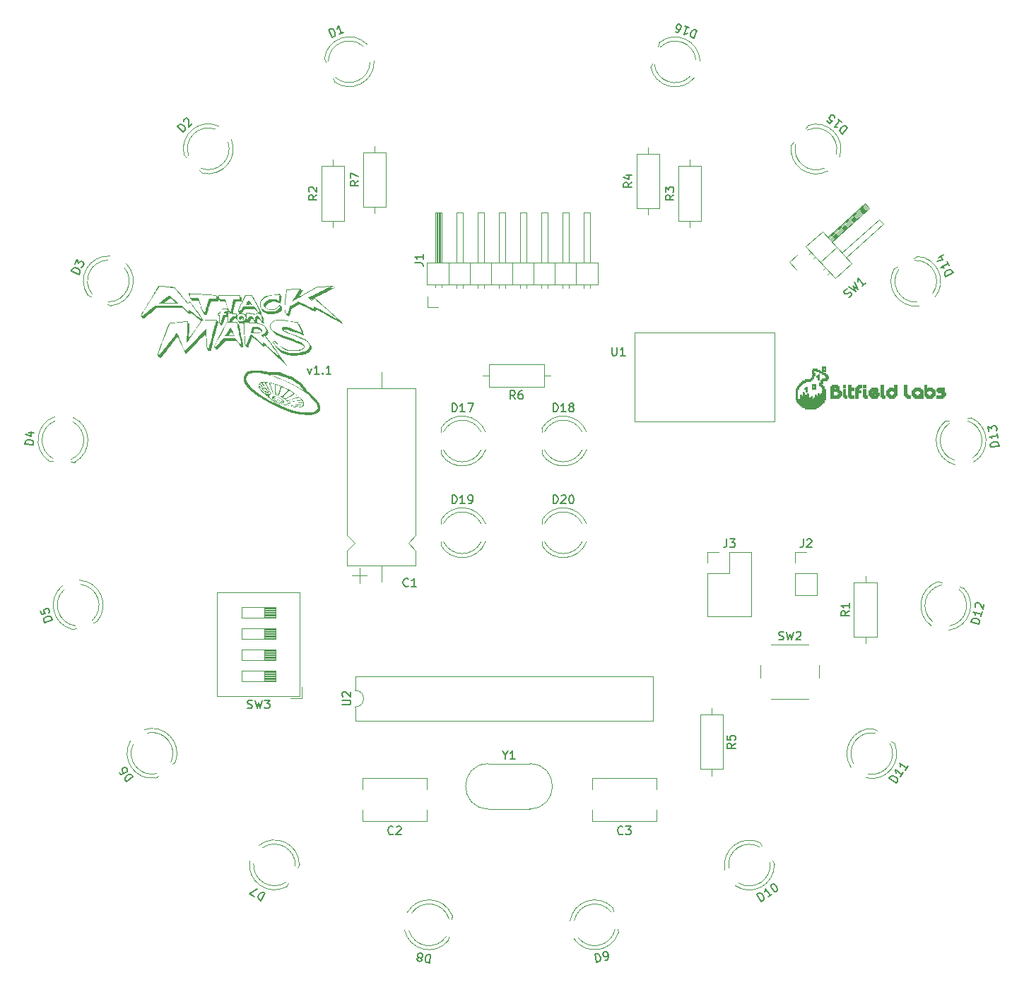
<source format=gbr>
%TF.GenerationSoftware,KiCad,Pcbnew,(6.0.9)*%
%TF.CreationDate,2022-12-09T09:09:42+01:00*%
%TF.ProjectId,afm_saucer,61666d5f-7361-4756-9365-722e6b696361,1.1*%
%TF.SameCoordinates,Original*%
%TF.FileFunction,Legend,Top*%
%TF.FilePolarity,Positive*%
%FSLAX46Y46*%
G04 Gerber Fmt 4.6, Leading zero omitted, Abs format (unit mm)*
G04 Created by KiCad (PCBNEW (6.0.9)) date 2022-12-09 09:09:42*
%MOMM*%
%LPD*%
G01*
G04 APERTURE LIST*
%ADD10C,0.150000*%
%ADD11C,0.120000*%
%ADD12C,0.010000*%
G04 APERTURE END LIST*
D10*
X75471428Y-86385714D02*
X75709523Y-87052380D01*
X75947619Y-86385714D01*
X76852380Y-87052380D02*
X76280952Y-87052380D01*
X76566666Y-87052380D02*
X76566666Y-86052380D01*
X76471428Y-86195238D01*
X76376190Y-86290476D01*
X76280952Y-86338095D01*
X77280952Y-86957142D02*
X77328571Y-87004761D01*
X77280952Y-87052380D01*
X77233333Y-87004761D01*
X77280952Y-86957142D01*
X77280952Y-87052380D01*
X78280952Y-87052380D02*
X77709523Y-87052380D01*
X77995238Y-87052380D02*
X77995238Y-86052380D01*
X77900000Y-86195238D01*
X77804761Y-86290476D01*
X77709523Y-86338095D01*
%TO.C,D10*%
X129834767Y-150299361D02*
X129278472Y-149468376D01*
X129476325Y-149335925D01*
X129621528Y-149296025D01*
X129753650Y-149322186D01*
X129846201Y-149374837D01*
X129991733Y-149506629D01*
X130071203Y-149625341D01*
X130137594Y-149810114D01*
X130151004Y-149915746D01*
X130124843Y-150047868D01*
X130032621Y-150166910D01*
X129834767Y-150299361D01*
X131101030Y-149451672D02*
X130626181Y-149769556D01*
X130863605Y-149610614D02*
X130307310Y-148779629D01*
X130307639Y-148951322D01*
X130281478Y-149083444D01*
X130228827Y-149175995D01*
X131059153Y-148276314D02*
X131138294Y-148223334D01*
X131243926Y-148209924D01*
X131309987Y-148223004D01*
X131402538Y-148275656D01*
X131548070Y-148407448D01*
X131680521Y-148605301D01*
X131746912Y-148790074D01*
X131760321Y-148895706D01*
X131747241Y-148961767D01*
X131694590Y-149054318D01*
X131615448Y-149107299D01*
X131509817Y-149120709D01*
X131443756Y-149107628D01*
X131351205Y-149054977D01*
X131205673Y-148923185D01*
X131073222Y-148725331D01*
X131006831Y-148540558D01*
X130993421Y-148434927D01*
X131006502Y-148368866D01*
X131059153Y-148276314D01*
%TO.C,R4*%
X114332380Y-64086666D02*
X113856190Y-64420000D01*
X114332380Y-64658095D02*
X113332380Y-64658095D01*
X113332380Y-64277142D01*
X113380000Y-64181904D01*
X113427619Y-64134285D01*
X113522857Y-64086666D01*
X113665714Y-64086666D01*
X113760952Y-64134285D01*
X113808571Y-64181904D01*
X113856190Y-64277142D01*
X113856190Y-64658095D01*
X113665714Y-63229523D02*
X114332380Y-63229523D01*
X113284761Y-63467619D02*
X113999047Y-63705714D01*
X113999047Y-63086666D01*
%TO.C,D6*%
X54571205Y-135338250D02*
X53795159Y-135968926D01*
X53644998Y-135784153D01*
X53591856Y-135643257D01*
X53605700Y-135509283D01*
X53649577Y-135412264D01*
X53767364Y-135255181D01*
X53878227Y-135165084D01*
X54056078Y-135081910D01*
X54160019Y-135058801D01*
X54293993Y-135072645D01*
X54421044Y-135153477D01*
X54571205Y-135338250D01*
X52894193Y-134860288D02*
X53014322Y-135008106D01*
X53111341Y-135051983D01*
X53178328Y-135058906D01*
X53349256Y-135042718D01*
X53527106Y-134959544D01*
X53822743Y-134719287D01*
X53866620Y-134622268D01*
X53873542Y-134555281D01*
X53850433Y-134451340D01*
X53730304Y-134303521D01*
X53633285Y-134259644D01*
X53566298Y-134252722D01*
X53462357Y-134275832D01*
X53277584Y-134425993D01*
X53233707Y-134523012D01*
X53226784Y-134589998D01*
X53249894Y-134693940D01*
X53370023Y-134841758D01*
X53467042Y-134885635D01*
X53534029Y-134892558D01*
X53637970Y-134869448D01*
%TO.C,D19*%
X92790714Y-102592380D02*
X92790714Y-101592380D01*
X93028809Y-101592380D01*
X93171666Y-101640000D01*
X93266904Y-101735238D01*
X93314523Y-101830476D01*
X93362142Y-102020952D01*
X93362142Y-102163809D01*
X93314523Y-102354285D01*
X93266904Y-102449523D01*
X93171666Y-102544761D01*
X93028809Y-102592380D01*
X92790714Y-102592380D01*
X94314523Y-102592380D02*
X93743095Y-102592380D01*
X94028809Y-102592380D02*
X94028809Y-101592380D01*
X93933571Y-101735238D01*
X93838333Y-101830476D01*
X93743095Y-101878095D01*
X94790714Y-102592380D02*
X94981190Y-102592380D01*
X95076428Y-102544761D01*
X95124047Y-102497142D01*
X95219285Y-102354285D01*
X95266904Y-102163809D01*
X95266904Y-101782857D01*
X95219285Y-101687619D01*
X95171666Y-101640000D01*
X95076428Y-101592380D01*
X94885952Y-101592380D01*
X94790714Y-101640000D01*
X94743095Y-101687619D01*
X94695476Y-101782857D01*
X94695476Y-102020952D01*
X94743095Y-102116190D01*
X94790714Y-102163809D01*
X94885952Y-102211428D01*
X95076428Y-102211428D01*
X95171666Y-102163809D01*
X95219285Y-102116190D01*
X95266904Y-102020952D01*
%TO.C,D20*%
X104890714Y-102592380D02*
X104890714Y-101592380D01*
X105128809Y-101592380D01*
X105271666Y-101640000D01*
X105366904Y-101735238D01*
X105414523Y-101830476D01*
X105462142Y-102020952D01*
X105462142Y-102163809D01*
X105414523Y-102354285D01*
X105366904Y-102449523D01*
X105271666Y-102544761D01*
X105128809Y-102592380D01*
X104890714Y-102592380D01*
X105843095Y-101687619D02*
X105890714Y-101640000D01*
X105985952Y-101592380D01*
X106224047Y-101592380D01*
X106319285Y-101640000D01*
X106366904Y-101687619D01*
X106414523Y-101782857D01*
X106414523Y-101878095D01*
X106366904Y-102020952D01*
X105795476Y-102592380D01*
X106414523Y-102592380D01*
X107033571Y-101592380D02*
X107128809Y-101592380D01*
X107224047Y-101640000D01*
X107271666Y-101687619D01*
X107319285Y-101782857D01*
X107366904Y-101973333D01*
X107366904Y-102211428D01*
X107319285Y-102401904D01*
X107271666Y-102497142D01*
X107224047Y-102544761D01*
X107128809Y-102592380D01*
X107033571Y-102592380D01*
X106938333Y-102544761D01*
X106890714Y-102497142D01*
X106843095Y-102401904D01*
X106795476Y-102211428D01*
X106795476Y-101973333D01*
X106843095Y-101782857D01*
X106890714Y-101687619D01*
X106938333Y-101640000D01*
X107033571Y-101592380D01*
%TO.C,R5*%
X126722380Y-131346666D02*
X126246190Y-131680000D01*
X126722380Y-131918095D02*
X125722380Y-131918095D01*
X125722380Y-131537142D01*
X125770000Y-131441904D01*
X125817619Y-131394285D01*
X125912857Y-131346666D01*
X126055714Y-131346666D01*
X126150952Y-131394285D01*
X126198571Y-131441904D01*
X126246190Y-131537142D01*
X126246190Y-131918095D01*
X125722380Y-130441904D02*
X125722380Y-130918095D01*
X126198571Y-130965714D01*
X126150952Y-130918095D01*
X126103333Y-130822857D01*
X126103333Y-130584761D01*
X126150952Y-130489523D01*
X126198571Y-130441904D01*
X126293809Y-130394285D01*
X126531904Y-130394285D01*
X126627142Y-130441904D01*
X126674761Y-130489523D01*
X126722380Y-130584761D01*
X126722380Y-130822857D01*
X126674761Y-130918095D01*
X126627142Y-130965714D01*
%TO.C,D16*%
X122095130Y-45866319D02*
X121766264Y-46810695D01*
X121541412Y-46732393D01*
X121422161Y-46640442D01*
X121363542Y-46519181D01*
X121349892Y-46413580D01*
X121367563Y-46218039D01*
X121414544Y-46083128D01*
X121522155Y-45918907D01*
X121598446Y-45844626D01*
X121719707Y-45786006D01*
X121870279Y-45788017D01*
X122095130Y-45866319D01*
X120656081Y-45365189D02*
X121195724Y-45553112D01*
X120925902Y-45459150D02*
X120597036Y-46403527D01*
X120733957Y-46299937D01*
X120855219Y-46241317D01*
X120960819Y-46227667D01*
X119517748Y-46027679D02*
X119697630Y-46090320D01*
X119803231Y-46076671D01*
X119863861Y-46047361D01*
X120000783Y-45943771D01*
X120108394Y-45779550D01*
X120233677Y-45419787D01*
X120220027Y-45314186D01*
X120190717Y-45253556D01*
X120116437Y-45177265D01*
X119936556Y-45114623D01*
X119830955Y-45128273D01*
X119770324Y-45157583D01*
X119694033Y-45231863D01*
X119615732Y-45456715D01*
X119629381Y-45562316D01*
X119658691Y-45622947D01*
X119732972Y-45699237D01*
X119912853Y-45761879D01*
X120018454Y-45748229D01*
X120079084Y-45718919D01*
X120155375Y-45644639D01*
%TO.C,D17*%
X92790714Y-91592380D02*
X92790714Y-90592380D01*
X93028809Y-90592380D01*
X93171666Y-90640000D01*
X93266904Y-90735238D01*
X93314523Y-90830476D01*
X93362142Y-91020952D01*
X93362142Y-91163809D01*
X93314523Y-91354285D01*
X93266904Y-91449523D01*
X93171666Y-91544761D01*
X93028809Y-91592380D01*
X92790714Y-91592380D01*
X94314523Y-91592380D02*
X93743095Y-91592380D01*
X94028809Y-91592380D02*
X94028809Y-90592380D01*
X93933571Y-90735238D01*
X93838333Y-90830476D01*
X93743095Y-90878095D01*
X94647857Y-90592380D02*
X95314523Y-90592380D01*
X94885952Y-91592380D01*
%TO.C,R7*%
X81582380Y-63916666D02*
X81106190Y-64250000D01*
X81582380Y-64488095D02*
X80582380Y-64488095D01*
X80582380Y-64107142D01*
X80630000Y-64011904D01*
X80677619Y-63964285D01*
X80772857Y-63916666D01*
X80915714Y-63916666D01*
X81010952Y-63964285D01*
X81058571Y-64011904D01*
X81106190Y-64107142D01*
X81106190Y-64488095D01*
X80582380Y-63583333D02*
X80582380Y-62916666D01*
X81582380Y-63345238D01*
%TO.C,D18*%
X104890714Y-91592380D02*
X104890714Y-90592380D01*
X105128809Y-90592380D01*
X105271666Y-90640000D01*
X105366904Y-90735238D01*
X105414523Y-90830476D01*
X105462142Y-91020952D01*
X105462142Y-91163809D01*
X105414523Y-91354285D01*
X105366904Y-91449523D01*
X105271666Y-91544761D01*
X105128809Y-91592380D01*
X104890714Y-91592380D01*
X106414523Y-91592380D02*
X105843095Y-91592380D01*
X106128809Y-91592380D02*
X106128809Y-90592380D01*
X106033571Y-90735238D01*
X105938333Y-90830476D01*
X105843095Y-90878095D01*
X106985952Y-91020952D02*
X106890714Y-90973333D01*
X106843095Y-90925714D01*
X106795476Y-90830476D01*
X106795476Y-90782857D01*
X106843095Y-90687619D01*
X106890714Y-90640000D01*
X106985952Y-90592380D01*
X107176428Y-90592380D01*
X107271666Y-90640000D01*
X107319285Y-90687619D01*
X107366904Y-90782857D01*
X107366904Y-90830476D01*
X107319285Y-90925714D01*
X107271666Y-90973333D01*
X107176428Y-91020952D01*
X106985952Y-91020952D01*
X106890714Y-91068571D01*
X106843095Y-91116190D01*
X106795476Y-91211428D01*
X106795476Y-91401904D01*
X106843095Y-91497142D01*
X106890714Y-91544761D01*
X106985952Y-91592380D01*
X107176428Y-91592380D01*
X107271666Y-91544761D01*
X107319285Y-91497142D01*
X107366904Y-91401904D01*
X107366904Y-91211428D01*
X107319285Y-91116190D01*
X107271666Y-91068571D01*
X107176428Y-91020952D01*
%TO.C,D5*%
X44868308Y-116559002D02*
X43916714Y-116866358D01*
X43843534Y-116639788D01*
X43844940Y-116489210D01*
X43906295Y-116369310D01*
X43982288Y-116294724D01*
X44148908Y-116190866D01*
X44284850Y-116146958D01*
X44480742Y-116133727D01*
X44586006Y-116149769D01*
X44705906Y-116211125D01*
X44795128Y-116332431D01*
X44868308Y-116559002D01*
X43462997Y-115461624D02*
X43609357Y-115914764D01*
X44077133Y-115813717D01*
X44017183Y-115783039D01*
X43942597Y-115707047D01*
X43869417Y-115480477D01*
X43885459Y-115375213D01*
X43916137Y-115315263D01*
X43992129Y-115240677D01*
X44218699Y-115167497D01*
X44323963Y-115183539D01*
X44383913Y-115214217D01*
X44458499Y-115290209D01*
X44531679Y-115516779D01*
X44515638Y-115622043D01*
X44484960Y-115681993D01*
%TO.C,SW2*%
X131916666Y-118904761D02*
X132059523Y-118952380D01*
X132297619Y-118952380D01*
X132392857Y-118904761D01*
X132440476Y-118857142D01*
X132488095Y-118761904D01*
X132488095Y-118666666D01*
X132440476Y-118571428D01*
X132392857Y-118523809D01*
X132297619Y-118476190D01*
X132107142Y-118428571D01*
X132011904Y-118380952D01*
X131964285Y-118333333D01*
X131916666Y-118238095D01*
X131916666Y-118142857D01*
X131964285Y-118047619D01*
X132011904Y-118000000D01*
X132107142Y-117952380D01*
X132345238Y-117952380D01*
X132488095Y-118000000D01*
X132821428Y-117952380D02*
X133059523Y-118952380D01*
X133250000Y-118238095D01*
X133440476Y-118952380D01*
X133678571Y-117952380D01*
X134011904Y-118047619D02*
X134059523Y-118000000D01*
X134154761Y-117952380D01*
X134392857Y-117952380D01*
X134488095Y-118000000D01*
X134535714Y-118047619D01*
X134583333Y-118142857D01*
X134583333Y-118238095D01*
X134535714Y-118380952D01*
X133964285Y-118952380D01*
X134583333Y-118952380D01*
%TO.C,J3*%
X125661666Y-106847380D02*
X125661666Y-107561666D01*
X125614047Y-107704523D01*
X125518809Y-107799761D01*
X125375952Y-107847380D01*
X125280714Y-107847380D01*
X126042619Y-106847380D02*
X126661666Y-106847380D01*
X126328333Y-107228333D01*
X126471190Y-107228333D01*
X126566428Y-107275952D01*
X126614047Y-107323571D01*
X126661666Y-107418809D01*
X126661666Y-107656904D01*
X126614047Y-107752142D01*
X126566428Y-107799761D01*
X126471190Y-107847380D01*
X126185476Y-107847380D01*
X126090238Y-107799761D01*
X126042619Y-107752142D01*
%TO.C,C3*%
X113233333Y-142207142D02*
X113185714Y-142254761D01*
X113042857Y-142302380D01*
X112947619Y-142302380D01*
X112804761Y-142254761D01*
X112709523Y-142159523D01*
X112661904Y-142064285D01*
X112614285Y-141873809D01*
X112614285Y-141730952D01*
X112661904Y-141540476D01*
X112709523Y-141445238D01*
X112804761Y-141350000D01*
X112947619Y-141302380D01*
X113042857Y-141302380D01*
X113185714Y-141350000D01*
X113233333Y-141397619D01*
X113566666Y-141302380D02*
X114185714Y-141302380D01*
X113852380Y-141683333D01*
X113995238Y-141683333D01*
X114090476Y-141730952D01*
X114138095Y-141778571D01*
X114185714Y-141873809D01*
X114185714Y-142111904D01*
X114138095Y-142207142D01*
X114090476Y-142254761D01*
X113995238Y-142302380D01*
X113709523Y-142302380D01*
X113614285Y-142254761D01*
X113566666Y-142207142D01*
%TO.C,D12*%
X155915346Y-117053891D02*
X154944629Y-116813663D01*
X155001826Y-116582540D01*
X155082369Y-116455306D01*
X155197697Y-116385736D01*
X155301586Y-116362390D01*
X155497924Y-116361923D01*
X155636597Y-116396241D01*
X155810056Y-116488224D01*
X155891066Y-116557327D01*
X155960637Y-116672655D01*
X155972543Y-116822768D01*
X155915346Y-117053891D01*
X156281407Y-115574704D02*
X156144134Y-116129399D01*
X156212771Y-115852052D02*
X155242054Y-115611824D01*
X155357849Y-115738591D01*
X155427420Y-115853919D01*
X155450765Y-115957808D01*
X155494656Y-114987558D02*
X155459870Y-114929894D01*
X155436525Y-114826006D01*
X155493722Y-114594883D01*
X155562825Y-114513873D01*
X155620489Y-114479088D01*
X155724378Y-114455742D01*
X155816827Y-114478621D01*
X155944061Y-114559164D01*
X156361483Y-115251132D01*
X156510196Y-114650212D01*
%TO.C,D1*%
X78392781Y-46685546D02*
X77998839Y-45766411D01*
X78217681Y-45672615D01*
X78367745Y-45660106D01*
X78492800Y-45710125D01*
X78574087Y-45778902D01*
X78692891Y-45935217D01*
X78749169Y-46066522D01*
X78780437Y-46260354D01*
X78774187Y-46366650D01*
X78724169Y-46491705D01*
X78611623Y-46591751D01*
X78392781Y-46685546D01*
X79793368Y-46085254D02*
X79268148Y-46310364D01*
X79530758Y-46197809D02*
X79136816Y-45278674D01*
X79105557Y-45447497D01*
X79055538Y-45572552D01*
X78986761Y-45653838D01*
%TO.C,R2*%
X76582380Y-65586666D02*
X76106190Y-65920000D01*
X76582380Y-66158095D02*
X75582380Y-66158095D01*
X75582380Y-65777142D01*
X75630000Y-65681904D01*
X75677619Y-65634285D01*
X75772857Y-65586666D01*
X75915714Y-65586666D01*
X76010952Y-65634285D01*
X76058571Y-65681904D01*
X76106190Y-65777142D01*
X76106190Y-66158095D01*
X75677619Y-65205714D02*
X75630000Y-65158095D01*
X75582380Y-65062857D01*
X75582380Y-64824761D01*
X75630000Y-64729523D01*
X75677619Y-64681904D01*
X75772857Y-64634285D01*
X75868095Y-64634285D01*
X76010952Y-64681904D01*
X76582380Y-65253333D01*
X76582380Y-64634285D01*
%TO.C,D8*%
X90217551Y-156695210D02*
X90068015Y-157683967D01*
X89832597Y-157648363D01*
X89698467Y-157579917D01*
X89618541Y-157471508D01*
X89585699Y-157370220D01*
X89567098Y-157174765D01*
X89588461Y-157033514D01*
X89664027Y-156852300D01*
X89725352Y-156765254D01*
X89833761Y-156685328D01*
X89982133Y-156659607D01*
X90217551Y-156695210D01*
X89002095Y-157089316D02*
X89089141Y-157150641D01*
X89129104Y-157204846D01*
X89161946Y-157306134D01*
X89154826Y-157353217D01*
X89093501Y-157440264D01*
X89039296Y-157480227D01*
X88938008Y-157513069D01*
X88749674Y-157484586D01*
X88662627Y-157423261D01*
X88622664Y-157369057D01*
X88589822Y-157267769D01*
X88596943Y-157220685D01*
X88658268Y-157133639D01*
X88712472Y-157093676D01*
X88813760Y-157060833D01*
X89002095Y-157089316D01*
X89103383Y-157056474D01*
X89157587Y-157016511D01*
X89218912Y-156929465D01*
X89247395Y-156741130D01*
X89214553Y-156639842D01*
X89174590Y-156585638D01*
X89087544Y-156524313D01*
X88899209Y-156495830D01*
X88797921Y-156528672D01*
X88743717Y-156568635D01*
X88682392Y-156655681D01*
X88653909Y-156844016D01*
X88686751Y-156945304D01*
X88726714Y-156999508D01*
X88813760Y-157060833D01*
%TO.C,R3*%
X119332380Y-65586666D02*
X118856190Y-65920000D01*
X119332380Y-66158095D02*
X118332380Y-66158095D01*
X118332380Y-65777142D01*
X118380000Y-65681904D01*
X118427619Y-65634285D01*
X118522857Y-65586666D01*
X118665714Y-65586666D01*
X118760952Y-65634285D01*
X118808571Y-65681904D01*
X118856190Y-65777142D01*
X118856190Y-66158095D01*
X118332380Y-65253333D02*
X118332380Y-64634285D01*
X118713333Y-64967619D01*
X118713333Y-64824761D01*
X118760952Y-64729523D01*
X118808571Y-64681904D01*
X118903809Y-64634285D01*
X119141904Y-64634285D01*
X119237142Y-64681904D01*
X119284761Y-64729523D01*
X119332380Y-64824761D01*
X119332380Y-65110476D01*
X119284761Y-65205714D01*
X119237142Y-65253333D01*
%TO.C,U1*%
X111938095Y-83852380D02*
X111938095Y-84661904D01*
X111985714Y-84757142D01*
X112033333Y-84804761D01*
X112128571Y-84852380D01*
X112319047Y-84852380D01*
X112414285Y-84804761D01*
X112461904Y-84757142D01*
X112509523Y-84661904D01*
X112509523Y-83852380D01*
X113509523Y-84852380D02*
X112938095Y-84852380D01*
X113223809Y-84852380D02*
X113223809Y-83852380D01*
X113128571Y-83995238D01*
X113033333Y-84090476D01*
X112938095Y-84138095D01*
%TO.C,J1*%
X88307380Y-73723333D02*
X89021666Y-73723333D01*
X89164523Y-73770952D01*
X89259761Y-73866190D01*
X89307380Y-74009047D01*
X89307380Y-74104285D01*
X89307380Y-72723333D02*
X89307380Y-73294761D01*
X89307380Y-73009047D02*
X88307380Y-73009047D01*
X88450238Y-73104285D01*
X88545476Y-73199523D01*
X88593095Y-73294761D01*
%TO.C,R6*%
X100333333Y-90072380D02*
X100000000Y-89596190D01*
X99761904Y-90072380D02*
X99761904Y-89072380D01*
X100142857Y-89072380D01*
X100238095Y-89120000D01*
X100285714Y-89167619D01*
X100333333Y-89262857D01*
X100333333Y-89405714D01*
X100285714Y-89500952D01*
X100238095Y-89548571D01*
X100142857Y-89596190D01*
X99761904Y-89596190D01*
X101190476Y-89072380D02*
X101000000Y-89072380D01*
X100904761Y-89120000D01*
X100857142Y-89167619D01*
X100761904Y-89310476D01*
X100714285Y-89500952D01*
X100714285Y-89881904D01*
X100761904Y-89977142D01*
X100809523Y-90024761D01*
X100904761Y-90072380D01*
X101095238Y-90072380D01*
X101190476Y-90024761D01*
X101238095Y-89977142D01*
X101285714Y-89881904D01*
X101285714Y-89643809D01*
X101238095Y-89548571D01*
X101190476Y-89500952D01*
X101095238Y-89453333D01*
X100904761Y-89453333D01*
X100809523Y-89500952D01*
X100761904Y-89548571D01*
X100714285Y-89643809D01*
%TO.C,D7*%
X70391100Y-149345750D02*
X69894126Y-150213516D01*
X69687515Y-150095188D01*
X69587214Y-149982870D01*
X69551900Y-149852895D01*
X69557909Y-149746585D01*
X69611249Y-149557631D01*
X69682245Y-149433664D01*
X69818229Y-149292041D01*
X69906882Y-149233062D01*
X70036857Y-149197749D01*
X70184489Y-149227423D01*
X70391100Y-149345750D01*
X69109005Y-149763872D02*
X68530494Y-149432556D01*
X69399368Y-148777780D01*
%TO.C,SW1*%
X140279978Y-77892970D02*
X140418005Y-77832768D01*
X140594944Y-77673451D01*
X140633857Y-77574337D01*
X140637381Y-77507086D01*
X140609042Y-77404446D01*
X140545316Y-77333671D01*
X140446201Y-77294758D01*
X140378950Y-77291234D01*
X140276311Y-77319573D01*
X140102896Y-77411638D01*
X140000257Y-77439977D01*
X139933006Y-77436453D01*
X139833891Y-77397540D01*
X139770165Y-77326765D01*
X139741826Y-77224126D01*
X139745350Y-77156875D01*
X139784262Y-77057760D01*
X139961202Y-76898443D01*
X140099229Y-76838241D01*
X140315080Y-76579809D02*
X141161150Y-77163638D01*
X140824751Y-76505366D01*
X141444253Y-76908731D01*
X140952061Y-76006269D01*
X142293561Y-76144010D02*
X141868907Y-76526370D01*
X142081234Y-76335190D02*
X141412104Y-75592045D01*
X141436918Y-75761936D01*
X141429869Y-75896438D01*
X141390957Y-75995553D01*
%TO.C,D14*%
X152793932Y-74901152D02*
X151915115Y-75378311D01*
X151801505Y-75169069D01*
X151775188Y-75020801D01*
X151813441Y-74891661D01*
X151874416Y-74804369D01*
X152019088Y-74671633D01*
X152144634Y-74603467D01*
X152334749Y-74554428D01*
X152441168Y-74550833D01*
X152570308Y-74589086D01*
X152680322Y-74691910D01*
X152793932Y-74901152D01*
X152066833Y-73562002D02*
X152339495Y-74064183D01*
X152203164Y-73813093D02*
X151324347Y-74290252D01*
X151495336Y-74305783D01*
X151624476Y-74344036D01*
X151711768Y-74405011D01*
X151071961Y-73126836D02*
X151657839Y-72808730D01*
X150850783Y-73517853D02*
X151592119Y-73386268D01*
X151296735Y-72842238D01*
%TO.C,D2*%
X60586232Y-58069073D02*
X59886569Y-57354600D01*
X60056681Y-57188013D01*
X60192066Y-57122084D01*
X60326746Y-57123494D01*
X60427403Y-57158222D01*
X60594694Y-57260995D01*
X60694646Y-57363062D01*
X60793893Y-57532470D01*
X60826505Y-57633832D01*
X60825095Y-57768512D01*
X60756345Y-57902486D01*
X60586232Y-58069073D01*
X60633653Y-56756299D02*
X60634359Y-56688959D01*
X60669086Y-56588302D01*
X60839199Y-56421715D01*
X60940561Y-56389103D01*
X61007901Y-56389808D01*
X61108558Y-56424536D01*
X61175193Y-56492581D01*
X61241122Y-56627966D01*
X61232660Y-57436044D01*
X61674952Y-57002919D01*
%TO.C,SW3*%
X68256666Y-127124761D02*
X68399523Y-127172380D01*
X68637619Y-127172380D01*
X68732857Y-127124761D01*
X68780476Y-127077142D01*
X68828095Y-126981904D01*
X68828095Y-126886666D01*
X68780476Y-126791428D01*
X68732857Y-126743809D01*
X68637619Y-126696190D01*
X68447142Y-126648571D01*
X68351904Y-126600952D01*
X68304285Y-126553333D01*
X68256666Y-126458095D01*
X68256666Y-126362857D01*
X68304285Y-126267619D01*
X68351904Y-126220000D01*
X68447142Y-126172380D01*
X68685238Y-126172380D01*
X68828095Y-126220000D01*
X69161428Y-126172380D02*
X69399523Y-127172380D01*
X69590000Y-126458095D01*
X69780476Y-127172380D01*
X70018571Y-126172380D01*
X70304285Y-126172380D02*
X70923333Y-126172380D01*
X70590000Y-126553333D01*
X70732857Y-126553333D01*
X70828095Y-126600952D01*
X70875714Y-126648571D01*
X70923333Y-126743809D01*
X70923333Y-126981904D01*
X70875714Y-127077142D01*
X70828095Y-127124761D01*
X70732857Y-127172380D01*
X70447142Y-127172380D01*
X70351904Y-127124761D01*
X70304285Y-127077142D01*
%TO.C,D13*%
X158293752Y-95687487D02*
X157301858Y-95814552D01*
X157271604Y-95578386D01*
X157300685Y-95430637D01*
X157383050Y-95324069D01*
X157471466Y-95264735D01*
X157654347Y-95193299D01*
X157796046Y-95175147D01*
X157991029Y-95198177D01*
X158091546Y-95233309D01*
X158198114Y-95315673D01*
X158263499Y-95451322D01*
X158293752Y-95687487D01*
X158100130Y-94176029D02*
X158172738Y-94742826D01*
X158136434Y-94459427D02*
X157144540Y-94586492D01*
X157298340Y-94662806D01*
X157404908Y-94745171D01*
X157464242Y-94833586D01*
X157065881Y-93972462D02*
X156987222Y-93358432D01*
X157407441Y-93640658D01*
X157389289Y-93498959D01*
X157424421Y-93398442D01*
X157465603Y-93345158D01*
X157554019Y-93285824D01*
X157790184Y-93255570D01*
X157890701Y-93290702D01*
X157943985Y-93331884D01*
X158003319Y-93420300D01*
X158039623Y-93703698D01*
X158004491Y-93804215D01*
X157963309Y-93857499D01*
%TO.C,C1*%
X87533333Y-112457142D02*
X87485714Y-112504761D01*
X87342857Y-112552380D01*
X87247619Y-112552380D01*
X87104761Y-112504761D01*
X87009523Y-112409523D01*
X86961904Y-112314285D01*
X86914285Y-112123809D01*
X86914285Y-111980952D01*
X86961904Y-111790476D01*
X87009523Y-111695238D01*
X87104761Y-111600000D01*
X87247619Y-111552380D01*
X87342857Y-111552380D01*
X87485714Y-111600000D01*
X87533333Y-111647619D01*
X88485714Y-112552380D02*
X87914285Y-112552380D01*
X88200000Y-112552380D02*
X88200000Y-111552380D01*
X88104761Y-111695238D01*
X88009523Y-111790476D01*
X87914285Y-111838095D01*
%TO.C,D9*%
X110106853Y-157591806D02*
X109888710Y-156615889D01*
X110121071Y-156563951D01*
X110270875Y-156579259D01*
X110384595Y-156651428D01*
X110451843Y-156733985D01*
X110539866Y-156909486D01*
X110571030Y-157048903D01*
X110566108Y-157245180D01*
X110540412Y-157348512D01*
X110468243Y-157462232D01*
X110339214Y-157539867D01*
X110106853Y-157591806D01*
X111129242Y-157363275D02*
X111315131Y-157321724D01*
X111397687Y-157254476D01*
X111433772Y-157197616D01*
X111495553Y-157037424D01*
X111500474Y-156841147D01*
X111417372Y-156469370D01*
X111350124Y-156386813D01*
X111293264Y-156350728D01*
X111189932Y-156325032D01*
X111004043Y-156366583D01*
X110921486Y-156433831D01*
X110885402Y-156490691D01*
X110859705Y-156594023D01*
X110911644Y-156826384D01*
X110978892Y-156908941D01*
X111035752Y-156945025D01*
X111139084Y-156970722D01*
X111324973Y-156929171D01*
X111407530Y-156861923D01*
X111443614Y-156805063D01*
X111469311Y-156701731D01*
%TO.C,R1*%
X140382380Y-115486666D02*
X139906190Y-115820000D01*
X140382380Y-116058095D02*
X139382380Y-116058095D01*
X139382380Y-115677142D01*
X139430000Y-115581904D01*
X139477619Y-115534285D01*
X139572857Y-115486666D01*
X139715714Y-115486666D01*
X139810952Y-115534285D01*
X139858571Y-115581904D01*
X139906190Y-115677142D01*
X139906190Y-116058095D01*
X140382380Y-114534285D02*
X140382380Y-115105714D01*
X140382380Y-114820000D02*
X139382380Y-114820000D01*
X139525238Y-114915238D01*
X139620476Y-115010476D01*
X139668095Y-115105714D01*
%TO.C,J2*%
X134866666Y-106847380D02*
X134866666Y-107561666D01*
X134819047Y-107704523D01*
X134723809Y-107799761D01*
X134580952Y-107847380D01*
X134485714Y-107847380D01*
X135295238Y-106942619D02*
X135342857Y-106895000D01*
X135438095Y-106847380D01*
X135676190Y-106847380D01*
X135771428Y-106895000D01*
X135819047Y-106942619D01*
X135866666Y-107037857D01*
X135866666Y-107133095D01*
X135819047Y-107275952D01*
X135247619Y-107847380D01*
X135866666Y-107847380D01*
%TO.C,C2*%
X85733333Y-142207142D02*
X85685714Y-142254761D01*
X85542857Y-142302380D01*
X85447619Y-142302380D01*
X85304761Y-142254761D01*
X85209523Y-142159523D01*
X85161904Y-142064285D01*
X85114285Y-141873809D01*
X85114285Y-141730952D01*
X85161904Y-141540476D01*
X85209523Y-141445238D01*
X85304761Y-141350000D01*
X85447619Y-141302380D01*
X85542857Y-141302380D01*
X85685714Y-141350000D01*
X85733333Y-141397619D01*
X86114285Y-141397619D02*
X86161904Y-141350000D01*
X86257142Y-141302380D01*
X86495238Y-141302380D01*
X86590476Y-141350000D01*
X86638095Y-141397619D01*
X86685714Y-141492857D01*
X86685714Y-141588095D01*
X86638095Y-141730952D01*
X86066666Y-142302380D01*
X86685714Y-142302380D01*
%TO.C,D15*%
X140157547Y-57513798D02*
X139509427Y-58275336D01*
X139328108Y-58121022D01*
X139250180Y-57992170D01*
X139239378Y-57857916D01*
X139264840Y-57754526D01*
X139352028Y-57578608D01*
X139444616Y-57469817D01*
X139604331Y-57355625D01*
X139702321Y-57313960D01*
X139836574Y-57303159D01*
X139976228Y-57359484D01*
X140157547Y-57513798D01*
X138997107Y-56526187D02*
X139432272Y-56896541D01*
X139214690Y-56711364D02*
X138566570Y-57472902D01*
X138731686Y-57425836D01*
X138865939Y-57415035D01*
X138969329Y-57440497D01*
X137659977Y-56701331D02*
X138022614Y-57009959D01*
X138367506Y-56678185D01*
X138300380Y-56683586D01*
X138196989Y-56658124D01*
X138015671Y-56503809D01*
X137974006Y-56405820D01*
X137968605Y-56338693D01*
X137994067Y-56235303D01*
X138148381Y-56053984D01*
X138246371Y-56012320D01*
X138313497Y-56006919D01*
X138416888Y-56032381D01*
X138598206Y-56186695D01*
X138639871Y-56284685D01*
X138645272Y-56351811D01*
%TO.C,D3*%
X48098867Y-75122936D02*
X47188905Y-74708243D01*
X47287642Y-74491585D01*
X47390215Y-74381338D01*
X47516373Y-74334170D01*
X47622783Y-74330333D01*
X47815856Y-74365990D01*
X47945851Y-74425232D01*
X48099429Y-74547553D01*
X48166345Y-74630379D01*
X48213513Y-74756537D01*
X48197603Y-74906278D01*
X48098867Y-75122936D01*
X47564104Y-73884944D02*
X47820819Y-73321635D01*
X48029240Y-73782934D01*
X48088482Y-73652939D01*
X48171308Y-73586024D01*
X48234386Y-73562439D01*
X48340797Y-73558603D01*
X48557454Y-73657339D01*
X48624370Y-73740165D01*
X48647954Y-73803244D01*
X48651791Y-73909654D01*
X48533307Y-74169643D01*
X48450481Y-74236559D01*
X48387402Y-74260143D01*
%TO.C,D4*%
X42611665Y-95540352D02*
X41613323Y-95482788D01*
X41627028Y-95245087D01*
X41682792Y-95105208D01*
X41783354Y-95015610D01*
X41881176Y-94973552D01*
X42074077Y-94936977D01*
X42216698Y-94945200D01*
X42404117Y-95003705D01*
X42496456Y-95056727D01*
X42586054Y-95157290D01*
X42625370Y-95302651D01*
X42611665Y-95540352D01*
X42028338Y-94075773D02*
X42693899Y-94114149D01*
X41634311Y-94291544D02*
X42333707Y-94570362D01*
X42369342Y-93952341D01*
%TO.C,D11*%
X145973103Y-136113198D02*
X145154953Y-135538193D01*
X145291859Y-135343396D01*
X145412963Y-135253898D01*
X145545644Y-135230742D01*
X145650944Y-135246545D01*
X145834163Y-135317110D01*
X145951042Y-135399253D01*
X146079499Y-135547738D01*
X146130037Y-135641460D01*
X146153193Y-135774141D01*
X146110009Y-135918401D01*
X145973103Y-136113198D01*
X146849302Y-134866494D02*
X146520727Y-135334008D01*
X146685014Y-135100251D02*
X145866865Y-134525246D01*
X145928981Y-134685309D01*
X145952137Y-134817990D01*
X145936335Y-134923290D01*
X147396926Y-134087304D02*
X147068351Y-134554818D01*
X147232638Y-134321061D02*
X146414489Y-133746056D01*
X146476605Y-133906118D01*
X146499762Y-134038800D01*
X146483959Y-134144100D01*
%TO.C,Y1*%
X99123809Y-132776190D02*
X99123809Y-133252380D01*
X98790476Y-132252380D02*
X99123809Y-132776190D01*
X99457142Y-132252380D01*
X100314285Y-133252380D02*
X99742857Y-133252380D01*
X100028571Y-133252380D02*
X100028571Y-132252380D01*
X99933333Y-132395238D01*
X99838095Y-132490476D01*
X99742857Y-132538095D01*
%TO.C,U2*%
X79622380Y-126751904D02*
X80431904Y-126751904D01*
X80527142Y-126704285D01*
X80574761Y-126656666D01*
X80622380Y-126561428D01*
X80622380Y-126370952D01*
X80574761Y-126275714D01*
X80527142Y-126228095D01*
X80431904Y-126180476D01*
X79622380Y-126180476D01*
X79717619Y-125751904D02*
X79670000Y-125704285D01*
X79622380Y-125609047D01*
X79622380Y-125370952D01*
X79670000Y-125275714D01*
X79717619Y-125228095D01*
X79812857Y-125180476D01*
X79908095Y-125180476D01*
X80050952Y-125228095D01*
X80622380Y-125799523D01*
X80622380Y-125180476D01*
D11*
%TO.C,D10*%
X129915754Y-143635659D02*
X129657076Y-143249251D01*
X131376030Y-145816993D02*
X131117352Y-145430586D01*
X129662042Y-143805504D02*
G75*
G03*
X125914758Y-146313576I-1272809J-2151735D01*
G01*
X127116834Y-148109214D02*
G75*
G03*
X130863639Y-145600432I1272399J2151975D01*
G01*
X129657172Y-143249392D02*
G75*
G03*
X125471342Y-146609938I-1267939J-2707847D01*
G01*
X126673861Y-148406239D02*
G75*
G03*
X131375935Y-145816852I1715372J2449000D01*
G01*
%TO.C,R4*%
X117620000Y-60650000D02*
X114880000Y-60650000D01*
X116250000Y-67960000D02*
X116250000Y-67190000D01*
X117620000Y-67190000D02*
X117620000Y-60650000D01*
X116250000Y-59880000D02*
X116250000Y-60650000D01*
X114880000Y-67190000D02*
X117620000Y-67190000D01*
X114880000Y-60650000D02*
X114880000Y-67190000D01*
%TO.C,D6*%
X57243320Y-135514357D02*
X57604182Y-135221092D01*
X59280442Y-133858833D02*
X59641303Y-133565568D01*
X54230804Y-131071462D02*
G75*
G03*
X57243452Y-135514249I2596978J-1481822D01*
G01*
X54567474Y-131485104D02*
G75*
G03*
X57411626Y-134984153I2260308J-1068180D01*
G01*
X59087888Y-133621894D02*
G75*
G03*
X56244399Y-130122303I-2260106J1068610D01*
G01*
X59641173Y-133565676D02*
G75*
G03*
X55908346Y-129708158I-2813391J1012392D01*
G01*
%TO.C,D19*%
X91445000Y-104555000D02*
X91445000Y-105020000D01*
X91445000Y-107180000D02*
X91445000Y-107645000D01*
X91750316Y-107180000D02*
G75*
G03*
X96259479Y-107180429I2254684J1080000D01*
G01*
X91445000Y-107644830D02*
G75*
G03*
X96792815Y-107180827I2560000J1544830D01*
G01*
X96259479Y-105019571D02*
G75*
G03*
X91750316Y-105020000I-2254479J-1080429D01*
G01*
X96792815Y-105019173D02*
G75*
G03*
X91445000Y-104555170I-2787815J-1080827D01*
G01*
%TO.C,D20*%
X103545000Y-107180000D02*
X103545000Y-107645000D01*
X103545000Y-104555000D02*
X103545000Y-105020000D01*
X103545000Y-107644830D02*
G75*
G03*
X108892815Y-107180827I2560000J1544830D01*
G01*
X108892815Y-105019173D02*
G75*
G03*
X103545000Y-104555170I-2787815J-1080827D01*
G01*
X108359479Y-105019571D02*
G75*
G03*
X103850316Y-105020000I-2254479J-1080429D01*
G01*
X103850316Y-107180000D02*
G75*
G03*
X108359479Y-107180429I2254684J1080000D01*
G01*
%TO.C,R5*%
X122530000Y-127910000D02*
X122530000Y-134450000D01*
X125270000Y-127910000D02*
X122530000Y-127910000D01*
X125270000Y-134450000D02*
X125270000Y-127910000D01*
X123900000Y-135220000D02*
X123900000Y-134450000D01*
X123900000Y-127140000D02*
X123900000Y-127910000D01*
X122530000Y-134450000D02*
X125270000Y-134450000D01*
%TO.C,D16*%
X117587798Y-47332969D02*
X117434875Y-47772104D01*
X116724523Y-49811957D02*
X116571601Y-50251092D01*
X121981696Y-49355020D02*
G75*
G03*
X117723209Y-47872512I-2484393J-278909D01*
G01*
X117012856Y-49912365D02*
G75*
G03*
X121271063Y-51395684I2484447J278436D01*
G01*
X116571656Y-50250931D02*
G75*
G03*
X121774602Y-51571456I2925647J617002D01*
G01*
X122485498Y-49530041D02*
G75*
G03*
X117587743Y-47333129I-2988195J-103888D01*
G01*
%TO.C,D17*%
X91445000Y-93555000D02*
X91445000Y-94020000D01*
X91445000Y-96180000D02*
X91445000Y-96645000D01*
X91445000Y-96644830D02*
G75*
G03*
X96792815Y-96180827I2560000J1544830D01*
G01*
X96792815Y-94019173D02*
G75*
G03*
X91445000Y-93555170I-2787815J-1080827D01*
G01*
X96259479Y-94019571D02*
G75*
G03*
X91750316Y-94020000I-2254479J-1080429D01*
G01*
X91750316Y-96180000D02*
G75*
G03*
X96259479Y-96180429I2254684J1080000D01*
G01*
%TO.C,R7*%
X82130000Y-67020000D02*
X84870000Y-67020000D01*
X83500000Y-67790000D02*
X83500000Y-67020000D01*
X83500000Y-59710000D02*
X83500000Y-60480000D01*
X84870000Y-67020000D02*
X84870000Y-60480000D01*
X84870000Y-60480000D02*
X82130000Y-60480000D01*
X82130000Y-60480000D02*
X82130000Y-67020000D01*
%TO.C,G\u002A\u002A\u002A*%
G36*
X67899027Y-87203998D02*
G01*
X67985852Y-87067106D01*
X68085323Y-86951370D01*
X68200282Y-86855555D01*
X68333566Y-86778424D01*
X68488011Y-86718743D01*
X68666456Y-86675274D01*
X68871740Y-86646783D01*
X69106699Y-86632031D01*
X69218004Y-86629601D01*
X69349663Y-86629735D01*
X69476170Y-86633677D01*
X69604162Y-86642093D01*
X69740281Y-86655649D01*
X69891166Y-86675008D01*
X69953670Y-86684378D01*
X70063458Y-86700837D01*
X70263797Y-86733800D01*
X70271890Y-86735175D01*
X70451832Y-86765141D01*
X70602904Y-86788606D01*
X70731331Y-86806129D01*
X70843339Y-86818267D01*
X70945154Y-86825578D01*
X71043003Y-86828619D01*
X71143112Y-86827948D01*
X71251706Y-86824122D01*
X71260529Y-86823716D01*
X71509278Y-86816781D01*
X71729543Y-86820994D01*
X71927003Y-86836814D01*
X72107342Y-86864699D01*
X72276240Y-86905109D01*
X72278871Y-86905857D01*
X72484474Y-86969011D01*
X72710771Y-87046529D01*
X72947626Y-87134581D01*
X73184899Y-87229339D01*
X73412454Y-87326971D01*
X73504746Y-87368863D01*
X73708609Y-87465529D01*
X73884448Y-87554704D01*
X74038231Y-87640139D01*
X74175923Y-87725586D01*
X74303491Y-87814799D01*
X74426898Y-87911528D01*
X74552113Y-88019526D01*
X74581398Y-88045992D01*
X74718676Y-88175207D01*
X74840748Y-88300176D01*
X74953781Y-88428257D01*
X75063948Y-88566807D01*
X75177417Y-88723186D01*
X75296068Y-88898254D01*
X75344499Y-88968798D01*
X75393674Y-89033607D01*
X75448087Y-89097406D01*
X75512228Y-89164924D01*
X75590589Y-89240888D01*
X75687663Y-89330023D01*
X75807941Y-89437057D01*
X75808706Y-89437731D01*
X76055600Y-89662307D01*
X76273847Y-89875485D01*
X76462625Y-90076369D01*
X76621110Y-90264062D01*
X76748479Y-90437668D01*
X76796580Y-90512857D01*
X76848301Y-90613045D01*
X76896932Y-90734050D01*
X76938017Y-90862362D01*
X76967099Y-90984472D01*
X76978343Y-91063754D01*
X76979313Y-91186348D01*
X76963553Y-91306438D01*
X76933216Y-91413423D01*
X76890524Y-91496597D01*
X76829059Y-91567162D01*
X76747140Y-91639833D01*
X76657556Y-91704528D01*
X76573096Y-91751175D01*
X76560981Y-91756264D01*
X76512454Y-91777788D01*
X76480139Y-91796316D01*
X76473532Y-91802765D01*
X76453188Y-91815206D01*
X76402823Y-91835198D01*
X76327035Y-91861185D01*
X76230426Y-91891608D01*
X76117597Y-91924916D01*
X76084690Y-91934274D01*
X76022048Y-91946003D01*
X75930521Y-91955260D01*
X75816942Y-91962022D01*
X75688139Y-91966267D01*
X75550945Y-91967969D01*
X75412190Y-91967107D01*
X75278707Y-91963656D01*
X75157324Y-91957594D01*
X75054876Y-91948898D01*
X74980722Y-91938056D01*
X74917760Y-91927141D01*
X74839460Y-91915887D01*
X74758654Y-91905890D01*
X74688177Y-91898744D01*
X74642624Y-91896049D01*
X74599307Y-91894119D01*
X74532222Y-91889434D01*
X74453201Y-91882977D01*
X74374081Y-91875732D01*
X74306695Y-91868684D01*
X74290881Y-91866799D01*
X74224379Y-91855846D01*
X74132171Y-91836985D01*
X74022928Y-91812291D01*
X73905324Y-91783836D01*
X73788031Y-91753695D01*
X73679722Y-91723942D01*
X73620581Y-91706507D01*
X73496984Y-91668012D01*
X73379194Y-91629487D01*
X73263367Y-91589365D01*
X73145653Y-91546077D01*
X73022205Y-91498058D01*
X72889175Y-91443738D01*
X72742716Y-91381552D01*
X72578981Y-91309931D01*
X72394120Y-91227309D01*
X72184288Y-91132117D01*
X71972820Y-91035281D01*
X71800507Y-90955987D01*
X71634942Y-90879539D01*
X71479552Y-90807536D01*
X71337762Y-90741577D01*
X71212997Y-90683261D01*
X71108681Y-90634189D01*
X71028241Y-90595956D01*
X70975103Y-90570164D01*
X70959097Y-90562042D01*
X70826779Y-90490553D01*
X70673558Y-90404923D01*
X70506295Y-90309213D01*
X70331856Y-90207481D01*
X70157104Y-90103788D01*
X69988901Y-90002196D01*
X69834113Y-89906765D01*
X69699603Y-89821554D01*
X69626917Y-89773984D01*
X69459935Y-89659792D01*
X69293650Y-89540469D01*
X69133178Y-89420028D01*
X68983643Y-89302479D01*
X68850163Y-89191833D01*
X68737859Y-89092104D01*
X68661880Y-89017878D01*
X68616093Y-88977304D01*
X68569351Y-88946084D01*
X68563423Y-88943127D01*
X68531333Y-88923080D01*
X68521715Y-88906363D01*
X68521757Y-88906270D01*
X68512385Y-88888731D01*
X68481695Y-88853637D01*
X68435249Y-88807082D01*
X68407372Y-88780966D01*
X68325968Y-88699387D01*
X68236611Y-88598258D01*
X68145656Y-88485863D01*
X68059459Y-88370482D01*
X67984374Y-88260399D01*
X67926757Y-88163895D01*
X67912404Y-88135916D01*
X67885399Y-88065432D01*
X67861162Y-87975729D01*
X67846366Y-87898071D01*
X67837451Y-87851156D01*
X67829865Y-87822475D01*
X67823010Y-87786906D01*
X67818215Y-87735308D01*
X67817785Y-87726413D01*
X67812890Y-87672398D01*
X67806882Y-87641582D01*
X68120829Y-87641582D01*
X68147178Y-87794147D01*
X68206845Y-87957858D01*
X68299717Y-88132358D01*
X68425686Y-88317284D01*
X68478301Y-88385317D01*
X68623894Y-88553799D01*
X68799776Y-88732672D01*
X69002823Y-88919491D01*
X69229907Y-89111809D01*
X69477900Y-89307182D01*
X69743675Y-89503158D01*
X70024105Y-89697295D01*
X70316062Y-89887144D01*
X70616421Y-90070260D01*
X70677881Y-90106241D01*
X70782998Y-90166688D01*
X70882696Y-90222384D01*
X70981154Y-90275340D01*
X71082551Y-90327568D01*
X71191067Y-90381077D01*
X71310881Y-90437879D01*
X71446171Y-90499985D01*
X71601118Y-90569408D01*
X71779900Y-90648156D01*
X71986697Y-90738242D01*
X72032869Y-90758266D01*
X72295298Y-90871628D01*
X72528259Y-90971343D01*
X72734870Y-91058588D01*
X72918247Y-91134542D01*
X73081508Y-91200385D01*
X73227770Y-91257292D01*
X73360151Y-91306444D01*
X73481768Y-91349020D01*
X73595739Y-91386197D01*
X73705179Y-91419153D01*
X73813208Y-91449069D01*
X73922942Y-91477121D01*
X73955388Y-91485041D01*
X74351444Y-91571798D01*
X74722742Y-91634333D01*
X75070794Y-91672741D01*
X75397112Y-91687121D01*
X75703210Y-91677568D01*
X75990601Y-91644182D01*
X76106772Y-91622936D01*
X76257019Y-91580694D01*
X76390164Y-91520234D01*
X76502832Y-91444595D01*
X76591648Y-91356813D01*
X76653236Y-91259925D01*
X76684222Y-91156966D01*
X76687076Y-91100809D01*
X76667030Y-90970496D01*
X76617067Y-90825188D01*
X76538730Y-90666991D01*
X76433552Y-90498009D01*
X76303074Y-90320346D01*
X76148831Y-90136110D01*
X75972362Y-89947404D01*
X75775205Y-89756332D01*
X75575076Y-89578736D01*
X75223973Y-89296800D01*
X74840019Y-89020613D01*
X74425912Y-88751653D01*
X73984346Y-88491401D01*
X73518016Y-88241337D01*
X73029617Y-88002939D01*
X72521845Y-87777688D01*
X71997395Y-87567064D01*
X71730392Y-87467928D01*
X71547125Y-87403059D01*
X71359709Y-87339216D01*
X71173287Y-87277982D01*
X70993003Y-87220943D01*
X70823998Y-87169682D01*
X70773132Y-87155047D01*
X70963021Y-87155047D01*
X70987448Y-87166384D01*
X71040056Y-87186821D01*
X71115032Y-87214233D01*
X71206564Y-87246493D01*
X71308622Y-87281405D01*
X71535033Y-87358851D01*
X71741988Y-87432262D01*
X71937303Y-87504725D01*
X72128801Y-87579331D01*
X72324304Y-87659167D01*
X72531631Y-87747324D01*
X72758604Y-87846890D01*
X72898932Y-87909558D01*
X73190489Y-88042354D01*
X73453854Y-88166670D01*
X73694727Y-88285563D01*
X73918811Y-88402088D01*
X74131804Y-88519296D01*
X74339405Y-88640245D01*
X74547315Y-88767988D01*
X74761235Y-88905581D01*
X74777860Y-88916501D01*
X74874706Y-88979791D01*
X74945590Y-89025017D01*
X74994114Y-89054302D01*
X75023880Y-89069768D01*
X75038495Y-89073538D01*
X75041280Y-89071627D01*
X75032935Y-89055064D01*
X75007796Y-89016064D01*
X74970157Y-88961116D01*
X74939922Y-88918385D01*
X74851631Y-88796734D01*
X74776410Y-88698084D01*
X74707732Y-88615476D01*
X74639072Y-88541951D01*
X74563903Y-88470549D01*
X74475698Y-88394312D01*
X74367933Y-88306278D01*
X74359734Y-88299692D01*
X74217743Y-88187786D01*
X74089772Y-88092255D01*
X73968790Y-88008901D01*
X73847764Y-87933528D01*
X73719665Y-87861942D01*
X73577460Y-87789944D01*
X73414121Y-87713340D01*
X73266342Y-87647171D01*
X72955399Y-87516337D01*
X72665301Y-87407984D01*
X72390527Y-87320377D01*
X72125550Y-87251785D01*
X71864849Y-87200476D01*
X71819077Y-87193116D01*
X71751657Y-87184421D01*
X71665920Y-87176052D01*
X71567280Y-87168252D01*
X71461152Y-87161260D01*
X71352946Y-87155318D01*
X71248076Y-87150668D01*
X71151957Y-87147548D01*
X71069999Y-87146199D01*
X71007617Y-87146864D01*
X70970224Y-87149781D01*
X70963021Y-87155047D01*
X70773132Y-87155047D01*
X70671420Y-87125783D01*
X70540408Y-87090829D01*
X70436108Y-87066406D01*
X70409208Y-87061072D01*
X70058132Y-87001576D01*
X69737816Y-86959669D01*
X69447828Y-86935363D01*
X69187738Y-86928671D01*
X68957118Y-86939606D01*
X68755537Y-86968182D01*
X68582565Y-87014410D01*
X68437772Y-87078305D01*
X68367941Y-87122449D01*
X68301159Y-87174637D01*
X68251784Y-87226007D01*
X68210407Y-87288303D01*
X68168520Y-87371337D01*
X68127906Y-87500526D01*
X68120829Y-87641582D01*
X67806882Y-87641582D01*
X67804562Y-87629682D01*
X67803204Y-87625555D01*
X67799834Y-87592514D01*
X67802033Y-87535973D01*
X67809310Y-87467716D01*
X67810041Y-87462488D01*
X67825110Y-87379770D01*
X67847356Y-87309479D01*
X67881254Y-87237383D01*
X67882831Y-87234030D01*
X67899027Y-87203998D01*
G37*
G36*
X71339598Y-89742692D02*
G01*
X71384986Y-89725494D01*
X71441460Y-89718208D01*
X71534838Y-89721048D01*
X71635181Y-89737257D01*
X71747753Y-89768370D01*
X71877818Y-89815930D01*
X72030641Y-89881472D01*
X72084564Y-89906195D01*
X72194278Y-89957810D01*
X72277959Y-89999177D01*
X72342445Y-90034226D01*
X72394577Y-90066888D01*
X72441191Y-90101092D01*
X72481757Y-90134461D01*
X72572012Y-90221553D01*
X72634733Y-90304339D01*
X72669004Y-90380176D01*
X72673909Y-90446417D01*
X72648534Y-90500416D01*
X72617364Y-90526483D01*
X72566489Y-90550475D01*
X72506638Y-90562064D01*
X72429768Y-90561814D01*
X72327838Y-90550289D01*
X72311759Y-90547905D01*
X72244663Y-90536059D01*
X72180905Y-90520308D01*
X72112074Y-90497839D01*
X72029759Y-90465840D01*
X71925552Y-90421499D01*
X71899059Y-90409899D01*
X71806776Y-90368746D01*
X71723827Y-90330634D01*
X71656815Y-90298680D01*
X71612337Y-90276002D01*
X71599636Y-90268448D01*
X71478764Y-90177541D01*
X71378581Y-90090614D01*
X71301547Y-90010389D01*
X71250120Y-89939591D01*
X71226759Y-89880944D01*
X71226709Y-89864806D01*
X71325520Y-89864806D01*
X71335872Y-89914636D01*
X71363338Y-89972425D01*
X71394643Y-90016831D01*
X71459723Y-90080136D01*
X71552189Y-90149151D01*
X71664902Y-90220138D01*
X71790717Y-90289360D01*
X71922492Y-90353081D01*
X72053085Y-90407563D01*
X72175351Y-90449070D01*
X72261251Y-90470208D01*
X72378906Y-90488881D01*
X72467346Y-90493367D01*
X72530425Y-90483205D01*
X72571994Y-90457933D01*
X72590507Y-90430680D01*
X72598999Y-90400617D01*
X72582371Y-90390211D01*
X72575055Y-90389695D01*
X72455269Y-90376734D01*
X72314734Y-90347158D01*
X72162875Y-90303624D01*
X72009115Y-90248784D01*
X71882870Y-90194754D01*
X71771688Y-90137652D01*
X71660084Y-90071040D01*
X71556645Y-90000726D01*
X71469956Y-89932515D01*
X71412294Y-89876516D01*
X71377020Y-89838511D01*
X71355522Y-89824143D01*
X71339647Y-89828754D01*
X71335374Y-89832546D01*
X71325520Y-89864806D01*
X71226709Y-89864806D01*
X71226679Y-89855281D01*
X71254053Y-89800029D01*
X71462557Y-89800029D01*
X71469164Y-89826104D01*
X71502815Y-89867025D01*
X71559736Y-89919419D01*
X71636153Y-89979919D01*
X71728292Y-90045154D01*
X71762369Y-90067709D01*
X71817089Y-90097814D01*
X71896440Y-90134559D01*
X71990815Y-90174123D01*
X72090611Y-90212686D01*
X72186219Y-90246425D01*
X72268036Y-90271519D01*
X72287158Y-90276474D01*
X72397074Y-90301510D01*
X72474299Y-90314068D01*
X72519994Y-90313315D01*
X72535322Y-90298420D01*
X72521443Y-90268551D01*
X72479519Y-90222875D01*
X72427961Y-90175620D01*
X72277588Y-90059051D01*
X72112936Y-89959421D01*
X71941436Y-89880016D01*
X71770519Y-89824120D01*
X71607617Y-89795022D01*
X71560132Y-89791963D01*
X71506969Y-89792160D01*
X71471127Y-89796092D01*
X71462557Y-89800029D01*
X71254053Y-89800029D01*
X71254652Y-89798821D01*
X71257717Y-89796334D01*
X71310020Y-89753900D01*
X71339598Y-89742692D01*
G37*
G36*
X73183152Y-90706553D02*
G01*
X73184624Y-90709604D01*
X73177900Y-90718210D01*
X73168766Y-90715376D01*
X73158180Y-90703214D01*
X73162993Y-90699517D01*
X73183152Y-90706553D01*
G37*
G36*
X73132538Y-90708358D02*
G01*
X73120644Y-90712687D01*
X73116315Y-90700793D01*
X73128209Y-90696464D01*
X73132538Y-90708358D01*
G37*
G36*
X70619767Y-88034156D02*
G01*
X70827740Y-88067334D01*
X70852341Y-88071258D01*
X71101235Y-88122367D01*
X71361587Y-88186128D01*
X71628533Y-88261189D01*
X71708215Y-88286400D01*
X71897210Y-88346198D01*
X72162756Y-88439800D01*
X72420309Y-88540644D01*
X72665005Y-88647376D01*
X72855576Y-88739834D01*
X73130306Y-88886067D01*
X73397881Y-89039839D01*
X73655044Y-89198802D01*
X73898538Y-89360604D01*
X74125109Y-89522896D01*
X74331497Y-89683326D01*
X74514446Y-89839546D01*
X74670702Y-89989205D01*
X74797005Y-90129953D01*
X74817452Y-90155627D01*
X74915596Y-90296028D01*
X74981315Y-90424469D01*
X75015149Y-90542955D01*
X75017638Y-90653490D01*
X74989322Y-90758074D01*
X74983416Y-90771315D01*
X74913885Y-90879923D01*
X74817069Y-90965961D01*
X74692908Y-91029432D01*
X74541346Y-91070337D01*
X74362323Y-91088679D01*
X74155784Y-91084461D01*
X73921668Y-91057685D01*
X73659920Y-91008351D01*
X73370481Y-90936465D01*
X73061559Y-90844660D01*
X73003484Y-90828632D01*
X73185173Y-90828632D01*
X73209995Y-90839776D01*
X73268379Y-90857568D01*
X73360090Y-90882037D01*
X73484894Y-90913209D01*
X73534975Y-90925376D01*
X73645603Y-90950454D01*
X73764081Y-90974590D01*
X73876345Y-90995067D01*
X73968331Y-91009171D01*
X73969820Y-91009363D01*
X74057536Y-91018976D01*
X74148938Y-91026187D01*
X74237713Y-91030860D01*
X74317547Y-91032860D01*
X74382127Y-91032050D01*
X74425138Y-91028296D01*
X74440267Y-91021462D01*
X74439133Y-91019435D01*
X74419009Y-91013670D01*
X74367449Y-91003149D01*
X74288400Y-90988561D01*
X74185810Y-90970595D01*
X74063626Y-90949940D01*
X73925796Y-90927287D01*
X73776267Y-90903323D01*
X73754259Y-90899845D01*
X73572754Y-90871676D01*
X73426227Y-90849990D01*
X73314440Y-90834815D01*
X73237160Y-90826179D01*
X73194149Y-90824108D01*
X73185173Y-90828632D01*
X73003484Y-90828632D01*
X72977824Y-90821550D01*
X72892653Y-90803829D01*
X72821698Y-90794631D01*
X72808656Y-90794042D01*
X72690808Y-90784254D01*
X72571676Y-90764056D01*
X73008442Y-90764056D01*
X73013478Y-90780619D01*
X73041481Y-90787498D01*
X73076648Y-90782524D01*
X73086012Y-90782392D01*
X73102747Y-90782157D01*
X73159770Y-90786332D01*
X73243195Y-90794556D01*
X73348503Y-90806333D01*
X73471172Y-90821168D01*
X73606684Y-90838567D01*
X73688830Y-90849563D01*
X73901082Y-90878327D01*
X74080767Y-90902472D01*
X74230778Y-90922298D01*
X74354009Y-90938110D01*
X74453351Y-90950210D01*
X74531698Y-90958902D01*
X74591943Y-90964489D01*
X74636977Y-90967274D01*
X74669695Y-90967559D01*
X74692989Y-90965648D01*
X74709753Y-90961843D01*
X74720447Y-90957621D01*
X74759307Y-90936062D01*
X74803291Y-90906968D01*
X74843535Y-90876948D01*
X74871177Y-90852619D01*
X74877355Y-90840591D01*
X74877316Y-90840572D01*
X74858078Y-90838433D01*
X74806747Y-90834049D01*
X74726946Y-90827698D01*
X74622292Y-90819654D01*
X74496406Y-90810193D01*
X74352908Y-90799591D01*
X74195416Y-90788122D01*
X74064670Y-90778716D01*
X73898550Y-90766571D01*
X73743435Y-90754734D01*
X73602973Y-90743522D01*
X73480807Y-90733247D01*
X73380585Y-90724222D01*
X73305951Y-90716764D01*
X73260554Y-90711185D01*
X73247789Y-90708347D01*
X73262300Y-90706655D01*
X73309162Y-90706789D01*
X73384978Y-90708626D01*
X73486354Y-90712038D01*
X73609893Y-90716901D01*
X73752198Y-90723091D01*
X73909876Y-90730481D01*
X74079529Y-90738946D01*
X74084368Y-90739196D01*
X74281358Y-90749233D01*
X74445637Y-90757307D01*
X74580235Y-90763434D01*
X74688188Y-90767630D01*
X74772527Y-90769913D01*
X74836285Y-90770300D01*
X74882497Y-90768807D01*
X74914194Y-90765451D01*
X74934408Y-90760250D01*
X74946175Y-90753220D01*
X74952525Y-90744378D01*
X74952685Y-90744038D01*
X74964050Y-90706049D01*
X74971623Y-90656253D01*
X74974372Y-90607820D01*
X74971265Y-90573920D01*
X74966631Y-90566214D01*
X74947362Y-90565812D01*
X74895771Y-90566372D01*
X74815320Y-90567819D01*
X74709472Y-90570072D01*
X74581689Y-90573056D01*
X74435432Y-90576689D01*
X74274165Y-90580896D01*
X74101349Y-90585598D01*
X74075298Y-90586324D01*
X73901323Y-90590967D01*
X73738583Y-90594903D01*
X73590511Y-90598077D01*
X73460536Y-90600434D01*
X73352093Y-90601920D01*
X73268613Y-90602482D01*
X73213529Y-90602065D01*
X73190272Y-90600614D01*
X73189738Y-90600299D01*
X73190726Y-90597660D01*
X73197402Y-90595025D01*
X73212377Y-90592195D01*
X73238263Y-90588966D01*
X73277671Y-90585138D01*
X73333211Y-90580506D01*
X73407496Y-90574871D01*
X73503135Y-90568030D01*
X73622740Y-90559781D01*
X73768922Y-90549922D01*
X73944292Y-90538251D01*
X74151462Y-90524566D01*
X74268609Y-90516850D01*
X74416951Y-90506983D01*
X74554164Y-90497654D01*
X74676108Y-90489162D01*
X74778647Y-90481802D01*
X74857640Y-90475871D01*
X74908950Y-90471668D01*
X74928255Y-90469551D01*
X74930379Y-90453263D01*
X74916297Y-90416979D01*
X74891241Y-90369377D01*
X74860444Y-90319131D01*
X74829139Y-90274917D01*
X74802558Y-90245412D01*
X74788705Y-90238167D01*
X74765938Y-90241023D01*
X74711564Y-90248316D01*
X74629431Y-90259514D01*
X74523386Y-90274090D01*
X74397276Y-90291512D01*
X74254949Y-90311252D01*
X74100250Y-90332781D01*
X74023573Y-90343476D01*
X73829208Y-90370556D01*
X73667341Y-90392956D01*
X73535022Y-90411029D01*
X73429304Y-90425130D01*
X73347241Y-90435613D01*
X73285884Y-90442832D01*
X73242287Y-90447139D01*
X73213500Y-90448890D01*
X73196578Y-90448438D01*
X73188572Y-90446137D01*
X73186794Y-90443939D01*
X73203213Y-90439141D01*
X73251287Y-90428579D01*
X73327458Y-90412956D01*
X73428171Y-90392969D01*
X73549868Y-90369322D01*
X73688993Y-90342714D01*
X73841988Y-90313843D01*
X73949802Y-90293711D01*
X74110470Y-90263568D01*
X74259964Y-90235012D01*
X74394673Y-90208769D01*
X74510982Y-90185566D01*
X74605279Y-90166133D01*
X74673952Y-90151195D01*
X74713387Y-90141481D01*
X74721637Y-90138296D01*
X74713103Y-90119828D01*
X74684940Y-90083991D01*
X74643724Y-90037815D01*
X74596027Y-89988325D01*
X74548424Y-89942550D01*
X74507488Y-89907515D01*
X74501616Y-89903098D01*
X74488592Y-89894989D01*
X74472845Y-89889859D01*
X74451076Y-89888480D01*
X74419978Y-89891627D01*
X74376249Y-89900076D01*
X74316586Y-89914601D01*
X74237684Y-89935978D01*
X74136240Y-89964981D01*
X74008953Y-90002387D01*
X73852517Y-90048968D01*
X73753161Y-90078688D01*
X73601659Y-90124167D01*
X73461263Y-90166549D01*
X73335582Y-90204726D01*
X73228229Y-90237592D01*
X73142815Y-90264038D01*
X73082950Y-90282955D01*
X73052248Y-90293238D01*
X73048913Y-90294723D01*
X73054944Y-90314163D01*
X73075037Y-90351076D01*
X73102257Y-90394655D01*
X73129670Y-90434092D01*
X73150341Y-90458577D01*
X73156112Y-90461816D01*
X73159580Y-90464591D01*
X73157566Y-90465777D01*
X73149755Y-90486402D01*
X73147607Y-90527138D01*
X73147687Y-90529316D01*
X73139374Y-90595029D01*
X73113749Y-90660860D01*
X73077277Y-90712964D01*
X73053133Y-90731744D01*
X73020961Y-90751987D01*
X73008442Y-90764056D01*
X72571676Y-90764056D01*
X72548679Y-90760157D01*
X72390048Y-90723368D01*
X72222698Y-90675507D01*
X72192277Y-90665850D01*
X72095963Y-90632884D01*
X71986940Y-90592440D01*
X71872509Y-90547550D01*
X71759969Y-90501242D01*
X71656618Y-90456546D01*
X71569760Y-90416494D01*
X71506692Y-90384113D01*
X71490847Y-90374683D01*
X71370524Y-90293827D01*
X71246763Y-90203066D01*
X71129480Y-90110111D01*
X71028590Y-90022670D01*
X70986352Y-89982393D01*
X70914144Y-89915399D01*
X70825539Y-89840437D01*
X70734267Y-89768873D01*
X70685161Y-89733149D01*
X70620412Y-89685840D01*
X70876264Y-89685840D01*
X70892125Y-89767621D01*
X70922680Y-89827109D01*
X71000523Y-89924391D01*
X71108439Y-90028148D01*
X71242162Y-90134730D01*
X71397427Y-90240480D01*
X71426469Y-90258613D01*
X71504818Y-90302566D01*
X71609084Y-90354787D01*
X71731352Y-90411850D01*
X71863702Y-90470332D01*
X71998219Y-90526806D01*
X72126983Y-90577846D01*
X72242077Y-90620024D01*
X72321206Y-90645748D01*
X72508292Y-90694277D01*
X72670855Y-90721536D01*
X72807944Y-90727520D01*
X72918613Y-90712222D01*
X73001912Y-90675638D01*
X73032125Y-90650276D01*
X73072698Y-90586059D01*
X73079951Y-90511857D01*
X73053756Y-90427392D01*
X72993983Y-90332385D01*
X72900503Y-90226562D01*
X72898229Y-90224458D01*
X72785458Y-90120132D01*
X72734682Y-90080512D01*
X72832795Y-90080512D01*
X72841672Y-90098165D01*
X72869862Y-90131253D01*
X72909436Y-90171978D01*
X72952464Y-90212550D01*
X72991017Y-90245172D01*
X73017166Y-90262053D01*
X73017676Y-90262235D01*
X73038322Y-90257878D01*
X73088930Y-90242619D01*
X73165784Y-90217704D01*
X73265171Y-90184384D01*
X73383378Y-90143908D01*
X73516692Y-90097527D01*
X73661399Y-90046489D01*
X73707522Y-90030084D01*
X74377754Y-89791234D01*
X74325890Y-89740982D01*
X74290326Y-89709665D01*
X74234253Y-89663842D01*
X74166008Y-89610207D01*
X74108379Y-89566273D01*
X73942731Y-89441815D01*
X73391023Y-89754175D01*
X73262972Y-89826953D01*
X73145075Y-89894501D01*
X73040900Y-89954732D01*
X72954015Y-90005560D01*
X72887991Y-90044898D01*
X72846394Y-90070660D01*
X72832795Y-90080512D01*
X72734682Y-90080512D01*
X72645965Y-90011287D01*
X72552079Y-89949612D01*
X72489121Y-89908253D01*
X72374732Y-89843768D01*
X72508683Y-89843768D01*
X72517455Y-89863550D01*
X72549978Y-89894916D01*
X72598609Y-89932244D01*
X72655706Y-89969905D01*
X72713626Y-90002276D01*
X72741460Y-90015120D01*
X72757078Y-90020806D01*
X72773265Y-90022876D01*
X72793292Y-90019465D01*
X72820427Y-90008707D01*
X72857939Y-89988735D01*
X72909100Y-89957685D01*
X72977177Y-89913690D01*
X73065439Y-89854883D01*
X73177156Y-89779402D01*
X73296340Y-89698469D01*
X73441142Y-89599241D01*
X73562149Y-89514598D01*
X73658111Y-89445463D01*
X73727774Y-89392758D01*
X73769886Y-89357407D01*
X73783195Y-89340333D01*
X73782949Y-89339742D01*
X73761388Y-89321169D01*
X73716312Y-89290061D01*
X73654150Y-89250225D01*
X73581333Y-89205470D01*
X73504291Y-89159602D01*
X73429454Y-89116431D01*
X73363252Y-89079764D01*
X73312114Y-89053408D01*
X73282473Y-89041171D01*
X73278364Y-89040929D01*
X73261348Y-89055459D01*
X73223571Y-89092173D01*
X73168779Y-89147163D01*
X73100721Y-89216520D01*
X73023145Y-89296336D01*
X72939797Y-89382700D01*
X72854426Y-89471704D01*
X72770779Y-89559438D01*
X72692604Y-89641995D01*
X72623648Y-89715463D01*
X72567660Y-89775934D01*
X72528387Y-89819500D01*
X72509575Y-89842252D01*
X72508683Y-89843768D01*
X72374732Y-89843768D01*
X72319367Y-89812557D01*
X72141148Y-89725729D01*
X71958905Y-89649298D01*
X71902016Y-89629115D01*
X72034492Y-89629115D01*
X72049522Y-89637823D01*
X72091141Y-89657818D01*
X72153082Y-89686175D01*
X72229076Y-89719973D01*
X72233541Y-89721933D01*
X72433463Y-89809612D01*
X72434004Y-89808944D01*
X72779455Y-89382663D01*
X72865147Y-89276400D01*
X72942844Y-89179047D01*
X73009846Y-89094070D01*
X73063453Y-89024930D01*
X73100963Y-88975092D01*
X73119676Y-88948020D01*
X73121272Y-88944241D01*
X73104467Y-88933932D01*
X73059566Y-88911206D01*
X72991157Y-88878254D01*
X72903830Y-88837267D01*
X72802171Y-88790433D01*
X72734611Y-88759715D01*
X72352125Y-88586660D01*
X72193746Y-89105319D01*
X72154188Y-89234930D01*
X72118185Y-89353037D01*
X72087018Y-89455422D01*
X72061969Y-89537866D01*
X72044321Y-89596150D01*
X72035358Y-89626056D01*
X72034492Y-89629115D01*
X71902016Y-89629115D01*
X71777083Y-89584792D01*
X71600123Y-89533741D01*
X71432469Y-89497670D01*
X71278563Y-89478111D01*
X71142850Y-89476591D01*
X71029772Y-89494640D01*
X70998110Y-89505178D01*
X70930778Y-89548129D01*
X70889655Y-89610513D01*
X70876264Y-89685840D01*
X70620412Y-89685840D01*
X70432390Y-89548461D01*
X70210647Y-89370520D01*
X70020564Y-89199945D01*
X69868029Y-89042771D01*
X69945603Y-89042771D01*
X69948963Y-89051532D01*
X69975856Y-89081031D01*
X70027778Y-89132253D01*
X70063332Y-89166073D01*
X70150098Y-89246351D01*
X70235038Y-89322186D01*
X70314447Y-89390566D01*
X70384616Y-89448478D01*
X70441839Y-89492908D01*
X70482408Y-89520844D01*
X70502618Y-89529272D01*
X70503455Y-89523784D01*
X70489506Y-89509516D01*
X70452738Y-89475349D01*
X70397244Y-89424993D01*
X70327117Y-89362156D01*
X70246451Y-89290547D01*
X70229467Y-89275546D01*
X70137590Y-89195399D01*
X70061770Y-89131062D01*
X70003502Y-89083521D01*
X69964281Y-89053763D01*
X69945603Y-89042771D01*
X69868029Y-89042771D01*
X69862771Y-89037353D01*
X69819472Y-88983955D01*
X69737903Y-88883361D01*
X69646590Y-88738588D01*
X69626562Y-88698598D01*
X69597010Y-88620861D01*
X69573881Y-88533661D01*
X69567069Y-88493161D01*
X69613419Y-88493161D01*
X69622292Y-88534686D01*
X69640235Y-88589991D01*
X69664214Y-88649748D01*
X69691192Y-88704626D01*
X69691732Y-88705592D01*
X69713494Y-88732066D01*
X69760027Y-88779420D01*
X69828837Y-88845336D01*
X69917432Y-88927489D01*
X70023319Y-89023561D01*
X70144005Y-89131229D01*
X70235711Y-89212041D01*
X70377299Y-89336033D01*
X70494259Y-89437979D01*
X70588724Y-89519609D01*
X70662828Y-89582657D01*
X70718703Y-89628854D01*
X70758481Y-89659934D01*
X70784296Y-89677630D01*
X70798280Y-89683673D01*
X70802567Y-89679796D01*
X70800498Y-89670856D01*
X70786136Y-89652494D01*
X70749782Y-89612408D01*
X70694456Y-89553647D01*
X70623174Y-89479262D01*
X70538955Y-89392301D01*
X70444817Y-89295814D01*
X70343779Y-89192851D01*
X70238859Y-89086461D01*
X70133075Y-88979694D01*
X70029446Y-88875599D01*
X69930990Y-88777226D01*
X69840724Y-88687624D01*
X69761668Y-88609843D01*
X69696839Y-88546933D01*
X69649256Y-88501941D01*
X69621937Y-88477920D01*
X69616651Y-88474749D01*
X69613419Y-88493161D01*
X69567069Y-88493161D01*
X69566121Y-88487526D01*
X69562987Y-88449725D01*
X69560764Y-88422915D01*
X69565144Y-88375041D01*
X69571844Y-88356700D01*
X69613157Y-88356700D01*
X69613353Y-88360710D01*
X69625960Y-88374918D01*
X69660460Y-88411794D01*
X69713887Y-88468251D01*
X69783273Y-88541195D01*
X69865652Y-88627538D01*
X69958058Y-88724186D01*
X70057523Y-88828051D01*
X70161080Y-88936042D01*
X70265764Y-89045067D01*
X70368605Y-89152037D01*
X70466639Y-89253860D01*
X70556898Y-89347446D01*
X70636415Y-89429705D01*
X70702224Y-89497545D01*
X70751356Y-89547876D01*
X70780847Y-89577606D01*
X70787941Y-89584320D01*
X70797298Y-89574435D01*
X70799653Y-89569791D01*
X70799844Y-89568633D01*
X70800551Y-89564329D01*
X70797874Y-89555627D01*
X70789914Y-89541598D01*
X70774967Y-89520150D01*
X70751324Y-89489194D01*
X70717282Y-89446642D01*
X70671134Y-89390401D01*
X70611173Y-89318384D01*
X70535693Y-89228500D01*
X70442989Y-89118659D01*
X70331354Y-88986771D01*
X70199082Y-88830748D01*
X70124780Y-88743157D01*
X69689062Y-88229572D01*
X69648665Y-88288154D01*
X69624175Y-88328556D01*
X69613157Y-88356700D01*
X69571844Y-88356700D01*
X69582635Y-88327159D01*
X69590142Y-88312687D01*
X69608493Y-88277308D01*
X69675593Y-88184827D01*
X69747051Y-88184827D01*
X70284426Y-88842975D01*
X70392660Y-88975391D01*
X70494028Y-89099128D01*
X70586279Y-89211459D01*
X70667161Y-89309656D01*
X70734423Y-89390991D01*
X70785816Y-89452736D01*
X70819086Y-89492163D01*
X70831974Y-89506538D01*
X70851593Y-89500612D01*
X70864806Y-89490068D01*
X70882723Y-89468857D01*
X70884577Y-89462788D01*
X70873984Y-89447527D01*
X70844782Y-89405950D01*
X70799032Y-89340973D01*
X70738789Y-89255516D01*
X70666113Y-89152494D01*
X70583060Y-89034828D01*
X70491688Y-88905432D01*
X70407050Y-88785621D01*
X70288174Y-88617911D01*
X70188077Y-88477949D01*
X70105371Y-88363907D01*
X70038668Y-88273954D01*
X69986579Y-88206260D01*
X69947717Y-88158996D01*
X69920692Y-88130332D01*
X69904118Y-88118438D01*
X69900467Y-88117906D01*
X69863709Y-88128629D01*
X69815220Y-88149637D01*
X69807787Y-88153396D01*
X69747051Y-88184827D01*
X69675593Y-88184827D01*
X69676937Y-88182975D01*
X69701322Y-88163503D01*
X69768684Y-88109712D01*
X69851274Y-88072263D01*
X70029895Y-88072263D01*
X70075708Y-88139858D01*
X70095438Y-88169495D01*
X70132358Y-88225474D01*
X70184086Y-88304161D01*
X70248238Y-88401926D01*
X70322431Y-88515134D01*
X70404282Y-88640152D01*
X70491407Y-88773348D01*
X70519202Y-88815866D01*
X70605964Y-88948202D01*
X70687058Y-89071121D01*
X70760319Y-89181396D01*
X70823576Y-89275799D01*
X70874665Y-89351102D01*
X70911417Y-89404076D01*
X70931664Y-89431495D01*
X70934594Y-89434549D01*
X70963712Y-89438113D01*
X71000211Y-89432594D01*
X71017376Y-89427208D01*
X71027057Y-89418319D01*
X71027705Y-89401235D01*
X71017769Y-89371252D01*
X70995698Y-89323678D01*
X70959942Y-89253812D01*
X70909657Y-89158301D01*
X70860435Y-89064932D01*
X70799175Y-88948414D01*
X70730390Y-88817345D01*
X70658588Y-88680323D01*
X70588282Y-88545945D01*
X70556487Y-88485094D01*
X70497679Y-88373713D01*
X70443263Y-88272966D01*
X70395681Y-88187192D01*
X70357380Y-88120738D01*
X70330805Y-88077946D01*
X70329162Y-88075903D01*
X70469245Y-88075903D01*
X70475649Y-88093756D01*
X70495846Y-88139634D01*
X70527856Y-88209425D01*
X70569697Y-88299014D01*
X70619389Y-88404290D01*
X70674953Y-88521138D01*
X70734409Y-88645447D01*
X70795776Y-88773103D01*
X70857073Y-88899993D01*
X70916322Y-89022004D01*
X70971542Y-89135023D01*
X71020752Y-89234937D01*
X71061972Y-89317634D01*
X71093223Y-89378999D01*
X71112523Y-89414921D01*
X71117599Y-89422595D01*
X71134807Y-89423699D01*
X71176939Y-89425023D01*
X71210941Y-89425794D01*
X71302498Y-89427613D01*
X71109034Y-88869702D01*
X71060623Y-88730484D01*
X71014205Y-88597737D01*
X70971531Y-88476404D01*
X70934347Y-88371430D01*
X70904402Y-88287756D01*
X70883442Y-88230326D01*
X70876498Y-88212024D01*
X70849771Y-88143781D01*
X70991683Y-88143781D01*
X71130898Y-88636331D01*
X71183951Y-88823840D01*
X71228256Y-88979777D01*
X71264724Y-89107044D01*
X71294268Y-89208540D01*
X71317800Y-89287168D01*
X71336232Y-89345825D01*
X71350477Y-89387415D01*
X71361448Y-89414837D01*
X71370056Y-89430990D01*
X71377214Y-89438776D01*
X71383835Y-89441095D01*
X71384062Y-89441113D01*
X71414326Y-89446911D01*
X71463370Y-89459593D01*
X71484328Y-89465612D01*
X71537133Y-89479013D01*
X71577926Y-89485520D01*
X71587115Y-89485529D01*
X71593738Y-89471099D01*
X71596463Y-89428839D01*
X71595228Y-89357274D01*
X71589975Y-89254924D01*
X71580641Y-89120316D01*
X71567167Y-88951972D01*
X71563486Y-88908440D01*
X71551446Y-88767719D01*
X71540244Y-88637641D01*
X71530272Y-88522714D01*
X71527861Y-88495200D01*
X71661788Y-88495200D01*
X71662204Y-88579951D01*
X71663981Y-88691391D01*
X71666940Y-88833083D01*
X71669022Y-88925880D01*
X71682288Y-89510819D01*
X71777817Y-89543204D01*
X71840034Y-89563653D01*
X71895084Y-89580670D01*
X71918210Y-89587184D01*
X71963074Y-89598779D01*
X72089285Y-89070905D01*
X72125265Y-88919473D01*
X72153215Y-88799106D01*
X72173790Y-88706137D01*
X72187641Y-88636900D01*
X72195421Y-88587727D01*
X72197785Y-88554952D01*
X72195385Y-88534909D01*
X72188873Y-88523932D01*
X72186974Y-88522384D01*
X72158818Y-88508323D01*
X72104805Y-88486176D01*
X72033135Y-88458874D01*
X71952017Y-88429346D01*
X71869651Y-88400522D01*
X71794245Y-88375332D01*
X71734000Y-88356707D01*
X71697721Y-88347668D01*
X71686271Y-88347098D01*
X71677243Y-88351841D01*
X71670456Y-88365460D01*
X71665735Y-88391518D01*
X71662905Y-88433577D01*
X71661788Y-88495200D01*
X71527861Y-88495200D01*
X71521924Y-88427444D01*
X71515595Y-88356338D01*
X71511678Y-88313903D01*
X71510691Y-88304389D01*
X71504660Y-88291451D01*
X71490605Y-88281594D01*
X71486728Y-88278875D01*
X71451867Y-88264826D01*
X71395048Y-88247474D01*
X71311241Y-88224984D01*
X71249270Y-88209114D01*
X70991683Y-88143781D01*
X70849771Y-88143781D01*
X70837425Y-88112257D01*
X70656282Y-88087759D01*
X70580256Y-88078708D01*
X70518721Y-88073706D01*
X70479411Y-88073242D01*
X70469245Y-88075903D01*
X70329162Y-88075903D01*
X70319021Y-88063293D01*
X70290954Y-88059350D01*
X70238077Y-88058857D01*
X70171217Y-88061869D01*
X70163080Y-88062447D01*
X70029895Y-88072263D01*
X69851274Y-88072263D01*
X69885648Y-88056677D01*
X69959492Y-88039434D01*
X70029745Y-88023029D01*
X70202889Y-88007927D01*
X70223028Y-88007379D01*
X70328432Y-88010241D01*
X70408375Y-88012411D01*
X70619767Y-88034156D01*
G37*
%TO.C,D18*%
X103545000Y-93555000D02*
X103545000Y-94020000D01*
X103545000Y-96180000D02*
X103545000Y-96645000D01*
X103545000Y-96644830D02*
G75*
G03*
X108892815Y-96180827I2560000J1544830D01*
G01*
X108892815Y-94019173D02*
G75*
G03*
X103545000Y-93555170I-2787815J-1080827D01*
G01*
X108359479Y-94019571D02*
G75*
G03*
X103850316Y-94020000I-2254479J-1080429D01*
G01*
X103850316Y-96180000D02*
G75*
G03*
X108359479Y-96180429I2254684J1080000D01*
G01*
%TO.C,D5*%
X49793836Y-116882681D02*
X50236327Y-116739760D01*
X47295900Y-117689492D02*
X47738392Y-117546571D01*
X50236165Y-116739813D02*
G75*
G03*
X48150936Y-111793476I-2256884J1961268D01*
G01*
X46093918Y-112457875D02*
G75*
G03*
X47296062Y-117689440I1885363J-2320670D01*
G01*
X49699996Y-116592145D02*
G75*
G03*
X48314482Y-112301118I-1720715J1813600D01*
G01*
X46258223Y-112965274D02*
G75*
G03*
X47644551Y-117256034I1721058J-1813271D01*
G01*
%TO.C,SW2*%
X129750000Y-122000000D02*
X129750000Y-123500000D01*
X135500000Y-119500000D02*
X131000000Y-119500000D01*
X136750000Y-123500000D02*
X136750000Y-122000000D01*
X131000000Y-126000000D02*
X135500000Y-126000000D01*
%TO.C,J3*%
X125995000Y-108395000D02*
X128595000Y-108395000D01*
X125995000Y-110995000D02*
X125995000Y-108395000D01*
X123395000Y-108395000D02*
X124725000Y-108395000D01*
X128595000Y-108395000D02*
X128595000Y-116135000D01*
X123395000Y-110995000D02*
X125995000Y-110995000D01*
X123395000Y-116135000D02*
X128595000Y-116135000D01*
X123395000Y-109725000D02*
X123395000Y-108395000D01*
X123395000Y-110995000D02*
X123395000Y-116135000D01*
%TO.C,C3*%
X109530000Y-140720000D02*
X109530000Y-139356000D01*
X117270000Y-135480000D02*
X109530000Y-135480000D01*
X117270000Y-140720000D02*
X117270000Y-139356000D01*
X109530000Y-136844000D02*
X109530000Y-135480000D01*
X117270000Y-140720000D02*
X109530000Y-140720000D01*
X117270000Y-136844000D02*
X117270000Y-135480000D01*
%TO.C,D12*%
X154038621Y-112701305D02*
X153587238Y-112589599D01*
X151490491Y-112070706D02*
X151039107Y-111959000D01*
X152431082Y-117263196D02*
G75*
G03*
X153513893Y-112885974I-507201J2448009D01*
G01*
X151417145Y-112367082D02*
G75*
G03*
X150333501Y-116744097I506736J-2448105D01*
G01*
X151039272Y-111959041D02*
G75*
G03*
X150204993Y-117261720I884609J-2856146D01*
G01*
X152303346Y-117781010D02*
G75*
G03*
X154038456Y-112701264I-379465J2965823D01*
G01*
%TO.C,D1*%
X77491362Y-49207184D02*
X77674545Y-49634582D01*
X78525460Y-51619914D02*
X78708643Y-52047312D01*
X82099533Y-47737563D02*
G75*
G03*
X77955172Y-49514305I-1646544J-1881194D01*
G01*
X78708576Y-52047156D02*
G75*
G03*
X83441151Y-49513946I1744413J2428399D01*
G01*
X82589585Y-47527093D02*
G75*
G03*
X77491429Y-49207340I-2136596J-2091664D01*
G01*
X78806086Y-51499637D02*
G75*
G03*
X82950786Y-49723683I1646903J1880880D01*
G01*
%TO.C,R2*%
X78500000Y-61380000D02*
X78500000Y-62150000D01*
X79870000Y-62150000D02*
X77130000Y-62150000D01*
X79870000Y-68690000D02*
X79870000Y-62150000D01*
X77130000Y-62150000D02*
X77130000Y-68690000D01*
X77130000Y-68690000D02*
X79870000Y-68690000D01*
X78500000Y-69460000D02*
X78500000Y-68690000D01*
%TO.C,D8*%
X92312452Y-155027098D02*
X92381986Y-154567327D01*
X92704983Y-152431613D02*
X92774517Y-151971841D01*
X92403099Y-152385957D02*
G75*
G03*
X87944700Y-151711254I-2390831J-730702D01*
G01*
X87094176Y-153768457D02*
G75*
G03*
X92312478Y-155026930I2918092J651798D01*
G01*
X92774491Y-151972009D02*
G75*
G03*
X87417420Y-151631108I-2762223J-1144650D01*
G01*
X87621576Y-153847816D02*
G75*
G03*
X92080103Y-154521671I2390692J731157D01*
G01*
%TO.C,R3*%
X119880000Y-62150000D02*
X119880000Y-68690000D01*
X121250000Y-61380000D02*
X121250000Y-62150000D01*
X122620000Y-68690000D02*
X122620000Y-62150000D01*
X121250000Y-69460000D02*
X121250000Y-68690000D01*
X119880000Y-68690000D02*
X122620000Y-68690000D01*
X122620000Y-62150000D02*
X119880000Y-62150000D01*
%TO.C,U1*%
X114620000Y-92780000D02*
X131380000Y-92780000D01*
X131380000Y-92780000D02*
X131380000Y-82120000D01*
X114620000Y-82120000D02*
X114620000Y-92770000D01*
X131380000Y-82120000D02*
X114620000Y-82120000D01*
%TO.C,J1*%
X94935000Y-76335000D02*
X94935000Y-73675000D01*
X98365000Y-73675000D02*
X98365000Y-67675000D01*
X91505000Y-67675000D02*
X91505000Y-73675000D01*
X91165000Y-73675000D02*
X91165000Y-67675000D01*
X103445000Y-67675000D02*
X104205000Y-67675000D01*
X92395000Y-76335000D02*
X92395000Y-73675000D01*
X91285000Y-73675000D02*
X91285000Y-67675000D01*
X106745000Y-67675000D02*
X106745000Y-73675000D01*
X94045000Y-76732071D02*
X94045000Y-76335000D01*
X108525000Y-73675000D02*
X108525000Y-67675000D01*
X90805000Y-73675000D02*
X90805000Y-67675000D01*
X105985000Y-76732071D02*
X105985000Y-76335000D01*
X98365000Y-76732071D02*
X98365000Y-76335000D01*
X110235000Y-76335000D02*
X110235000Y-73675000D01*
X109285000Y-67675000D02*
X109285000Y-73675000D01*
X90745000Y-76665000D02*
X90745000Y-76335000D01*
X101665000Y-76732071D02*
X101665000Y-76335000D01*
X91405000Y-73675000D02*
X91405000Y-67675000D01*
X110235000Y-73675000D02*
X89795000Y-73675000D01*
X105985000Y-73675000D02*
X105985000Y-67675000D01*
X100905000Y-76732071D02*
X100905000Y-76335000D01*
X99125000Y-76732071D02*
X99125000Y-76335000D01*
X101665000Y-67675000D02*
X101665000Y-73675000D01*
X103445000Y-76732071D02*
X103445000Y-76335000D01*
X105985000Y-67675000D02*
X106745000Y-67675000D01*
X90745000Y-73675000D02*
X90745000Y-67675000D01*
X91125000Y-79045000D02*
X89855000Y-79045000D01*
X109285000Y-76732071D02*
X109285000Y-76335000D01*
X93285000Y-73675000D02*
X93285000Y-67675000D01*
X108525000Y-67675000D02*
X109285000Y-67675000D01*
X104205000Y-67675000D02*
X104205000Y-73675000D01*
X100905000Y-73675000D02*
X100905000Y-67675000D01*
X93285000Y-76732071D02*
X93285000Y-76335000D01*
X107635000Y-76335000D02*
X107635000Y-73675000D01*
X108525000Y-76732071D02*
X108525000Y-76335000D01*
X89795000Y-73675000D02*
X89795000Y-76335000D01*
X97475000Y-76335000D02*
X97475000Y-73675000D01*
X98365000Y-67675000D02*
X99125000Y-67675000D01*
X91505000Y-76665000D02*
X91505000Y-76335000D01*
X99125000Y-67675000D02*
X99125000Y-73675000D01*
X106745000Y-76732071D02*
X106745000Y-76335000D01*
X93285000Y-67675000D02*
X94045000Y-67675000D01*
X105095000Y-76335000D02*
X105095000Y-73675000D01*
X100905000Y-67675000D02*
X101665000Y-67675000D01*
X91045000Y-73675000D02*
X91045000Y-67675000D01*
X90745000Y-67675000D02*
X91505000Y-67675000D01*
X103445000Y-73675000D02*
X103445000Y-67675000D01*
X89855000Y-79045000D02*
X89855000Y-77775000D01*
X89795000Y-76335000D02*
X110235000Y-76335000D01*
X100015000Y-76335000D02*
X100015000Y-73675000D01*
X94045000Y-67675000D02*
X94045000Y-73675000D01*
X95825000Y-76732071D02*
X95825000Y-76335000D01*
X104205000Y-76732071D02*
X104205000Y-76335000D01*
X96585000Y-67675000D02*
X96585000Y-73675000D01*
X102555000Y-76335000D02*
X102555000Y-73675000D01*
X95825000Y-67675000D02*
X96585000Y-67675000D01*
X95825000Y-73675000D02*
X95825000Y-67675000D01*
X96585000Y-76732071D02*
X96585000Y-76335000D01*
X90925000Y-73675000D02*
X90925000Y-67675000D01*
%TO.C,R6*%
X97230000Y-85880000D02*
X97230000Y-88620000D01*
X103770000Y-85880000D02*
X97230000Y-85880000D01*
X104540000Y-87250000D02*
X103770000Y-87250000D01*
X97230000Y-88620000D02*
X103770000Y-88620000D01*
X96460000Y-87250000D02*
X97230000Y-87250000D01*
X103770000Y-88620000D02*
X103770000Y-85880000D01*
%TO.C,D7*%
X72947457Y-148548097D02*
X73178549Y-148144586D01*
X74252013Y-146270212D02*
X74483106Y-145866701D01*
X73987072Y-146118478D02*
G75*
G03*
X70074388Y-143877169I-2493270J183332D01*
G01*
X74483022Y-145866849D02*
G75*
G03*
X69611775Y-143611770I-2989220J-68297D01*
G01*
X68537491Y-145487578D02*
G75*
G03*
X72947541Y-148547949I2956311J-447568D01*
G01*
X69000498Y-145752287D02*
G75*
G03*
X72913607Y-147992852I2493304J-182859D01*
G01*
%TO.C,SW1*%
X142755632Y-67204113D02*
X138296763Y-71218897D01*
X142247093Y-66639323D02*
X142755632Y-67204113D01*
X138229850Y-71144582D02*
X142688719Y-67129798D01*
X143946685Y-68526911D02*
X144455224Y-69091701D01*
X138149555Y-71055405D02*
X142608424Y-67040621D01*
X137908668Y-70787873D02*
X142367537Y-66773089D01*
X134051806Y-74529733D02*
X133202010Y-73585939D01*
X137152550Y-69948119D02*
X135175785Y-71728006D01*
X140632029Y-73812472D02*
X137152550Y-69948119D01*
X137828372Y-70698695D02*
X142287241Y-66683912D01*
X137788224Y-70654106D02*
X142247093Y-66639323D01*
X136915524Y-73660183D02*
X138892290Y-71880295D01*
X136074760Y-73219597D02*
X136319998Y-72998784D01*
X135175785Y-71728006D02*
X138655264Y-75592359D01*
X144455224Y-69091701D02*
X139996355Y-73106484D01*
X138069259Y-70966227D02*
X142528128Y-66951444D01*
X137988963Y-70877050D02*
X142447832Y-66862266D01*
X133202010Y-73585939D02*
X134145804Y-72736143D01*
X135566221Y-72654807D02*
X135811459Y-72433994D01*
X138655264Y-75592359D02*
X140632029Y-73812472D01*
X137215969Y-74587274D02*
X137511051Y-74321582D01*
X139487816Y-72541694D02*
X143946685Y-68526911D01*
X137724509Y-75152064D02*
X138019590Y-74886372D01*
%TO.C,D14*%
X148473095Y-72952442D02*
X148064445Y-73174320D01*
X146166201Y-74204983D02*
X145757551Y-74426862D01*
X145757701Y-74426781D02*
G75*
G03*
X148717231Y-78905129I2579148J-1512643D01*
G01*
X150362094Y-77405162D02*
G75*
G03*
X148210130Y-73442637I-2025245J1465738D01*
G01*
X150616929Y-77873677D02*
G75*
G03*
X148472946Y-72952523I-2280080J1934253D01*
G01*
X146311885Y-74473300D02*
G75*
G03*
X148463094Y-78436234I2024964J-1466124D01*
G01*
%TO.C,D2*%
X62494320Y-62621521D02*
X62819663Y-62953751D01*
X60657704Y-60746030D02*
X60983047Y-61078260D01*
X64803336Y-57335999D02*
G75*
G03*
X60657822Y-60746152I-1235603J-2722753D01*
G01*
X64422561Y-57709439D02*
G75*
G03*
X61201187Y-60864642I-854828J-2349313D01*
G01*
X62819544Y-62953629D02*
G75*
G03*
X66315766Y-58880442I748189J2894877D01*
G01*
X62712460Y-62407904D02*
G75*
G03*
X65934434Y-59253313I855273J2349152D01*
G01*
%TO.C,SW3*%
X67560000Y-117585000D02*
X67560000Y-118855000D01*
X71620000Y-122735000D02*
X70266667Y-122735000D01*
X71620000Y-115115000D02*
X70266667Y-115115000D01*
X71620000Y-120195000D02*
X70266667Y-120195000D01*
X71620000Y-116075000D02*
X70266667Y-116075000D01*
X71620000Y-118255000D02*
X70266667Y-118255000D01*
X71620000Y-115835000D02*
X70266667Y-115835000D01*
X70266667Y-118855000D02*
X70266667Y-117585000D01*
X71620000Y-117585000D02*
X67560000Y-117585000D01*
X71620000Y-117775000D02*
X70266667Y-117775000D01*
X71620000Y-115235000D02*
X70266667Y-115235000D01*
X71620000Y-118495000D02*
X70266667Y-118495000D01*
X71620000Y-120555000D02*
X70266667Y-120555000D01*
X71620000Y-122975000D02*
X70266667Y-122975000D01*
X71620000Y-117895000D02*
X70266667Y-117895000D01*
X71620000Y-121395000D02*
X71620000Y-120125000D01*
X70266667Y-123935000D02*
X70266667Y-122665000D01*
X71620000Y-115355000D02*
X70266667Y-115355000D01*
X74780000Y-125960000D02*
X73396000Y-125960000D01*
X70266667Y-116315000D02*
X70266667Y-115045000D01*
X70266667Y-121395000D02*
X70266667Y-120125000D01*
X71620000Y-122855000D02*
X70266667Y-122855000D01*
X71620000Y-117655000D02*
X70266667Y-117655000D01*
X71620000Y-118135000D02*
X70266667Y-118135000D01*
X71620000Y-116315000D02*
X71620000Y-115045000D01*
X71620000Y-123095000D02*
X70266667Y-123095000D01*
X74540000Y-125720000D02*
X74540000Y-113260000D01*
X71620000Y-123815000D02*
X70266667Y-123815000D01*
X67560000Y-118855000D02*
X71620000Y-118855000D01*
X71620000Y-120795000D02*
X70266667Y-120795000D01*
X71620000Y-115955000D02*
X70266667Y-115955000D01*
X71620000Y-118615000D02*
X70266667Y-118615000D01*
X71620000Y-121275000D02*
X70266667Y-121275000D01*
X67560000Y-116315000D02*
X71620000Y-116315000D01*
X71620000Y-118855000D02*
X71620000Y-117585000D01*
X71620000Y-122665000D02*
X67560000Y-122665000D01*
X71620000Y-116195000D02*
X70266667Y-116195000D01*
X71620000Y-115045000D02*
X67560000Y-115045000D01*
X71620000Y-123215000D02*
X70266667Y-123215000D01*
X71620000Y-115595000D02*
X70266667Y-115595000D01*
X71620000Y-123695000D02*
X70266667Y-123695000D01*
X74780000Y-125960000D02*
X74780000Y-124577000D01*
X67560000Y-123935000D02*
X71620000Y-123935000D01*
X74540000Y-113260000D02*
X64640000Y-113260000D01*
X71620000Y-123575000D02*
X70266667Y-123575000D01*
X67560000Y-122665000D02*
X67560000Y-123935000D01*
X71620000Y-121155000D02*
X70266667Y-121155000D01*
X71620000Y-120915000D02*
X70266667Y-120915000D01*
X71620000Y-123455000D02*
X70266667Y-123455000D01*
X71620000Y-121035000D02*
X70266667Y-121035000D01*
X71620000Y-118015000D02*
X70266667Y-118015000D01*
X67560000Y-120125000D02*
X67560000Y-121395000D01*
X74540000Y-125720000D02*
X64640000Y-125720000D01*
X67560000Y-115045000D02*
X67560000Y-116315000D01*
X71620000Y-120435000D02*
X70266667Y-120435000D01*
X71620000Y-123335000D02*
X70266667Y-123335000D01*
X71620000Y-115715000D02*
X70266667Y-115715000D01*
X71620000Y-123935000D02*
X71620000Y-122665000D01*
X71620000Y-120315000D02*
X70266667Y-120315000D01*
X71620000Y-118375000D02*
X70266667Y-118375000D01*
X71620000Y-120675000D02*
X70266667Y-120675000D01*
X71620000Y-120125000D02*
X67560000Y-120125000D01*
X67560000Y-121395000D02*
X71620000Y-121395000D01*
X71620000Y-118735000D02*
X70266667Y-118735000D01*
X71620000Y-115475000D02*
X70266667Y-115475000D01*
X64640000Y-125720000D02*
X64640000Y-113260000D01*
%TO.C,D13*%
X152366313Y-92641682D02*
X151905082Y-92700767D01*
X154970036Y-92308137D02*
X154508805Y-92367222D01*
X155189143Y-97671585D02*
G75*
G03*
X154969867Y-92308159I-1426299J2627883D01*
G01*
X155120980Y-97142623D02*
G75*
G03*
X154547600Y-92670064I-1358136J2098921D01*
G01*
X151905250Y-92700745D02*
G75*
G03*
X153045010Y-97946255I1857594J-2342957D01*
G01*
X152405108Y-92944523D02*
G75*
G03*
X152977637Y-97417191I1357736J-2099179D01*
G01*
%TO.C,C1*%
X81700000Y-112120000D02*
X81700000Y-110320000D01*
X81080000Y-107320000D02*
X80180000Y-106420000D01*
X84300000Y-86840000D02*
X84300000Y-88780000D01*
X80180000Y-110020000D02*
X88420000Y-110020000D01*
X80180000Y-108220000D02*
X81080000Y-107320000D01*
X84300000Y-111960000D02*
X84300000Y-110020000D01*
X80180000Y-88780000D02*
X88420000Y-88780000D01*
X87520000Y-107320000D02*
X88420000Y-106420000D01*
X80180000Y-110020000D02*
X80180000Y-108220000D01*
X88420000Y-108220000D02*
X87520000Y-107320000D01*
X80180000Y-106420000D02*
X80180000Y-88780000D01*
X88420000Y-106420000D02*
X88420000Y-88780000D01*
X88420000Y-110020000D02*
X88420000Y-108220000D01*
X80800000Y-111220000D02*
X82600000Y-111220000D01*
%TO.C,D9*%
X112700020Y-154074025D02*
X112598583Y-153620223D01*
X112127394Y-151512243D02*
X112025957Y-151058442D01*
X107379741Y-154787620D02*
G75*
G03*
X112699983Y-154073859I2484901J1662940D01*
G01*
X111829432Y-151578845D02*
G75*
G03*
X107428769Y-152562070I-1964790J-1545835D01*
G01*
X112025994Y-151058608D02*
G75*
G03*
X106908191Y-152678026I-2161352J-2066072D01*
G01*
X107900147Y-154670887D02*
G75*
G03*
X112300620Y-153686826I1964495J1546207D01*
G01*
%TO.C,R1*%
X143670000Y-118590000D02*
X143670000Y-112050000D01*
X142300000Y-119360000D02*
X142300000Y-118590000D01*
X140930000Y-118590000D02*
X143670000Y-118590000D01*
X143670000Y-112050000D02*
X140930000Y-112050000D01*
X142300000Y-111280000D02*
X142300000Y-112050000D01*
X140930000Y-112050000D02*
X140930000Y-118590000D01*
%TO.C,J2*%
X133870000Y-109725000D02*
X133870000Y-108395000D01*
X136530000Y-110995000D02*
X136530000Y-113595000D01*
X133870000Y-108395000D02*
X135200000Y-108395000D01*
X133870000Y-113595000D02*
X136530000Y-113595000D01*
X133870000Y-110995000D02*
X133870000Y-113595000D01*
X133870000Y-110995000D02*
X136530000Y-110995000D01*
%TO.C,C2*%
X89770000Y-136844000D02*
X89770000Y-135480000D01*
X82030000Y-140720000D02*
X82030000Y-139356000D01*
X89770000Y-140720000D02*
X82030000Y-140720000D01*
X89770000Y-135480000D02*
X82030000Y-135480000D01*
X89770000Y-140720000D02*
X89770000Y-139356000D01*
X82030000Y-136844000D02*
X82030000Y-135480000D01*
%TO.C,D15*%
X135424878Y-57251229D02*
X135123502Y-57605344D01*
X133723563Y-59250267D02*
X133422187Y-59604382D01*
X139196603Y-61070740D02*
G75*
G03*
X135424767Y-57251358I-2823533J983748D01*
G01*
X138790189Y-60725377D02*
G75*
G03*
X135356012Y-57803225I-2417119J638385D01*
G01*
X133956071Y-59448148D02*
G75*
G03*
X137389695Y-62370953I2416999J-638844D01*
G01*
X133422296Y-59604253D02*
G75*
G03*
X137795593Y-62716922I2950774J-482739D01*
G01*
%TO.C,D3*%
X51517891Y-78683253D02*
X51941023Y-78876086D01*
X49129243Y-77594684D02*
X49552375Y-77787516D01*
X51940868Y-78876015D02*
G75*
G03*
X53736346Y-73817292I-344120J2970131D01*
G01*
X51644504Y-78405428D02*
G75*
G03*
X53514813Y-74302442I-47756J2499544D01*
G01*
X51769325Y-72920869D02*
G75*
G03*
X49129397Y-77594754I-172577J-2985015D01*
G01*
X51548516Y-73406349D02*
G75*
G03*
X49678987Y-77509690I48232J-2499535D01*
G01*
%TO.C,D4*%
X44466153Y-97472212D02*
X44930382Y-97498980D01*
X47086801Y-97623318D02*
X47551030Y-97650085D01*
X47104376Y-97318509D02*
G75*
G03*
X47364370Y-92816847I-948421J2313115D01*
G01*
X45207096Y-92692461D02*
G75*
G03*
X44947958Y-97194170I948859J-2312933D01*
G01*
X47550860Y-97650076D02*
G75*
G03*
X47395468Y-92284418I-1394905J2644682D01*
G01*
X45237399Y-92159986D02*
G75*
G03*
X44466323Y-97472222I918556J-2845408D01*
G01*
%TO.C,G\u002A\u002A\u002A*%
G36*
X142348531Y-88667561D02*
G01*
X142024137Y-88667561D01*
X142024137Y-88343167D01*
X142348531Y-88343167D01*
X142348531Y-88667561D01*
G37*
D12*
X142348531Y-88667561D02*
X142024137Y-88667561D01*
X142024137Y-88343167D01*
X142348531Y-88343167D01*
X142348531Y-88667561D01*
G36*
X136347254Y-88245849D02*
G01*
X136347254Y-88894636D01*
X135860664Y-88894636D01*
X135860664Y-88570243D01*
X136022860Y-88570243D01*
X136025490Y-88666505D01*
X136038908Y-88714528D01*
X136071412Y-88730903D01*
X136103959Y-88732439D01*
X136152090Y-88727181D01*
X136176101Y-88700343D01*
X136184289Y-88635336D01*
X136185057Y-88570243D01*
X136182428Y-88473981D01*
X136169009Y-88425958D01*
X136136505Y-88409582D01*
X136103959Y-88408046D01*
X136055828Y-88413305D01*
X136031816Y-88440142D01*
X136023629Y-88505149D01*
X136022860Y-88570243D01*
X135860664Y-88570243D01*
X135860664Y-88245849D01*
X136347254Y-88245849D01*
G37*
X136347254Y-88245849D02*
X136347254Y-88894636D01*
X135860664Y-88894636D01*
X135860664Y-88570243D01*
X136022860Y-88570243D01*
X136025490Y-88666505D01*
X136038908Y-88714528D01*
X136071412Y-88730903D01*
X136103959Y-88732439D01*
X136152090Y-88727181D01*
X136176101Y-88700343D01*
X136184289Y-88635336D01*
X136185057Y-88570243D01*
X136182428Y-88473981D01*
X136169009Y-88425958D01*
X136136505Y-88409582D01*
X136103959Y-88408046D01*
X136055828Y-88413305D01*
X136031816Y-88440142D01*
X136023629Y-88505149D01*
X136022860Y-88570243D01*
X135860664Y-88570243D01*
X135860664Y-88245849D01*
X136347254Y-88245849D01*
G36*
X142348531Y-89640741D02*
G01*
X142429629Y-89640741D01*
X142477760Y-89646000D01*
X142501772Y-89672837D01*
X142509959Y-89737844D01*
X142510728Y-89802937D01*
X142510728Y-89965134D01*
X142348531Y-89965134D01*
X142252269Y-89962505D01*
X142204246Y-89949086D01*
X142187871Y-89916582D01*
X142186334Y-89884036D01*
X142172936Y-89822303D01*
X142120181Y-89803280D01*
X142105236Y-89802937D01*
X142024137Y-89802937D01*
X142024137Y-88829757D01*
X142348531Y-88829757D01*
X142348531Y-89640741D01*
G37*
X142348531Y-89640741D02*
X142429629Y-89640741D01*
X142477760Y-89646000D01*
X142501772Y-89672837D01*
X142509959Y-89737844D01*
X142510728Y-89802937D01*
X142510728Y-89965134D01*
X142348531Y-89965134D01*
X142252269Y-89962505D01*
X142204246Y-89949086D01*
X142187871Y-89916582D01*
X142186334Y-89884036D01*
X142172936Y-89822303D01*
X142120181Y-89803280D01*
X142105236Y-89802937D01*
X142024137Y-89802937D01*
X142024137Y-88829757D01*
X142348531Y-88829757D01*
X142348531Y-89640741D01*
G36*
X139915581Y-88667561D02*
G01*
X139591187Y-88667561D01*
X139591187Y-88343167D01*
X139915581Y-88343167D01*
X139915581Y-88667561D01*
G37*
X139915581Y-88667561D02*
X139591187Y-88667561D01*
X139591187Y-88343167D01*
X139915581Y-88343167D01*
X139915581Y-88667561D01*
G36*
X133995402Y-88829757D02*
G01*
X134043533Y-88824499D01*
X134067544Y-88797661D01*
X134075732Y-88732654D01*
X134076500Y-88667561D01*
X134079130Y-88571299D01*
X134092548Y-88523276D01*
X134125052Y-88506900D01*
X134157599Y-88505364D01*
X134219331Y-88491966D01*
X134238354Y-88439211D01*
X134238697Y-88424266D01*
X134252095Y-88362533D01*
X134304850Y-88343510D01*
X134319795Y-88343167D01*
X134381528Y-88329769D01*
X134400551Y-88277014D01*
X134400894Y-88262069D01*
X134414292Y-88200337D01*
X134467047Y-88181313D01*
X134481992Y-88180971D01*
X134543724Y-88167572D01*
X134562748Y-88114817D01*
X134563090Y-88099872D01*
X134576488Y-88038140D01*
X134629243Y-88019116D01*
X134644189Y-88018774D01*
X134705921Y-88005376D01*
X134724944Y-87952621D01*
X134725287Y-87937676D01*
X134730546Y-87889545D01*
X134757383Y-87865533D01*
X134822390Y-87857346D01*
X134887484Y-87856577D01*
X134983746Y-87853948D01*
X135031769Y-87840529D01*
X135048144Y-87808026D01*
X135049680Y-87775479D01*
X135049680Y-87694381D01*
X135698467Y-87694381D01*
X135698467Y-87613282D01*
X135711865Y-87551550D01*
X135764620Y-87532526D01*
X135779565Y-87532184D01*
X135827696Y-87526925D01*
X135851708Y-87500088D01*
X135859895Y-87435081D01*
X135860664Y-87369987D01*
X135863293Y-87273725D01*
X135876712Y-87225702D01*
X135909215Y-87209327D01*
X135941762Y-87207791D01*
X136003494Y-87194392D01*
X136022518Y-87141637D01*
X136022860Y-87126692D01*
X136009462Y-87064960D01*
X135956707Y-87045936D01*
X135941762Y-87045594D01*
X135900512Y-87042562D01*
X135876332Y-87024355D01*
X135864667Y-86977307D01*
X135860962Y-86887752D01*
X135860664Y-86802299D01*
X135861674Y-86678549D01*
X135867743Y-86606009D01*
X135883426Y-86571015D01*
X135913278Y-86559898D01*
X135941762Y-86559004D01*
X136003494Y-86545606D01*
X136022518Y-86492851D01*
X136022860Y-86477906D01*
X136025892Y-86436656D01*
X136044099Y-86412476D01*
X136091147Y-86400811D01*
X136180702Y-86397105D01*
X136266155Y-86396807D01*
X136389905Y-86397818D01*
X136462445Y-86403887D01*
X136497440Y-86419569D01*
X136508556Y-86449421D01*
X136509450Y-86477906D01*
X136514709Y-86526037D01*
X136541546Y-86550048D01*
X136606554Y-86558236D01*
X136671647Y-86559004D01*
X136767909Y-86561633D01*
X136815932Y-86575052D01*
X136832307Y-86607556D01*
X136833844Y-86640102D01*
X136842327Y-86694946D01*
X136880499Y-86717398D01*
X136947381Y-86721201D01*
X137060919Y-86721201D01*
X137060919Y-86461686D01*
X137223116Y-86461686D01*
X137225745Y-86557948D01*
X137239164Y-86605971D01*
X137271667Y-86622346D01*
X137304214Y-86623883D01*
X137352345Y-86618624D01*
X137376357Y-86591787D01*
X137384544Y-86526779D01*
X137385312Y-86461686D01*
X137382683Y-86365424D01*
X137369264Y-86317401D01*
X137336761Y-86301026D01*
X137304214Y-86299489D01*
X137256083Y-86304748D01*
X137232072Y-86331585D01*
X137223884Y-86396593D01*
X137223116Y-86461686D01*
X137060919Y-86461686D01*
X137060919Y-86137293D01*
X137547509Y-86137293D01*
X137547509Y-86786079D01*
X137352873Y-86786079D01*
X137239857Y-86789816D01*
X137179179Y-86803063D01*
X137158621Y-86828875D01*
X137158237Y-86834738D01*
X137175601Y-86865338D01*
X137235719Y-86880284D01*
X137320434Y-86883397D01*
X137416696Y-86886027D01*
X137464719Y-86899445D01*
X137481094Y-86931949D01*
X137482630Y-86964496D01*
X137496029Y-87026228D01*
X137548784Y-87045251D01*
X137563729Y-87045594D01*
X137625461Y-87058992D01*
X137644485Y-87111747D01*
X137644827Y-87126692D01*
X137658225Y-87188425D01*
X137710980Y-87207448D01*
X137725925Y-87207791D01*
X137767175Y-87210823D01*
X137791355Y-87229030D01*
X137803020Y-87276077D01*
X137806726Y-87365632D01*
X137807024Y-87451086D01*
X137806013Y-87574836D01*
X137799944Y-87647375D01*
X137784262Y-87682370D01*
X137754410Y-87693486D01*
X137725925Y-87694381D01*
X137664193Y-87707779D01*
X137645170Y-87760534D01*
X137644827Y-87775479D01*
X137641795Y-87816729D01*
X137623588Y-87840909D01*
X137576540Y-87852574D01*
X137486986Y-87856279D01*
X137401532Y-87856577D01*
X137158237Y-87856577D01*
X137158237Y-88018774D01*
X137155608Y-88115036D01*
X137142189Y-88163059D01*
X137109685Y-88179434D01*
X137077139Y-88180971D01*
X137015406Y-88194369D01*
X136996383Y-88247124D01*
X136996040Y-88262069D01*
X137009439Y-88323801D01*
X137062194Y-88342825D01*
X137077139Y-88343167D01*
X137138871Y-88356566D01*
X137157895Y-88409321D01*
X137158237Y-88424266D01*
X137171635Y-88485998D01*
X137224390Y-88505022D01*
X137239335Y-88505364D01*
X137287466Y-88510623D01*
X137311478Y-88537460D01*
X137319666Y-88602467D01*
X137320434Y-88667561D01*
X137323063Y-88763823D01*
X137336482Y-88811846D01*
X137368985Y-88828221D01*
X137401532Y-88829757D01*
X137482630Y-88829757D01*
X137482630Y-90127331D01*
X137401532Y-90127331D01*
X137353401Y-90132590D01*
X137329390Y-90159427D01*
X137321202Y-90224434D01*
X137320434Y-90289527D01*
X137317804Y-90385790D01*
X137304386Y-90433812D01*
X137271882Y-90450188D01*
X137239335Y-90451724D01*
X137177603Y-90465122D01*
X137158580Y-90517877D01*
X137158237Y-90532823D01*
X137144839Y-90594555D01*
X137092084Y-90613578D01*
X137077139Y-90613921D01*
X137015406Y-90627319D01*
X136996383Y-90680074D01*
X136996040Y-90695019D01*
X136982642Y-90756752D01*
X136929887Y-90775775D01*
X136914942Y-90776118D01*
X136853210Y-90789516D01*
X136834186Y-90842271D01*
X136833844Y-90857216D01*
X136820445Y-90918948D01*
X136767691Y-90937972D01*
X136752745Y-90938314D01*
X136691013Y-90951712D01*
X136671990Y-91004467D01*
X136671647Y-91019413D01*
X136666388Y-91067544D01*
X136639551Y-91091555D01*
X136574544Y-91099743D01*
X136509450Y-91100511D01*
X136413188Y-91103140D01*
X136365165Y-91116559D01*
X136348790Y-91149063D01*
X136347254Y-91181609D01*
X136347254Y-91262708D01*
X135049680Y-91262708D01*
X135049680Y-91181609D01*
X135044422Y-91133478D01*
X135017584Y-91109467D01*
X134952577Y-91101279D01*
X134887484Y-91100511D01*
X134791221Y-91097882D01*
X134743199Y-91084463D01*
X134726823Y-91051959D01*
X134725287Y-91019413D01*
X134711889Y-90957680D01*
X134659134Y-90938657D01*
X134644189Y-90938314D01*
X134582456Y-90924916D01*
X134563433Y-90872161D01*
X134563090Y-90857216D01*
X134549692Y-90795483D01*
X134496937Y-90776460D01*
X134481992Y-90776118D01*
X134420259Y-90762719D01*
X134401236Y-90709964D01*
X134400894Y-90695019D01*
X134387495Y-90633287D01*
X134334740Y-90614263D01*
X134319795Y-90613921D01*
X134258063Y-90600523D01*
X134239039Y-90547768D01*
X134238697Y-90532823D01*
X134225299Y-90471090D01*
X134172544Y-90452067D01*
X134157599Y-90451724D01*
X134109467Y-90446465D01*
X134085456Y-90419628D01*
X134077268Y-90354621D01*
X134076500Y-90289527D01*
X134073871Y-90193265D01*
X134060452Y-90145243D01*
X134027949Y-90128867D01*
X133995402Y-90127331D01*
X133914304Y-90127331D01*
X133914304Y-90030013D01*
X134141379Y-90030013D01*
X134465772Y-90030013D01*
X134465772Y-89786718D01*
X134466783Y-89662968D01*
X134472852Y-89590428D01*
X134488534Y-89555434D01*
X134518386Y-89544317D01*
X134546871Y-89543423D01*
X134608603Y-89556821D01*
X134627626Y-89609576D01*
X134627969Y-89624521D01*
X134641367Y-89686254D01*
X134694122Y-89705277D01*
X134709067Y-89705619D01*
X134750317Y-89702587D01*
X134774497Y-89684380D01*
X134786162Y-89637333D01*
X134789867Y-89547778D01*
X134790166Y-89462324D01*
X134791176Y-89338574D01*
X134797245Y-89266035D01*
X134812928Y-89231040D01*
X134842779Y-89219924D01*
X134871264Y-89219029D01*
X134919395Y-89224288D01*
X134943406Y-89251125D01*
X134951594Y-89316133D01*
X134952362Y-89381226D01*
X134952362Y-89543423D01*
X135114559Y-89543423D01*
X135210821Y-89540793D01*
X135258844Y-89527375D01*
X135275219Y-89494871D01*
X135276756Y-89462324D01*
X135290154Y-89400592D01*
X135342909Y-89381569D01*
X135357854Y-89381226D01*
X135399104Y-89384258D01*
X135423284Y-89402465D01*
X135434949Y-89449513D01*
X135438654Y-89539068D01*
X135438952Y-89624521D01*
X135438952Y-89867816D01*
X135601149Y-89867816D01*
X135697411Y-89865187D01*
X135745434Y-89851768D01*
X135761809Y-89819264D01*
X135763346Y-89786718D01*
X135776744Y-89724985D01*
X135829499Y-89705962D01*
X135844444Y-89705619D01*
X135892575Y-89710878D01*
X135916586Y-89737715D01*
X135924774Y-89802723D01*
X135925542Y-89867816D01*
X135928172Y-89964078D01*
X135941590Y-90012101D01*
X135974094Y-90028476D01*
X136006641Y-90030013D01*
X136068373Y-90016615D01*
X136087397Y-89963860D01*
X136087739Y-89948914D01*
X136101137Y-89887182D01*
X136153892Y-89868159D01*
X136168837Y-89867816D01*
X136216968Y-89862557D01*
X136240980Y-89835720D01*
X136249167Y-89770713D01*
X136249936Y-89705619D01*
X136252565Y-89609357D01*
X136265984Y-89561334D01*
X136298487Y-89544959D01*
X136331034Y-89543423D01*
X136392766Y-89556821D01*
X136411790Y-89609576D01*
X136412132Y-89624521D01*
X136425531Y-89686254D01*
X136478286Y-89705277D01*
X136493231Y-89705619D01*
X136541362Y-89700361D01*
X136565373Y-89673523D01*
X136573561Y-89608516D01*
X136574329Y-89543423D01*
X136576958Y-89447161D01*
X136590377Y-89399138D01*
X136622881Y-89382763D01*
X136655427Y-89381226D01*
X136717160Y-89394624D01*
X136736183Y-89447379D01*
X136736526Y-89462324D01*
X136749924Y-89524057D01*
X136802679Y-89543080D01*
X136817624Y-89543423D01*
X136879357Y-89530025D01*
X136898380Y-89477270D01*
X136898722Y-89462324D01*
X136912121Y-89400592D01*
X136964876Y-89381569D01*
X136979821Y-89381226D01*
X137027952Y-89375967D01*
X137051963Y-89349130D01*
X137060151Y-89284123D01*
X137060919Y-89219029D01*
X137063548Y-89122767D01*
X137076967Y-89074744D01*
X137109471Y-89058369D01*
X137142017Y-89056833D01*
X137203750Y-89043434D01*
X137222773Y-88990680D01*
X137223116Y-88975734D01*
X137209718Y-88914002D01*
X137156963Y-88894979D01*
X137142017Y-88894636D01*
X137093886Y-88889377D01*
X137069875Y-88862540D01*
X137061687Y-88797533D01*
X137060919Y-88732439D01*
X137058290Y-88636177D01*
X137044871Y-88588154D01*
X137012367Y-88571779D01*
X136979821Y-88570243D01*
X136918088Y-88556844D01*
X136899065Y-88504090D01*
X136898722Y-88489144D01*
X136885324Y-88427412D01*
X136832569Y-88408389D01*
X136817624Y-88408046D01*
X136769493Y-88402787D01*
X136745482Y-88375950D01*
X136737294Y-88310943D01*
X136736526Y-88245849D01*
X136739155Y-88149587D01*
X136752574Y-88101564D01*
X136785077Y-88085189D01*
X136817624Y-88083653D01*
X136865755Y-88078394D01*
X136889767Y-88051557D01*
X136897954Y-87986549D01*
X136898722Y-87921456D01*
X136901352Y-87825194D01*
X136914770Y-87777171D01*
X136947274Y-87760796D01*
X136979821Y-87759259D01*
X137041553Y-87745861D01*
X137060577Y-87693106D01*
X137060919Y-87678161D01*
X137063951Y-87636911D01*
X137082158Y-87612731D01*
X137129206Y-87601066D01*
X137218761Y-87597361D01*
X137304214Y-87597063D01*
X137547509Y-87597063D01*
X137547509Y-87434866D01*
X137544880Y-87338604D01*
X137531461Y-87290581D01*
X137498957Y-87274206D01*
X137466411Y-87272669D01*
X137404678Y-87259271D01*
X137385655Y-87206516D01*
X137385312Y-87191571D01*
X137380054Y-87143440D01*
X137353216Y-87119428D01*
X137288209Y-87111241D01*
X137223116Y-87110473D01*
X137126854Y-87107843D01*
X137078831Y-87094425D01*
X137062456Y-87061921D01*
X137060919Y-87029374D01*
X137055660Y-86981243D01*
X137028823Y-86957232D01*
X136963816Y-86949044D01*
X136898722Y-86948276D01*
X136802460Y-86945647D01*
X136754437Y-86932228D01*
X136738062Y-86899724D01*
X136736526Y-86867178D01*
X136731267Y-86819047D01*
X136704430Y-86795035D01*
X136639422Y-86786847D01*
X136574329Y-86786079D01*
X136478067Y-86783450D01*
X136430044Y-86770031D01*
X136413669Y-86737528D01*
X136412132Y-86704981D01*
X136406874Y-86656850D01*
X136380036Y-86632838D01*
X136315029Y-86624651D01*
X136249936Y-86623883D01*
X136087739Y-86623883D01*
X136087739Y-86786079D01*
X136090368Y-86882341D01*
X136103787Y-86930364D01*
X136136291Y-86946739D01*
X136168837Y-86948276D01*
X136216968Y-86953535D01*
X136240980Y-86980372D01*
X136249167Y-87045379D01*
X136249936Y-87110473D01*
X136247306Y-87206735D01*
X136233888Y-87254758D01*
X136201384Y-87271133D01*
X136168837Y-87272669D01*
X136120706Y-87277928D01*
X136096695Y-87304765D01*
X136088507Y-87369773D01*
X136087739Y-87434866D01*
X136085110Y-87531128D01*
X136071691Y-87579151D01*
X136039187Y-87595526D01*
X136006641Y-87597063D01*
X135944908Y-87610461D01*
X135925885Y-87663216D01*
X135925542Y-87678161D01*
X135912144Y-87739893D01*
X135859389Y-87758917D01*
X135844444Y-87759259D01*
X135782712Y-87772658D01*
X135763688Y-87825412D01*
X135763346Y-87840358D01*
X135763346Y-87921456D01*
X135114559Y-87921456D01*
X135114559Y-88002554D01*
X135109300Y-88050685D01*
X135082463Y-88074697D01*
X135017456Y-88082884D01*
X134952362Y-88083653D01*
X134856100Y-88086282D01*
X134808077Y-88099701D01*
X134791702Y-88132204D01*
X134790166Y-88164751D01*
X134776767Y-88226483D01*
X134724012Y-88245507D01*
X134709067Y-88245849D01*
X134647335Y-88259248D01*
X134628311Y-88312003D01*
X134627969Y-88326948D01*
X134614571Y-88388680D01*
X134561816Y-88407704D01*
X134546871Y-88408046D01*
X134485138Y-88421444D01*
X134466115Y-88474199D01*
X134465772Y-88489144D01*
X134452374Y-88550877D01*
X134399619Y-88569900D01*
X134384674Y-88570243D01*
X134336543Y-88575501D01*
X134312531Y-88602339D01*
X134304344Y-88667346D01*
X134303576Y-88732439D01*
X134300946Y-88828701D01*
X134287528Y-88876724D01*
X134255024Y-88893100D01*
X134222477Y-88894636D01*
X134141379Y-88894636D01*
X134141379Y-90030013D01*
X133914304Y-90030013D01*
X133914304Y-88829757D01*
X133995402Y-88829757D01*
G37*
X133995402Y-88829757D02*
X134043533Y-88824499D01*
X134067544Y-88797661D01*
X134075732Y-88732654D01*
X134076500Y-88667561D01*
X134079130Y-88571299D01*
X134092548Y-88523276D01*
X134125052Y-88506900D01*
X134157599Y-88505364D01*
X134219331Y-88491966D01*
X134238354Y-88439211D01*
X134238697Y-88424266D01*
X134252095Y-88362533D01*
X134304850Y-88343510D01*
X134319795Y-88343167D01*
X134381528Y-88329769D01*
X134400551Y-88277014D01*
X134400894Y-88262069D01*
X134414292Y-88200337D01*
X134467047Y-88181313D01*
X134481992Y-88180971D01*
X134543724Y-88167572D01*
X134562748Y-88114817D01*
X134563090Y-88099872D01*
X134576488Y-88038140D01*
X134629243Y-88019116D01*
X134644189Y-88018774D01*
X134705921Y-88005376D01*
X134724944Y-87952621D01*
X134725287Y-87937676D01*
X134730546Y-87889545D01*
X134757383Y-87865533D01*
X134822390Y-87857346D01*
X134887484Y-87856577D01*
X134983746Y-87853948D01*
X135031769Y-87840529D01*
X135048144Y-87808026D01*
X135049680Y-87775479D01*
X135049680Y-87694381D01*
X135698467Y-87694381D01*
X135698467Y-87613282D01*
X135711865Y-87551550D01*
X135764620Y-87532526D01*
X135779565Y-87532184D01*
X135827696Y-87526925D01*
X135851708Y-87500088D01*
X135859895Y-87435081D01*
X135860664Y-87369987D01*
X135863293Y-87273725D01*
X135876712Y-87225702D01*
X135909215Y-87209327D01*
X135941762Y-87207791D01*
X136003494Y-87194392D01*
X136022518Y-87141637D01*
X136022860Y-87126692D01*
X136009462Y-87064960D01*
X135956707Y-87045936D01*
X135941762Y-87045594D01*
X135900512Y-87042562D01*
X135876332Y-87024355D01*
X135864667Y-86977307D01*
X135860962Y-86887752D01*
X135860664Y-86802299D01*
X135861674Y-86678549D01*
X135867743Y-86606009D01*
X135883426Y-86571015D01*
X135913278Y-86559898D01*
X135941762Y-86559004D01*
X136003494Y-86545606D01*
X136022518Y-86492851D01*
X136022860Y-86477906D01*
X136025892Y-86436656D01*
X136044099Y-86412476D01*
X136091147Y-86400811D01*
X136180702Y-86397105D01*
X136266155Y-86396807D01*
X136389905Y-86397818D01*
X136462445Y-86403887D01*
X136497440Y-86419569D01*
X136508556Y-86449421D01*
X136509450Y-86477906D01*
X136514709Y-86526037D01*
X136541546Y-86550048D01*
X136606554Y-86558236D01*
X136671647Y-86559004D01*
X136767909Y-86561633D01*
X136815932Y-86575052D01*
X136832307Y-86607556D01*
X136833844Y-86640102D01*
X136842327Y-86694946D01*
X136880499Y-86717398D01*
X136947381Y-86721201D01*
X137060919Y-86721201D01*
X137060919Y-86461686D01*
X137223116Y-86461686D01*
X137225745Y-86557948D01*
X137239164Y-86605971D01*
X137271667Y-86622346D01*
X137304214Y-86623883D01*
X137352345Y-86618624D01*
X137376357Y-86591787D01*
X137384544Y-86526779D01*
X137385312Y-86461686D01*
X137382683Y-86365424D01*
X137369264Y-86317401D01*
X137336761Y-86301026D01*
X137304214Y-86299489D01*
X137256083Y-86304748D01*
X137232072Y-86331585D01*
X137223884Y-86396593D01*
X137223116Y-86461686D01*
X137060919Y-86461686D01*
X137060919Y-86137293D01*
X137547509Y-86137293D01*
X137547509Y-86786079D01*
X137352873Y-86786079D01*
X137239857Y-86789816D01*
X137179179Y-86803063D01*
X137158621Y-86828875D01*
X137158237Y-86834738D01*
X137175601Y-86865338D01*
X137235719Y-86880284D01*
X137320434Y-86883397D01*
X137416696Y-86886027D01*
X137464719Y-86899445D01*
X137481094Y-86931949D01*
X137482630Y-86964496D01*
X137496029Y-87026228D01*
X137548784Y-87045251D01*
X137563729Y-87045594D01*
X137625461Y-87058992D01*
X137644485Y-87111747D01*
X137644827Y-87126692D01*
X137658225Y-87188425D01*
X137710980Y-87207448D01*
X137725925Y-87207791D01*
X137767175Y-87210823D01*
X137791355Y-87229030D01*
X137803020Y-87276077D01*
X137806726Y-87365632D01*
X137807024Y-87451086D01*
X137806013Y-87574836D01*
X137799944Y-87647375D01*
X137784262Y-87682370D01*
X137754410Y-87693486D01*
X137725925Y-87694381D01*
X137664193Y-87707779D01*
X137645170Y-87760534D01*
X137644827Y-87775479D01*
X137641795Y-87816729D01*
X137623588Y-87840909D01*
X137576540Y-87852574D01*
X137486986Y-87856279D01*
X137401532Y-87856577D01*
X137158237Y-87856577D01*
X137158237Y-88018774D01*
X137155608Y-88115036D01*
X137142189Y-88163059D01*
X137109685Y-88179434D01*
X137077139Y-88180971D01*
X137015406Y-88194369D01*
X136996383Y-88247124D01*
X136996040Y-88262069D01*
X137009439Y-88323801D01*
X137062194Y-88342825D01*
X137077139Y-88343167D01*
X137138871Y-88356566D01*
X137157895Y-88409321D01*
X137158237Y-88424266D01*
X137171635Y-88485998D01*
X137224390Y-88505022D01*
X137239335Y-88505364D01*
X137287466Y-88510623D01*
X137311478Y-88537460D01*
X137319666Y-88602467D01*
X137320434Y-88667561D01*
X137323063Y-88763823D01*
X137336482Y-88811846D01*
X137368985Y-88828221D01*
X137401532Y-88829757D01*
X137482630Y-88829757D01*
X137482630Y-90127331D01*
X137401532Y-90127331D01*
X137353401Y-90132590D01*
X137329390Y-90159427D01*
X137321202Y-90224434D01*
X137320434Y-90289527D01*
X137317804Y-90385790D01*
X137304386Y-90433812D01*
X137271882Y-90450188D01*
X137239335Y-90451724D01*
X137177603Y-90465122D01*
X137158580Y-90517877D01*
X137158237Y-90532823D01*
X137144839Y-90594555D01*
X137092084Y-90613578D01*
X137077139Y-90613921D01*
X137015406Y-90627319D01*
X136996383Y-90680074D01*
X136996040Y-90695019D01*
X136982642Y-90756752D01*
X136929887Y-90775775D01*
X136914942Y-90776118D01*
X136853210Y-90789516D01*
X136834186Y-90842271D01*
X136833844Y-90857216D01*
X136820445Y-90918948D01*
X136767691Y-90937972D01*
X136752745Y-90938314D01*
X136691013Y-90951712D01*
X136671990Y-91004467D01*
X136671647Y-91019413D01*
X136666388Y-91067544D01*
X136639551Y-91091555D01*
X136574544Y-91099743D01*
X136509450Y-91100511D01*
X136413188Y-91103140D01*
X136365165Y-91116559D01*
X136348790Y-91149063D01*
X136347254Y-91181609D01*
X136347254Y-91262708D01*
X135049680Y-91262708D01*
X135049680Y-91181609D01*
X135044422Y-91133478D01*
X135017584Y-91109467D01*
X134952577Y-91101279D01*
X134887484Y-91100511D01*
X134791221Y-91097882D01*
X134743199Y-91084463D01*
X134726823Y-91051959D01*
X134725287Y-91019413D01*
X134711889Y-90957680D01*
X134659134Y-90938657D01*
X134644189Y-90938314D01*
X134582456Y-90924916D01*
X134563433Y-90872161D01*
X134563090Y-90857216D01*
X134549692Y-90795483D01*
X134496937Y-90776460D01*
X134481992Y-90776118D01*
X134420259Y-90762719D01*
X134401236Y-90709964D01*
X134400894Y-90695019D01*
X134387495Y-90633287D01*
X134334740Y-90614263D01*
X134319795Y-90613921D01*
X134258063Y-90600523D01*
X134239039Y-90547768D01*
X134238697Y-90532823D01*
X134225299Y-90471090D01*
X134172544Y-90452067D01*
X134157599Y-90451724D01*
X134109467Y-90446465D01*
X134085456Y-90419628D01*
X134077268Y-90354621D01*
X134076500Y-90289527D01*
X134073871Y-90193265D01*
X134060452Y-90145243D01*
X134027949Y-90128867D01*
X133995402Y-90127331D01*
X133914304Y-90127331D01*
X133914304Y-90030013D01*
X134141379Y-90030013D01*
X134465772Y-90030013D01*
X134465772Y-89786718D01*
X134466783Y-89662968D01*
X134472852Y-89590428D01*
X134488534Y-89555434D01*
X134518386Y-89544317D01*
X134546871Y-89543423D01*
X134608603Y-89556821D01*
X134627626Y-89609576D01*
X134627969Y-89624521D01*
X134641367Y-89686254D01*
X134694122Y-89705277D01*
X134709067Y-89705619D01*
X134750317Y-89702587D01*
X134774497Y-89684380D01*
X134786162Y-89637333D01*
X134789867Y-89547778D01*
X134790166Y-89462324D01*
X134791176Y-89338574D01*
X134797245Y-89266035D01*
X134812928Y-89231040D01*
X134842779Y-89219924D01*
X134871264Y-89219029D01*
X134919395Y-89224288D01*
X134943406Y-89251125D01*
X134951594Y-89316133D01*
X134952362Y-89381226D01*
X134952362Y-89543423D01*
X135114559Y-89543423D01*
X135210821Y-89540793D01*
X135258844Y-89527375D01*
X135275219Y-89494871D01*
X135276756Y-89462324D01*
X135290154Y-89400592D01*
X135342909Y-89381569D01*
X135357854Y-89381226D01*
X135399104Y-89384258D01*
X135423284Y-89402465D01*
X135434949Y-89449513D01*
X135438654Y-89539068D01*
X135438952Y-89624521D01*
X135438952Y-89867816D01*
X135601149Y-89867816D01*
X135697411Y-89865187D01*
X135745434Y-89851768D01*
X135761809Y-89819264D01*
X135763346Y-89786718D01*
X135776744Y-89724985D01*
X135829499Y-89705962D01*
X135844444Y-89705619D01*
X135892575Y-89710878D01*
X135916586Y-89737715D01*
X135924774Y-89802723D01*
X135925542Y-89867816D01*
X135928172Y-89964078D01*
X135941590Y-90012101D01*
X135974094Y-90028476D01*
X136006641Y-90030013D01*
X136068373Y-90016615D01*
X136087397Y-89963860D01*
X136087739Y-89948914D01*
X136101137Y-89887182D01*
X136153892Y-89868159D01*
X136168837Y-89867816D01*
X136216968Y-89862557D01*
X136240980Y-89835720D01*
X136249167Y-89770713D01*
X136249936Y-89705619D01*
X136252565Y-89609357D01*
X136265984Y-89561334D01*
X136298487Y-89544959D01*
X136331034Y-89543423D01*
X136392766Y-89556821D01*
X136411790Y-89609576D01*
X136412132Y-89624521D01*
X136425531Y-89686254D01*
X136478286Y-89705277D01*
X136493231Y-89705619D01*
X136541362Y-89700361D01*
X136565373Y-89673523D01*
X136573561Y-89608516D01*
X136574329Y-89543423D01*
X136576958Y-89447161D01*
X136590377Y-89399138D01*
X136622881Y-89382763D01*
X136655427Y-89381226D01*
X136717160Y-89394624D01*
X136736183Y-89447379D01*
X136736526Y-89462324D01*
X136749924Y-89524057D01*
X136802679Y-89543080D01*
X136817624Y-89543423D01*
X136879357Y-89530025D01*
X136898380Y-89477270D01*
X136898722Y-89462324D01*
X136912121Y-89400592D01*
X136964876Y-89381569D01*
X136979821Y-89381226D01*
X137027952Y-89375967D01*
X137051963Y-89349130D01*
X137060151Y-89284123D01*
X137060919Y-89219029D01*
X137063548Y-89122767D01*
X137076967Y-89074744D01*
X137109471Y-89058369D01*
X137142017Y-89056833D01*
X137203750Y-89043434D01*
X137222773Y-88990680D01*
X137223116Y-88975734D01*
X137209718Y-88914002D01*
X137156963Y-88894979D01*
X137142017Y-88894636D01*
X137093886Y-88889377D01*
X137069875Y-88862540D01*
X137061687Y-88797533D01*
X137060919Y-88732439D01*
X137058290Y-88636177D01*
X137044871Y-88588154D01*
X137012367Y-88571779D01*
X136979821Y-88570243D01*
X136918088Y-88556844D01*
X136899065Y-88504090D01*
X136898722Y-88489144D01*
X136885324Y-88427412D01*
X136832569Y-88408389D01*
X136817624Y-88408046D01*
X136769493Y-88402787D01*
X136745482Y-88375950D01*
X136737294Y-88310943D01*
X136736526Y-88245849D01*
X136739155Y-88149587D01*
X136752574Y-88101564D01*
X136785077Y-88085189D01*
X136817624Y-88083653D01*
X136865755Y-88078394D01*
X136889767Y-88051557D01*
X136897954Y-87986549D01*
X136898722Y-87921456D01*
X136901352Y-87825194D01*
X136914770Y-87777171D01*
X136947274Y-87760796D01*
X136979821Y-87759259D01*
X137041553Y-87745861D01*
X137060577Y-87693106D01*
X137060919Y-87678161D01*
X137063951Y-87636911D01*
X137082158Y-87612731D01*
X137129206Y-87601066D01*
X137218761Y-87597361D01*
X137304214Y-87597063D01*
X137547509Y-87597063D01*
X137547509Y-87434866D01*
X137544880Y-87338604D01*
X137531461Y-87290581D01*
X137498957Y-87274206D01*
X137466411Y-87272669D01*
X137404678Y-87259271D01*
X137385655Y-87206516D01*
X137385312Y-87191571D01*
X137380054Y-87143440D01*
X137353216Y-87119428D01*
X137288209Y-87111241D01*
X137223116Y-87110473D01*
X137126854Y-87107843D01*
X137078831Y-87094425D01*
X137062456Y-87061921D01*
X137060919Y-87029374D01*
X137055660Y-86981243D01*
X137028823Y-86957232D01*
X136963816Y-86949044D01*
X136898722Y-86948276D01*
X136802460Y-86945647D01*
X136754437Y-86932228D01*
X136738062Y-86899724D01*
X136736526Y-86867178D01*
X136731267Y-86819047D01*
X136704430Y-86795035D01*
X136639422Y-86786847D01*
X136574329Y-86786079D01*
X136478067Y-86783450D01*
X136430044Y-86770031D01*
X136413669Y-86737528D01*
X136412132Y-86704981D01*
X136406874Y-86656850D01*
X136380036Y-86632838D01*
X136315029Y-86624651D01*
X136249936Y-86623883D01*
X136087739Y-86623883D01*
X136087739Y-86786079D01*
X136090368Y-86882341D01*
X136103787Y-86930364D01*
X136136291Y-86946739D01*
X136168837Y-86948276D01*
X136216968Y-86953535D01*
X136240980Y-86980372D01*
X136249167Y-87045379D01*
X136249936Y-87110473D01*
X136247306Y-87206735D01*
X136233888Y-87254758D01*
X136201384Y-87271133D01*
X136168837Y-87272669D01*
X136120706Y-87277928D01*
X136096695Y-87304765D01*
X136088507Y-87369773D01*
X136087739Y-87434866D01*
X136085110Y-87531128D01*
X136071691Y-87579151D01*
X136039187Y-87595526D01*
X136006641Y-87597063D01*
X135944908Y-87610461D01*
X135925885Y-87663216D01*
X135925542Y-87678161D01*
X135912144Y-87739893D01*
X135859389Y-87758917D01*
X135844444Y-87759259D01*
X135782712Y-87772658D01*
X135763688Y-87825412D01*
X135763346Y-87840358D01*
X135763346Y-87921456D01*
X135114559Y-87921456D01*
X135114559Y-88002554D01*
X135109300Y-88050685D01*
X135082463Y-88074697D01*
X135017456Y-88082884D01*
X134952362Y-88083653D01*
X134856100Y-88086282D01*
X134808077Y-88099701D01*
X134791702Y-88132204D01*
X134790166Y-88164751D01*
X134776767Y-88226483D01*
X134724012Y-88245507D01*
X134709067Y-88245849D01*
X134647335Y-88259248D01*
X134628311Y-88312003D01*
X134627969Y-88326948D01*
X134614571Y-88388680D01*
X134561816Y-88407704D01*
X134546871Y-88408046D01*
X134485138Y-88421444D01*
X134466115Y-88474199D01*
X134465772Y-88489144D01*
X134452374Y-88550877D01*
X134399619Y-88569900D01*
X134384674Y-88570243D01*
X134336543Y-88575501D01*
X134312531Y-88602339D01*
X134304344Y-88667346D01*
X134303576Y-88732439D01*
X134300946Y-88828701D01*
X134287528Y-88876724D01*
X134255024Y-88893100D01*
X134222477Y-88894636D01*
X134141379Y-88894636D01*
X134141379Y-90030013D01*
X133914304Y-90030013D01*
X133914304Y-88829757D01*
X133995402Y-88829757D01*
G36*
X149647381Y-88343167D02*
G01*
X149647381Y-88586462D01*
X149648392Y-88710212D01*
X149654461Y-88782752D01*
X149670144Y-88817747D01*
X149699995Y-88828863D01*
X149728480Y-88829757D01*
X149790212Y-88816359D01*
X149809236Y-88763604D01*
X149809578Y-88748659D01*
X149812610Y-88707409D01*
X149830817Y-88683229D01*
X149877865Y-88671564D01*
X149967420Y-88667859D01*
X150052873Y-88667561D01*
X150176623Y-88668571D01*
X150249163Y-88674640D01*
X150284157Y-88690323D01*
X150295274Y-88720175D01*
X150296168Y-88748659D01*
X150309566Y-88810392D01*
X150362321Y-88829415D01*
X150377266Y-88829757D01*
X150438999Y-88843156D01*
X150458022Y-88895911D01*
X150458365Y-88910856D01*
X150471763Y-88972588D01*
X150524518Y-88991612D01*
X150539463Y-88991954D01*
X150620561Y-88991954D01*
X150620561Y-89640741D01*
X150539463Y-89640741D01*
X150477731Y-89654139D01*
X150458707Y-89706894D01*
X150458365Y-89721839D01*
X150444967Y-89783572D01*
X150392212Y-89802595D01*
X150377266Y-89802937D01*
X150315534Y-89816336D01*
X150296511Y-89869091D01*
X150296168Y-89884036D01*
X150296168Y-89965134D01*
X149647381Y-89965134D01*
X149647381Y-89884036D01*
X149633983Y-89822303D01*
X149581228Y-89803280D01*
X149566283Y-89802937D01*
X149504551Y-89789539D01*
X149485527Y-89736784D01*
X149485185Y-89721839D01*
X149471786Y-89660107D01*
X149419032Y-89641083D01*
X149404086Y-89640741D01*
X149322988Y-89640741D01*
X149322988Y-89316347D01*
X149647381Y-89316347D01*
X149650011Y-89412610D01*
X149663429Y-89460632D01*
X149695933Y-89477008D01*
X149728480Y-89478544D01*
X149790212Y-89491942D01*
X149809236Y-89544697D01*
X149809578Y-89559642D01*
X149814837Y-89607773D01*
X149841674Y-89631785D01*
X149906681Y-89639973D01*
X149971775Y-89640741D01*
X150068037Y-89638111D01*
X150116060Y-89624693D01*
X150132435Y-89592189D01*
X150133971Y-89559642D01*
X150147370Y-89497910D01*
X150200125Y-89478887D01*
X150215070Y-89478544D01*
X150263201Y-89473285D01*
X150287212Y-89446448D01*
X150295400Y-89381441D01*
X150296168Y-89316347D01*
X150293539Y-89220085D01*
X150280120Y-89172062D01*
X150247616Y-89155687D01*
X150215070Y-89154151D01*
X150153337Y-89140752D01*
X150134314Y-89087998D01*
X150133971Y-89073052D01*
X150128713Y-89024921D01*
X150101875Y-89000910D01*
X150036868Y-88992722D01*
X149971775Y-88991954D01*
X149875513Y-88994583D01*
X149827490Y-89008002D01*
X149811115Y-89040506D01*
X149809578Y-89073052D01*
X149796180Y-89134785D01*
X149743425Y-89153808D01*
X149728480Y-89154151D01*
X149680349Y-89159409D01*
X149656337Y-89186247D01*
X149648150Y-89251254D01*
X149647381Y-89316347D01*
X149322988Y-89316347D01*
X149322988Y-88343167D01*
X149647381Y-88343167D01*
G37*
X149647381Y-88343167D02*
X149647381Y-88586462D01*
X149648392Y-88710212D01*
X149654461Y-88782752D01*
X149670144Y-88817747D01*
X149699995Y-88828863D01*
X149728480Y-88829757D01*
X149790212Y-88816359D01*
X149809236Y-88763604D01*
X149809578Y-88748659D01*
X149812610Y-88707409D01*
X149830817Y-88683229D01*
X149877865Y-88671564D01*
X149967420Y-88667859D01*
X150052873Y-88667561D01*
X150176623Y-88668571D01*
X150249163Y-88674640D01*
X150284157Y-88690323D01*
X150295274Y-88720175D01*
X150296168Y-88748659D01*
X150309566Y-88810392D01*
X150362321Y-88829415D01*
X150377266Y-88829757D01*
X150438999Y-88843156D01*
X150458022Y-88895911D01*
X150458365Y-88910856D01*
X150471763Y-88972588D01*
X150524518Y-88991612D01*
X150539463Y-88991954D01*
X150620561Y-88991954D01*
X150620561Y-89640741D01*
X150539463Y-89640741D01*
X150477731Y-89654139D01*
X150458707Y-89706894D01*
X150458365Y-89721839D01*
X150444967Y-89783572D01*
X150392212Y-89802595D01*
X150377266Y-89802937D01*
X150315534Y-89816336D01*
X150296511Y-89869091D01*
X150296168Y-89884036D01*
X150296168Y-89965134D01*
X149647381Y-89965134D01*
X149647381Y-89884036D01*
X149633983Y-89822303D01*
X149581228Y-89803280D01*
X149566283Y-89802937D01*
X149504551Y-89789539D01*
X149485527Y-89736784D01*
X149485185Y-89721839D01*
X149471786Y-89660107D01*
X149419032Y-89641083D01*
X149404086Y-89640741D01*
X149322988Y-89640741D01*
X149322988Y-89316347D01*
X149647381Y-89316347D01*
X149650011Y-89412610D01*
X149663429Y-89460632D01*
X149695933Y-89477008D01*
X149728480Y-89478544D01*
X149790212Y-89491942D01*
X149809236Y-89544697D01*
X149809578Y-89559642D01*
X149814837Y-89607773D01*
X149841674Y-89631785D01*
X149906681Y-89639973D01*
X149971775Y-89640741D01*
X150068037Y-89638111D01*
X150116060Y-89624693D01*
X150132435Y-89592189D01*
X150133971Y-89559642D01*
X150147370Y-89497910D01*
X150200125Y-89478887D01*
X150215070Y-89478544D01*
X150263201Y-89473285D01*
X150287212Y-89446448D01*
X150295400Y-89381441D01*
X150296168Y-89316347D01*
X150293539Y-89220085D01*
X150280120Y-89172062D01*
X150247616Y-89155687D01*
X150215070Y-89154151D01*
X150153337Y-89140752D01*
X150134314Y-89087998D01*
X150133971Y-89073052D01*
X150128713Y-89024921D01*
X150101875Y-89000910D01*
X150036868Y-88992722D01*
X149971775Y-88991954D01*
X149875513Y-88994583D01*
X149827490Y-89008002D01*
X149811115Y-89040506D01*
X149809578Y-89073052D01*
X149796180Y-89134785D01*
X149743425Y-89153808D01*
X149728480Y-89154151D01*
X149680349Y-89159409D01*
X149656337Y-89186247D01*
X149648150Y-89251254D01*
X149647381Y-89316347D01*
X149322988Y-89316347D01*
X149322988Y-88343167D01*
X149647381Y-88343167D01*
G36*
X136736526Y-87759259D02*
G01*
X136655427Y-87759259D01*
X136607296Y-87754001D01*
X136583285Y-87727163D01*
X136575097Y-87662156D01*
X136574329Y-87597063D01*
X136571700Y-87500801D01*
X136558281Y-87452778D01*
X136525777Y-87436402D01*
X136493231Y-87434866D01*
X136431498Y-87421468D01*
X136412475Y-87368713D01*
X136412132Y-87353768D01*
X136425531Y-87292035D01*
X136478286Y-87273012D01*
X136493231Y-87272669D01*
X136554963Y-87259271D01*
X136573987Y-87206516D01*
X136574329Y-87191571D01*
X136587727Y-87129838D01*
X136640482Y-87110815D01*
X136655427Y-87110473D01*
X136736526Y-87110473D01*
X136736526Y-87759259D01*
G37*
X136736526Y-87759259D02*
X136655427Y-87759259D01*
X136607296Y-87754001D01*
X136583285Y-87727163D01*
X136575097Y-87662156D01*
X136574329Y-87597063D01*
X136571700Y-87500801D01*
X136558281Y-87452778D01*
X136525777Y-87436402D01*
X136493231Y-87434866D01*
X136431498Y-87421468D01*
X136412475Y-87368713D01*
X136412132Y-87353768D01*
X136425531Y-87292035D01*
X136478286Y-87273012D01*
X136493231Y-87272669D01*
X136554963Y-87259271D01*
X136573987Y-87206516D01*
X136574329Y-87191571D01*
X136587727Y-87129838D01*
X136640482Y-87110815D01*
X136655427Y-87110473D01*
X136736526Y-87110473D01*
X136736526Y-87759259D01*
G36*
X144862579Y-88991954D02*
G01*
X144924312Y-88978556D01*
X144943335Y-88925801D01*
X144943678Y-88910856D01*
X144957076Y-88849123D01*
X145009831Y-88830100D01*
X145024776Y-88829757D01*
X145086509Y-88816359D01*
X145105532Y-88763604D01*
X145105874Y-88748659D01*
X145108906Y-88707409D01*
X145127113Y-88683229D01*
X145174161Y-88671564D01*
X145263716Y-88667859D01*
X145349169Y-88667561D01*
X145472919Y-88668571D01*
X145545459Y-88674640D01*
X145580454Y-88690323D01*
X145591570Y-88720175D01*
X145592464Y-88748659D01*
X145605863Y-88810392D01*
X145658618Y-88829415D01*
X145673563Y-88829757D01*
X145714813Y-88826725D01*
X145738993Y-88808518D01*
X145750658Y-88761471D01*
X145754363Y-88671916D01*
X145754661Y-88586462D01*
X145754661Y-88343167D01*
X146079054Y-88343167D01*
X146079054Y-89640741D01*
X145997956Y-89640741D01*
X145936224Y-89654139D01*
X145917200Y-89706894D01*
X145916858Y-89721839D01*
X145903460Y-89783572D01*
X145850705Y-89802595D01*
X145835759Y-89802937D01*
X145774027Y-89816336D01*
X145755004Y-89869091D01*
X145754661Y-89884036D01*
X145754661Y-89965134D01*
X145105874Y-89965134D01*
X145105874Y-89884036D01*
X145092476Y-89822303D01*
X145039721Y-89803280D01*
X145024776Y-89802937D01*
X144963044Y-89789539D01*
X144944020Y-89736784D01*
X144943678Y-89721839D01*
X144930279Y-89660107D01*
X144877525Y-89641083D01*
X144862579Y-89640741D01*
X144781481Y-89640741D01*
X144781481Y-89316347D01*
X145105874Y-89316347D01*
X145108504Y-89412610D01*
X145121922Y-89460632D01*
X145154426Y-89477008D01*
X145186973Y-89478544D01*
X145248705Y-89491942D01*
X145267729Y-89544697D01*
X145268071Y-89559642D01*
X145273330Y-89607773D01*
X145300167Y-89631785D01*
X145365174Y-89639973D01*
X145430268Y-89640741D01*
X145526530Y-89638111D01*
X145574553Y-89624693D01*
X145590928Y-89592189D01*
X145592464Y-89559642D01*
X145605863Y-89497910D01*
X145658618Y-89478887D01*
X145673563Y-89478544D01*
X145721694Y-89473285D01*
X145745705Y-89446448D01*
X145753893Y-89381441D01*
X145754661Y-89316347D01*
X145752032Y-89220085D01*
X145738613Y-89172062D01*
X145706109Y-89155687D01*
X145673563Y-89154151D01*
X145611830Y-89140752D01*
X145592807Y-89087998D01*
X145592464Y-89073052D01*
X145587206Y-89024921D01*
X145560368Y-89000910D01*
X145495361Y-88992722D01*
X145430268Y-88991954D01*
X145334006Y-88994583D01*
X145285983Y-89008002D01*
X145269608Y-89040506D01*
X145268071Y-89073052D01*
X145254673Y-89134785D01*
X145201918Y-89153808D01*
X145186973Y-89154151D01*
X145138842Y-89159409D01*
X145114830Y-89186247D01*
X145106643Y-89251254D01*
X145105874Y-89316347D01*
X144781481Y-89316347D01*
X144781481Y-88991954D01*
X144862579Y-88991954D01*
G37*
X144862579Y-88991954D02*
X144924312Y-88978556D01*
X144943335Y-88925801D01*
X144943678Y-88910856D01*
X144957076Y-88849123D01*
X145009831Y-88830100D01*
X145024776Y-88829757D01*
X145086509Y-88816359D01*
X145105532Y-88763604D01*
X145105874Y-88748659D01*
X145108906Y-88707409D01*
X145127113Y-88683229D01*
X145174161Y-88671564D01*
X145263716Y-88667859D01*
X145349169Y-88667561D01*
X145472919Y-88668571D01*
X145545459Y-88674640D01*
X145580454Y-88690323D01*
X145591570Y-88720175D01*
X145592464Y-88748659D01*
X145605863Y-88810392D01*
X145658618Y-88829415D01*
X145673563Y-88829757D01*
X145714813Y-88826725D01*
X145738993Y-88808518D01*
X145750658Y-88761471D01*
X145754363Y-88671916D01*
X145754661Y-88586462D01*
X145754661Y-88343167D01*
X146079054Y-88343167D01*
X146079054Y-89640741D01*
X145997956Y-89640741D01*
X145936224Y-89654139D01*
X145917200Y-89706894D01*
X145916858Y-89721839D01*
X145903460Y-89783572D01*
X145850705Y-89802595D01*
X145835759Y-89802937D01*
X145774027Y-89816336D01*
X145755004Y-89869091D01*
X145754661Y-89884036D01*
X145754661Y-89965134D01*
X145105874Y-89965134D01*
X145105874Y-89884036D01*
X145092476Y-89822303D01*
X145039721Y-89803280D01*
X145024776Y-89802937D01*
X144963044Y-89789539D01*
X144944020Y-89736784D01*
X144943678Y-89721839D01*
X144930279Y-89660107D01*
X144877525Y-89641083D01*
X144862579Y-89640741D01*
X144781481Y-89640741D01*
X144781481Y-89316347D01*
X145105874Y-89316347D01*
X145108504Y-89412610D01*
X145121922Y-89460632D01*
X145154426Y-89477008D01*
X145186973Y-89478544D01*
X145248705Y-89491942D01*
X145267729Y-89544697D01*
X145268071Y-89559642D01*
X145273330Y-89607773D01*
X145300167Y-89631785D01*
X145365174Y-89639973D01*
X145430268Y-89640741D01*
X145526530Y-89638111D01*
X145574553Y-89624693D01*
X145590928Y-89592189D01*
X145592464Y-89559642D01*
X145605863Y-89497910D01*
X145658618Y-89478887D01*
X145673563Y-89478544D01*
X145721694Y-89473285D01*
X145745705Y-89446448D01*
X145753893Y-89381441D01*
X145754661Y-89316347D01*
X145752032Y-89220085D01*
X145738613Y-89172062D01*
X145706109Y-89155687D01*
X145673563Y-89154151D01*
X145611830Y-89140752D01*
X145592807Y-89087998D01*
X145592464Y-89073052D01*
X145587206Y-89024921D01*
X145560368Y-89000910D01*
X145495361Y-88992722D01*
X145430268Y-88991954D01*
X145334006Y-88994583D01*
X145285983Y-89008002D01*
X145269608Y-89040506D01*
X145268071Y-89073052D01*
X145254673Y-89134785D01*
X145201918Y-89153808D01*
X145186973Y-89154151D01*
X145138842Y-89159409D01*
X145114830Y-89186247D01*
X145106643Y-89251254D01*
X145105874Y-89316347D01*
X144781481Y-89316347D01*
X144781481Y-88991954D01*
X144862579Y-88991954D01*
G36*
X140564367Y-88667561D02*
G01*
X140888761Y-88667561D01*
X140888761Y-88991954D01*
X140564367Y-88991954D01*
X140564367Y-89640741D01*
X140888761Y-89640741D01*
X140888761Y-89965134D01*
X140645466Y-89965134D01*
X140521716Y-89964123D01*
X140449176Y-89958054D01*
X140414181Y-89942372D01*
X140403065Y-89912520D01*
X140402171Y-89884036D01*
X140388772Y-89822303D01*
X140336017Y-89803280D01*
X140321072Y-89802937D01*
X140239974Y-89802937D01*
X140239974Y-88343167D01*
X140564367Y-88343167D01*
X140564367Y-88667561D01*
G37*
X140564367Y-88667561D02*
X140888761Y-88667561D01*
X140888761Y-88991954D01*
X140564367Y-88991954D01*
X140564367Y-89640741D01*
X140888761Y-89640741D01*
X140888761Y-89965134D01*
X140645466Y-89965134D01*
X140521716Y-89964123D01*
X140449176Y-89958054D01*
X140414181Y-89942372D01*
X140403065Y-89912520D01*
X140402171Y-89884036D01*
X140388772Y-89822303D01*
X140336017Y-89803280D01*
X140321072Y-89802937D01*
X140239974Y-89802937D01*
X140239974Y-88343167D01*
X140564367Y-88343167D01*
X140564367Y-88667561D01*
G36*
X147214431Y-89478544D02*
G01*
X147295530Y-89478544D01*
X147357262Y-89491942D01*
X147376285Y-89544697D01*
X147376628Y-89559642D01*
X147381887Y-89607773D01*
X147408724Y-89631785D01*
X147473731Y-89639973D01*
X147538825Y-89640741D01*
X147701021Y-89640741D01*
X147701021Y-89965134D01*
X147457726Y-89965134D01*
X147333976Y-89964123D01*
X147261437Y-89958054D01*
X147226442Y-89942372D01*
X147215326Y-89912520D01*
X147214431Y-89884036D01*
X147201033Y-89822303D01*
X147148278Y-89803280D01*
X147133333Y-89802937D01*
X147071600Y-89789539D01*
X147052577Y-89736784D01*
X147052235Y-89721839D01*
X147038836Y-89660107D01*
X146986081Y-89641083D01*
X146971136Y-89640741D01*
X146890038Y-89640741D01*
X146890038Y-88343167D01*
X147214431Y-88343167D01*
X147214431Y-89478544D01*
G37*
X147214431Y-89478544D02*
X147295530Y-89478544D01*
X147357262Y-89491942D01*
X147376285Y-89544697D01*
X147376628Y-89559642D01*
X147381887Y-89607773D01*
X147408724Y-89631785D01*
X147473731Y-89639973D01*
X147538825Y-89640741D01*
X147701021Y-89640741D01*
X147701021Y-89965134D01*
X147457726Y-89965134D01*
X147333976Y-89964123D01*
X147261437Y-89958054D01*
X147226442Y-89942372D01*
X147215326Y-89912520D01*
X147214431Y-89884036D01*
X147201033Y-89822303D01*
X147148278Y-89803280D01*
X147133333Y-89802937D01*
X147071600Y-89789539D01*
X147052577Y-89736784D01*
X147052235Y-89721839D01*
X147038836Y-89660107D01*
X146986081Y-89641083D01*
X146971136Y-89640741D01*
X146890038Y-89640741D01*
X146890038Y-88343167D01*
X147214431Y-88343167D01*
X147214431Y-89478544D01*
G36*
X147944316Y-88991954D02*
G01*
X148006049Y-88978556D01*
X148025072Y-88925801D01*
X148025415Y-88910856D01*
X148038813Y-88849123D01*
X148091568Y-88830100D01*
X148106513Y-88829757D01*
X148168245Y-88816359D01*
X148187269Y-88763604D01*
X148187611Y-88748659D01*
X148187611Y-88667561D01*
X148836398Y-88667561D01*
X148836398Y-88748659D01*
X148849796Y-88810392D01*
X148902551Y-88829415D01*
X148917496Y-88829757D01*
X148979229Y-88843156D01*
X148998252Y-88895911D01*
X148998595Y-88910856D01*
X149011993Y-88972588D01*
X149064748Y-88991612D01*
X149079693Y-88991954D01*
X149160791Y-88991954D01*
X149160791Y-89965134D01*
X148187611Y-89965134D01*
X148187611Y-89884036D01*
X148174213Y-89822303D01*
X148121458Y-89803280D01*
X148106513Y-89802937D01*
X148044780Y-89789539D01*
X148025757Y-89736784D01*
X148025415Y-89721839D01*
X148012016Y-89660107D01*
X147959261Y-89641083D01*
X147944316Y-89640741D01*
X147863218Y-89640741D01*
X147863218Y-89316347D01*
X148187611Y-89316347D01*
X148190241Y-89412610D01*
X148203659Y-89460632D01*
X148236163Y-89477008D01*
X148268710Y-89478544D01*
X148330442Y-89491942D01*
X148349465Y-89544697D01*
X148349808Y-89559642D01*
X148355067Y-89607773D01*
X148381904Y-89631785D01*
X148446911Y-89639973D01*
X148512005Y-89640741D01*
X148608267Y-89638111D01*
X148656290Y-89624693D01*
X148672665Y-89592189D01*
X148674201Y-89559642D01*
X148687600Y-89497910D01*
X148740355Y-89478887D01*
X148755300Y-89478544D01*
X148803431Y-89473285D01*
X148827442Y-89446448D01*
X148835630Y-89381441D01*
X148836398Y-89316347D01*
X148833769Y-89220085D01*
X148820350Y-89172062D01*
X148787846Y-89155687D01*
X148755300Y-89154151D01*
X148693567Y-89140752D01*
X148674544Y-89087998D01*
X148674201Y-89073052D01*
X148668943Y-89024921D01*
X148642105Y-89000910D01*
X148577098Y-88992722D01*
X148512005Y-88991954D01*
X148415743Y-88994583D01*
X148367720Y-89008002D01*
X148351344Y-89040506D01*
X148349808Y-89073052D01*
X148336410Y-89134785D01*
X148283655Y-89153808D01*
X148268710Y-89154151D01*
X148220579Y-89159409D01*
X148196567Y-89186247D01*
X148188380Y-89251254D01*
X148187611Y-89316347D01*
X147863218Y-89316347D01*
X147863218Y-88991954D01*
X147944316Y-88991954D01*
G37*
X147944316Y-88991954D02*
X148006049Y-88978556D01*
X148025072Y-88925801D01*
X148025415Y-88910856D01*
X148038813Y-88849123D01*
X148091568Y-88830100D01*
X148106513Y-88829757D01*
X148168245Y-88816359D01*
X148187269Y-88763604D01*
X148187611Y-88748659D01*
X148187611Y-88667561D01*
X148836398Y-88667561D01*
X148836398Y-88748659D01*
X148849796Y-88810392D01*
X148902551Y-88829415D01*
X148917496Y-88829757D01*
X148979229Y-88843156D01*
X148998252Y-88895911D01*
X148998595Y-88910856D01*
X149011993Y-88972588D01*
X149064748Y-88991612D01*
X149079693Y-88991954D01*
X149160791Y-88991954D01*
X149160791Y-89965134D01*
X148187611Y-89965134D01*
X148187611Y-89884036D01*
X148174213Y-89822303D01*
X148121458Y-89803280D01*
X148106513Y-89802937D01*
X148044780Y-89789539D01*
X148025757Y-89736784D01*
X148025415Y-89721839D01*
X148012016Y-89660107D01*
X147959261Y-89641083D01*
X147944316Y-89640741D01*
X147863218Y-89640741D01*
X147863218Y-89316347D01*
X148187611Y-89316347D01*
X148190241Y-89412610D01*
X148203659Y-89460632D01*
X148236163Y-89477008D01*
X148268710Y-89478544D01*
X148330442Y-89491942D01*
X148349465Y-89544697D01*
X148349808Y-89559642D01*
X148355067Y-89607773D01*
X148381904Y-89631785D01*
X148446911Y-89639973D01*
X148512005Y-89640741D01*
X148608267Y-89638111D01*
X148656290Y-89624693D01*
X148672665Y-89592189D01*
X148674201Y-89559642D01*
X148687600Y-89497910D01*
X148740355Y-89478887D01*
X148755300Y-89478544D01*
X148803431Y-89473285D01*
X148827442Y-89446448D01*
X148835630Y-89381441D01*
X148836398Y-89316347D01*
X148833769Y-89220085D01*
X148820350Y-89172062D01*
X148787846Y-89155687D01*
X148755300Y-89154151D01*
X148693567Y-89140752D01*
X148674544Y-89087998D01*
X148674201Y-89073052D01*
X148668943Y-89024921D01*
X148642105Y-89000910D01*
X148577098Y-88992722D01*
X148512005Y-88991954D01*
X148415743Y-88994583D01*
X148367720Y-89008002D01*
X148351344Y-89040506D01*
X148349808Y-89073052D01*
X148336410Y-89134785D01*
X148283655Y-89153808D01*
X148268710Y-89154151D01*
X148220579Y-89159409D01*
X148196567Y-89186247D01*
X148188380Y-89251254D01*
X148187611Y-89316347D01*
X147863218Y-89316347D01*
X147863218Y-88991954D01*
X147944316Y-88991954D01*
G36*
X142754023Y-88991954D02*
G01*
X142815755Y-88978556D01*
X142834778Y-88925801D01*
X142835121Y-88910856D01*
X142848519Y-88849123D01*
X142901274Y-88830100D01*
X142916219Y-88829757D01*
X142977952Y-88816359D01*
X142996975Y-88763604D01*
X142997318Y-88748659D01*
X142997318Y-88667561D01*
X143646104Y-88667561D01*
X143646104Y-88748659D01*
X143659503Y-88810392D01*
X143712257Y-88829415D01*
X143727203Y-88829757D01*
X143775334Y-88835016D01*
X143799345Y-88861853D01*
X143807533Y-88926861D01*
X143808301Y-88991954D01*
X143805672Y-89088216D01*
X143792253Y-89136239D01*
X143759749Y-89152614D01*
X143727203Y-89154151D01*
X143665470Y-89167549D01*
X143646447Y-89220304D01*
X143646104Y-89235249D01*
X143651363Y-89283380D01*
X143678200Y-89307392D01*
X143743208Y-89315579D01*
X143808301Y-89316347D01*
X143970498Y-89316347D01*
X143970498Y-89478544D01*
X143967868Y-89574806D01*
X143954450Y-89622829D01*
X143921946Y-89639204D01*
X143889399Y-89640741D01*
X143827667Y-89654139D01*
X143808643Y-89706894D01*
X143808301Y-89721839D01*
X143794903Y-89783572D01*
X143742148Y-89802595D01*
X143727203Y-89802937D01*
X143665470Y-89816336D01*
X143646447Y-89869091D01*
X143646104Y-89884036D01*
X143646104Y-89965134D01*
X142997318Y-89965134D01*
X142997318Y-89884036D01*
X142983919Y-89822303D01*
X142931164Y-89803280D01*
X142916219Y-89802937D01*
X142854487Y-89789539D01*
X142835463Y-89736784D01*
X142835121Y-89721839D01*
X142821723Y-89660107D01*
X142768968Y-89641083D01*
X142754023Y-89640741D01*
X142672924Y-89640741D01*
X142672924Y-89559642D01*
X143321711Y-89559642D01*
X143335109Y-89621375D01*
X143387864Y-89640398D01*
X143402809Y-89640741D01*
X143464542Y-89627343D01*
X143483565Y-89574588D01*
X143483908Y-89559642D01*
X143497306Y-89497910D01*
X143550061Y-89478887D01*
X143565006Y-89478544D01*
X143626738Y-89465146D01*
X143645762Y-89412391D01*
X143646104Y-89397446D01*
X143632706Y-89335713D01*
X143579951Y-89316690D01*
X143565006Y-89316347D01*
X143503273Y-89329746D01*
X143484250Y-89382501D01*
X143483908Y-89397446D01*
X143470509Y-89459178D01*
X143417754Y-89478202D01*
X143402809Y-89478544D01*
X143341077Y-89491942D01*
X143322053Y-89544697D01*
X143321711Y-89559642D01*
X142672924Y-89559642D01*
X142672924Y-89235249D01*
X142997318Y-89235249D01*
X143010716Y-89296982D01*
X143063471Y-89316005D01*
X143078416Y-89316347D01*
X143140148Y-89302949D01*
X143159172Y-89250194D01*
X143159514Y-89235249D01*
X143172912Y-89173517D01*
X143225667Y-89154493D01*
X143240613Y-89154151D01*
X143302345Y-89140752D01*
X143321368Y-89087998D01*
X143321711Y-89073052D01*
X143308313Y-89011320D01*
X143255558Y-88992297D01*
X143240613Y-88991954D01*
X143178880Y-89005352D01*
X143159857Y-89058107D01*
X143159514Y-89073052D01*
X143146116Y-89134785D01*
X143093361Y-89153808D01*
X143078416Y-89154151D01*
X143016683Y-89167549D01*
X142997660Y-89220304D01*
X142997318Y-89235249D01*
X142672924Y-89235249D01*
X142672924Y-88991954D01*
X142754023Y-88991954D01*
G37*
X142754023Y-88991954D02*
X142815755Y-88978556D01*
X142834778Y-88925801D01*
X142835121Y-88910856D01*
X142848519Y-88849123D01*
X142901274Y-88830100D01*
X142916219Y-88829757D01*
X142977952Y-88816359D01*
X142996975Y-88763604D01*
X142997318Y-88748659D01*
X142997318Y-88667561D01*
X143646104Y-88667561D01*
X143646104Y-88748659D01*
X143659503Y-88810392D01*
X143712257Y-88829415D01*
X143727203Y-88829757D01*
X143775334Y-88835016D01*
X143799345Y-88861853D01*
X143807533Y-88926861D01*
X143808301Y-88991954D01*
X143805672Y-89088216D01*
X143792253Y-89136239D01*
X143759749Y-89152614D01*
X143727203Y-89154151D01*
X143665470Y-89167549D01*
X143646447Y-89220304D01*
X143646104Y-89235249D01*
X143651363Y-89283380D01*
X143678200Y-89307392D01*
X143743208Y-89315579D01*
X143808301Y-89316347D01*
X143970498Y-89316347D01*
X143970498Y-89478544D01*
X143967868Y-89574806D01*
X143954450Y-89622829D01*
X143921946Y-89639204D01*
X143889399Y-89640741D01*
X143827667Y-89654139D01*
X143808643Y-89706894D01*
X143808301Y-89721839D01*
X143794903Y-89783572D01*
X143742148Y-89802595D01*
X143727203Y-89802937D01*
X143665470Y-89816336D01*
X143646447Y-89869091D01*
X143646104Y-89884036D01*
X143646104Y-89965134D01*
X142997318Y-89965134D01*
X142997318Y-89884036D01*
X142983919Y-89822303D01*
X142931164Y-89803280D01*
X142916219Y-89802937D01*
X142854487Y-89789539D01*
X142835463Y-89736784D01*
X142835121Y-89721839D01*
X142821723Y-89660107D01*
X142768968Y-89641083D01*
X142754023Y-89640741D01*
X142672924Y-89640741D01*
X142672924Y-89559642D01*
X143321711Y-89559642D01*
X143335109Y-89621375D01*
X143387864Y-89640398D01*
X143402809Y-89640741D01*
X143464542Y-89627343D01*
X143483565Y-89574588D01*
X143483908Y-89559642D01*
X143497306Y-89497910D01*
X143550061Y-89478887D01*
X143565006Y-89478544D01*
X143626738Y-89465146D01*
X143645762Y-89412391D01*
X143646104Y-89397446D01*
X143632706Y-89335713D01*
X143579951Y-89316690D01*
X143565006Y-89316347D01*
X143503273Y-89329746D01*
X143484250Y-89382501D01*
X143483908Y-89397446D01*
X143470509Y-89459178D01*
X143417754Y-89478202D01*
X143402809Y-89478544D01*
X143341077Y-89491942D01*
X143322053Y-89544697D01*
X143321711Y-89559642D01*
X142672924Y-89559642D01*
X142672924Y-89235249D01*
X142997318Y-89235249D01*
X143010716Y-89296982D01*
X143063471Y-89316005D01*
X143078416Y-89316347D01*
X143140148Y-89302949D01*
X143159172Y-89250194D01*
X143159514Y-89235249D01*
X143172912Y-89173517D01*
X143225667Y-89154493D01*
X143240613Y-89154151D01*
X143302345Y-89140752D01*
X143321368Y-89087998D01*
X143321711Y-89073052D01*
X143308313Y-89011320D01*
X143255558Y-88992297D01*
X143240613Y-88991954D01*
X143178880Y-89005352D01*
X143159857Y-89058107D01*
X143159514Y-89073052D01*
X143146116Y-89134785D01*
X143093361Y-89153808D01*
X143078416Y-89154151D01*
X143016683Y-89167549D01*
X142997660Y-89220304D01*
X142997318Y-89235249D01*
X142672924Y-89235249D01*
X142672924Y-88991954D01*
X142754023Y-88991954D01*
G36*
X151755938Y-88991954D02*
G01*
X151512643Y-88991954D01*
X151388893Y-88992965D01*
X151316354Y-88999034D01*
X151281359Y-89014716D01*
X151270243Y-89044568D01*
X151269348Y-89073052D01*
X151272380Y-89114302D01*
X151290587Y-89138482D01*
X151337635Y-89150147D01*
X151427190Y-89153853D01*
X151512643Y-89154151D01*
X151636393Y-89155161D01*
X151708933Y-89161230D01*
X151743928Y-89176913D01*
X151755044Y-89206765D01*
X151755938Y-89235249D01*
X151769336Y-89296982D01*
X151822091Y-89316005D01*
X151837037Y-89316347D01*
X151885168Y-89321606D01*
X151909179Y-89348443D01*
X151917367Y-89413451D01*
X151918135Y-89478544D01*
X151915506Y-89574806D01*
X151902087Y-89622829D01*
X151869583Y-89639204D01*
X151837037Y-89640741D01*
X151775304Y-89654139D01*
X151756281Y-89706894D01*
X151755938Y-89721839D01*
X151742540Y-89783572D01*
X151689785Y-89802595D01*
X151674840Y-89802937D01*
X151613107Y-89816336D01*
X151594084Y-89869091D01*
X151593742Y-89884036D01*
X151593742Y-89965134D01*
X150782758Y-89965134D01*
X150782758Y-89640741D01*
X151431545Y-89640741D01*
X151431545Y-89316347D01*
X151188250Y-89316347D01*
X151064500Y-89315337D01*
X150991960Y-89309268D01*
X150956966Y-89293585D01*
X150945849Y-89263734D01*
X150944955Y-89235249D01*
X150931557Y-89173517D01*
X150878802Y-89154493D01*
X150863857Y-89154151D01*
X150815725Y-89148892D01*
X150791714Y-89122055D01*
X150783526Y-89057047D01*
X150782758Y-88991954D01*
X150785388Y-88895692D01*
X150798806Y-88847669D01*
X150831310Y-88831294D01*
X150863857Y-88829757D01*
X150925589Y-88816359D01*
X150944612Y-88763604D01*
X150944955Y-88748659D01*
X150944955Y-88667561D01*
X151755938Y-88667561D01*
X151755938Y-88991954D01*
G37*
X151755938Y-88991954D02*
X151512643Y-88991954D01*
X151388893Y-88992965D01*
X151316354Y-88999034D01*
X151281359Y-89014716D01*
X151270243Y-89044568D01*
X151269348Y-89073052D01*
X151272380Y-89114302D01*
X151290587Y-89138482D01*
X151337635Y-89150147D01*
X151427190Y-89153853D01*
X151512643Y-89154151D01*
X151636393Y-89155161D01*
X151708933Y-89161230D01*
X151743928Y-89176913D01*
X151755044Y-89206765D01*
X151755938Y-89235249D01*
X151769336Y-89296982D01*
X151822091Y-89316005D01*
X151837037Y-89316347D01*
X151885168Y-89321606D01*
X151909179Y-89348443D01*
X151917367Y-89413451D01*
X151918135Y-89478544D01*
X151915506Y-89574806D01*
X151902087Y-89622829D01*
X151869583Y-89639204D01*
X151837037Y-89640741D01*
X151775304Y-89654139D01*
X151756281Y-89706894D01*
X151755938Y-89721839D01*
X151742540Y-89783572D01*
X151689785Y-89802595D01*
X151674840Y-89802937D01*
X151613107Y-89816336D01*
X151594084Y-89869091D01*
X151593742Y-89884036D01*
X151593742Y-89965134D01*
X150782758Y-89965134D01*
X150782758Y-89640741D01*
X151431545Y-89640741D01*
X151431545Y-89316347D01*
X151188250Y-89316347D01*
X151064500Y-89315337D01*
X150991960Y-89309268D01*
X150956966Y-89293585D01*
X150945849Y-89263734D01*
X150944955Y-89235249D01*
X150931557Y-89173517D01*
X150878802Y-89154493D01*
X150863857Y-89154151D01*
X150815725Y-89148892D01*
X150791714Y-89122055D01*
X150783526Y-89057047D01*
X150782758Y-88991954D01*
X150785388Y-88895692D01*
X150798806Y-88847669D01*
X150831310Y-88831294D01*
X150863857Y-88829757D01*
X150925589Y-88816359D01*
X150944612Y-88763604D01*
X150944955Y-88748659D01*
X150944955Y-88667561D01*
X151755938Y-88667561D01*
X151755938Y-88991954D01*
G36*
X141861941Y-88667561D02*
G01*
X141699744Y-88667561D01*
X141603482Y-88670190D01*
X141555459Y-88683609D01*
X141539084Y-88716112D01*
X141537547Y-88748659D01*
X141524149Y-88810392D01*
X141471394Y-88829415D01*
X141456449Y-88829757D01*
X141394717Y-88843156D01*
X141375693Y-88895911D01*
X141375351Y-88910856D01*
X141380610Y-88958987D01*
X141407447Y-88982998D01*
X141472454Y-88991186D01*
X141537547Y-88991954D01*
X141699744Y-88991954D01*
X141699744Y-89316347D01*
X141375351Y-89316347D01*
X141375351Y-89965134D01*
X141050957Y-89965134D01*
X141050957Y-88667561D01*
X141132056Y-88667561D01*
X141193788Y-88654162D01*
X141212812Y-88601408D01*
X141213154Y-88586462D01*
X141226552Y-88524730D01*
X141279307Y-88505707D01*
X141294252Y-88505364D01*
X141355985Y-88491966D01*
X141375008Y-88439211D01*
X141375351Y-88424266D01*
X141378383Y-88383016D01*
X141396590Y-88358836D01*
X141443638Y-88347171D01*
X141533192Y-88343465D01*
X141618646Y-88343167D01*
X141861941Y-88343167D01*
X141861941Y-88667561D01*
G37*
X141861941Y-88667561D02*
X141699744Y-88667561D01*
X141603482Y-88670190D01*
X141555459Y-88683609D01*
X141539084Y-88716112D01*
X141537547Y-88748659D01*
X141524149Y-88810392D01*
X141471394Y-88829415D01*
X141456449Y-88829757D01*
X141394717Y-88843156D01*
X141375693Y-88895911D01*
X141375351Y-88910856D01*
X141380610Y-88958987D01*
X141407447Y-88982998D01*
X141472454Y-88991186D01*
X141537547Y-88991954D01*
X141699744Y-88991954D01*
X141699744Y-89316347D01*
X141375351Y-89316347D01*
X141375351Y-89965134D01*
X141050957Y-89965134D01*
X141050957Y-88667561D01*
X141132056Y-88667561D01*
X141193788Y-88654162D01*
X141212812Y-88601408D01*
X141213154Y-88586462D01*
X141226552Y-88524730D01*
X141279307Y-88505707D01*
X141294252Y-88505364D01*
X141355985Y-88491966D01*
X141375008Y-88439211D01*
X141375351Y-88424266D01*
X141378383Y-88383016D01*
X141396590Y-88358836D01*
X141443638Y-88347171D01*
X141533192Y-88343465D01*
X141618646Y-88343167D01*
X141861941Y-88343167D01*
X141861941Y-88667561D01*
G36*
X135276756Y-89219029D02*
G01*
X135195657Y-89219029D01*
X135147526Y-89213771D01*
X135123515Y-89186933D01*
X135115327Y-89121926D01*
X135114559Y-89056833D01*
X135111930Y-88960571D01*
X135098511Y-88912548D01*
X135066007Y-88896173D01*
X135033461Y-88894636D01*
X134971728Y-88881238D01*
X134952705Y-88828483D01*
X134952362Y-88813538D01*
X134965761Y-88751805D01*
X135018515Y-88732782D01*
X135033461Y-88732439D01*
X135095193Y-88719041D01*
X135114216Y-88666286D01*
X135114559Y-88651341D01*
X135127957Y-88589609D01*
X135180712Y-88570585D01*
X135195657Y-88570243D01*
X135276756Y-88570243D01*
X135276756Y-89219029D01*
G37*
X135276756Y-89219029D02*
X135195657Y-89219029D01*
X135147526Y-89213771D01*
X135123515Y-89186933D01*
X135115327Y-89121926D01*
X135114559Y-89056833D01*
X135111930Y-88960571D01*
X135098511Y-88912548D01*
X135066007Y-88896173D01*
X135033461Y-88894636D01*
X134971728Y-88881238D01*
X134952705Y-88828483D01*
X134952362Y-88813538D01*
X134965761Y-88751805D01*
X135018515Y-88732782D01*
X135033461Y-88732439D01*
X135095193Y-88719041D01*
X135114216Y-88666286D01*
X135114559Y-88651341D01*
X135127957Y-88589609D01*
X135180712Y-88570585D01*
X135195657Y-88570243D01*
X135276756Y-88570243D01*
X135276756Y-89219029D01*
G36*
X139915581Y-89640741D02*
G01*
X139996679Y-89640741D01*
X140044810Y-89646000D01*
X140068821Y-89672837D01*
X140077009Y-89737844D01*
X140077777Y-89802937D01*
X140077777Y-89965134D01*
X139915581Y-89965134D01*
X139819319Y-89962505D01*
X139771296Y-89949086D01*
X139754920Y-89916582D01*
X139753384Y-89884036D01*
X139739986Y-89822303D01*
X139687231Y-89803280D01*
X139672286Y-89802937D01*
X139591187Y-89802937D01*
X139591187Y-88829757D01*
X139915581Y-88829757D01*
X139915581Y-89640741D01*
G37*
X139915581Y-89640741D02*
X139996679Y-89640741D01*
X140044810Y-89646000D01*
X140068821Y-89672837D01*
X140077009Y-89737844D01*
X140077777Y-89802937D01*
X140077777Y-89965134D01*
X139915581Y-89965134D01*
X139819319Y-89962505D01*
X139771296Y-89949086D01*
X139754920Y-89916582D01*
X139753384Y-89884036D01*
X139739986Y-89822303D01*
X139687231Y-89803280D01*
X139672286Y-89802937D01*
X139591187Y-89802937D01*
X139591187Y-88829757D01*
X139915581Y-88829757D01*
X139915581Y-89640741D01*
G36*
X138212516Y-88505364D02*
G01*
X138274248Y-88491966D01*
X138293271Y-88439211D01*
X138293614Y-88424266D01*
X138293614Y-88343167D01*
X138942401Y-88343167D01*
X138942401Y-88424266D01*
X138955799Y-88485998D01*
X139008554Y-88505022D01*
X139023499Y-88505364D01*
X139064749Y-88508396D01*
X139088929Y-88526603D01*
X139100594Y-88573651D01*
X139104299Y-88663206D01*
X139104597Y-88748659D01*
X139105608Y-88872409D01*
X139111677Y-88944948D01*
X139127360Y-88979943D01*
X139157211Y-88991060D01*
X139185696Y-88991954D01*
X139247428Y-89005352D01*
X139266451Y-89058107D01*
X139266794Y-89073052D01*
X139280192Y-89134785D01*
X139332947Y-89153808D01*
X139347892Y-89154151D01*
X139389142Y-89157183D01*
X139413322Y-89175390D01*
X139424987Y-89222438D01*
X139428692Y-89311992D01*
X139428991Y-89397446D01*
X139427980Y-89521196D01*
X139421911Y-89593735D01*
X139406228Y-89628730D01*
X139376377Y-89639846D01*
X139347892Y-89640741D01*
X139286160Y-89654139D01*
X139267136Y-89706894D01*
X139266794Y-89721839D01*
X139253396Y-89783572D01*
X139200641Y-89802595D01*
X139185696Y-89802937D01*
X139123963Y-89816336D01*
X139104940Y-89869091D01*
X139104597Y-89884036D01*
X139104597Y-89965134D01*
X138131417Y-89965134D01*
X138131417Y-89640741D01*
X138455811Y-89640741D01*
X138699106Y-89640741D01*
X138822856Y-89639730D01*
X138895395Y-89633661D01*
X138930390Y-89617979D01*
X138941506Y-89588127D01*
X138942401Y-89559642D01*
X138955799Y-89497910D01*
X139008554Y-89478887D01*
X139023499Y-89478544D01*
X139085231Y-89465146D01*
X139104255Y-89412391D01*
X139104597Y-89397446D01*
X139091199Y-89335713D01*
X139038444Y-89316690D01*
X139023499Y-89316347D01*
X138961766Y-89302949D01*
X138942743Y-89250194D01*
X138942401Y-89235249D01*
X138939369Y-89193999D01*
X138921162Y-89169819D01*
X138874114Y-89158154D01*
X138784559Y-89154449D01*
X138699106Y-89154151D01*
X138455811Y-89154151D01*
X138455811Y-89640741D01*
X138131417Y-89640741D01*
X138131417Y-88748659D01*
X138455811Y-88748659D01*
X138461069Y-88796790D01*
X138487907Y-88820802D01*
X138552914Y-88828989D01*
X138618007Y-88829757D01*
X138714269Y-88827128D01*
X138762292Y-88813709D01*
X138778667Y-88781206D01*
X138780204Y-88748659D01*
X138774945Y-88700528D01*
X138748108Y-88676517D01*
X138683101Y-88668329D01*
X138618007Y-88667561D01*
X138521745Y-88670190D01*
X138473722Y-88683609D01*
X138457347Y-88716112D01*
X138455811Y-88748659D01*
X138131417Y-88748659D01*
X138131417Y-88505364D01*
X138212516Y-88505364D01*
G37*
X138212516Y-88505364D02*
X138274248Y-88491966D01*
X138293271Y-88439211D01*
X138293614Y-88424266D01*
X138293614Y-88343167D01*
X138942401Y-88343167D01*
X138942401Y-88424266D01*
X138955799Y-88485998D01*
X139008554Y-88505022D01*
X139023499Y-88505364D01*
X139064749Y-88508396D01*
X139088929Y-88526603D01*
X139100594Y-88573651D01*
X139104299Y-88663206D01*
X139104597Y-88748659D01*
X139105608Y-88872409D01*
X139111677Y-88944948D01*
X139127360Y-88979943D01*
X139157211Y-88991060D01*
X139185696Y-88991954D01*
X139247428Y-89005352D01*
X139266451Y-89058107D01*
X139266794Y-89073052D01*
X139280192Y-89134785D01*
X139332947Y-89153808D01*
X139347892Y-89154151D01*
X139389142Y-89157183D01*
X139413322Y-89175390D01*
X139424987Y-89222438D01*
X139428692Y-89311992D01*
X139428991Y-89397446D01*
X139427980Y-89521196D01*
X139421911Y-89593735D01*
X139406228Y-89628730D01*
X139376377Y-89639846D01*
X139347892Y-89640741D01*
X139286160Y-89654139D01*
X139267136Y-89706894D01*
X139266794Y-89721839D01*
X139253396Y-89783572D01*
X139200641Y-89802595D01*
X139185696Y-89802937D01*
X139123963Y-89816336D01*
X139104940Y-89869091D01*
X139104597Y-89884036D01*
X139104597Y-89965134D01*
X138131417Y-89965134D01*
X138131417Y-89640741D01*
X138455811Y-89640741D01*
X138699106Y-89640741D01*
X138822856Y-89639730D01*
X138895395Y-89633661D01*
X138930390Y-89617979D01*
X138941506Y-89588127D01*
X138942401Y-89559642D01*
X138955799Y-89497910D01*
X139008554Y-89478887D01*
X139023499Y-89478544D01*
X139085231Y-89465146D01*
X139104255Y-89412391D01*
X139104597Y-89397446D01*
X139091199Y-89335713D01*
X139038444Y-89316690D01*
X139023499Y-89316347D01*
X138961766Y-89302949D01*
X138942743Y-89250194D01*
X138942401Y-89235249D01*
X138939369Y-89193999D01*
X138921162Y-89169819D01*
X138874114Y-89158154D01*
X138784559Y-89154449D01*
X138699106Y-89154151D01*
X138455811Y-89154151D01*
X138455811Y-89640741D01*
X138131417Y-89640741D01*
X138131417Y-88748659D01*
X138455811Y-88748659D01*
X138461069Y-88796790D01*
X138487907Y-88820802D01*
X138552914Y-88828989D01*
X138618007Y-88829757D01*
X138714269Y-88827128D01*
X138762292Y-88813709D01*
X138778667Y-88781206D01*
X138780204Y-88748659D01*
X138774945Y-88700528D01*
X138748108Y-88676517D01*
X138683101Y-88668329D01*
X138618007Y-88667561D01*
X138521745Y-88670190D01*
X138473722Y-88683609D01*
X138457347Y-88716112D01*
X138455811Y-88748659D01*
X138131417Y-88748659D01*
X138131417Y-88505364D01*
X138212516Y-88505364D01*
G36*
X144457088Y-89640741D02*
G01*
X144538186Y-89640741D01*
X144586317Y-89646000D01*
X144610328Y-89672837D01*
X144618516Y-89737844D01*
X144619284Y-89802937D01*
X144619284Y-89965134D01*
X144457088Y-89965134D01*
X144360826Y-89962505D01*
X144312803Y-89949086D01*
X144296427Y-89916582D01*
X144294891Y-89884036D01*
X144281493Y-89822303D01*
X144228738Y-89803280D01*
X144213793Y-89802937D01*
X144132694Y-89802937D01*
X144132694Y-88343167D01*
X144457088Y-88343167D01*
X144457088Y-89640741D01*
G37*
X144457088Y-89640741D02*
X144538186Y-89640741D01*
X144586317Y-89646000D01*
X144610328Y-89672837D01*
X144618516Y-89737844D01*
X144619284Y-89802937D01*
X144619284Y-89965134D01*
X144457088Y-89965134D01*
X144360826Y-89962505D01*
X144312803Y-89949086D01*
X144296427Y-89916582D01*
X144294891Y-89884036D01*
X144281493Y-89822303D01*
X144228738Y-89803280D01*
X144213793Y-89802937D01*
X144132694Y-89802937D01*
X144132694Y-88343167D01*
X144457088Y-88343167D01*
X144457088Y-89640741D01*
D11*
%TO.C,D11*%
X145797391Y-131376509D02*
X145416951Y-131109132D01*
X143649748Y-129867120D02*
X143269308Y-129599743D01*
X142342606Y-135484920D02*
G75*
G03*
X145797252Y-131376411I718730J2902331D01*
G01*
X143474189Y-130116913D02*
G75*
G03*
X140881046Y-133805838I-412853J-2465676D01*
G01*
X142648951Y-135048342D02*
G75*
G03*
X145241393Y-131358926I412385J2465753D01*
G01*
X143269447Y-129599840D02*
G75*
G03*
X140574049Y-134241958I-208111J-2982749D01*
G01*
%TO.C,Y1*%
X97100000Y-139200000D02*
X102100000Y-139200000D01*
X97100000Y-133800000D02*
X102100000Y-133800000D01*
X97100000Y-133800000D02*
G75*
G03*
X97100000Y-139200000I0J-2700000D01*
G01*
X102100000Y-139200000D02*
G75*
G03*
X102100000Y-133800000I0J2700000D01*
G01*
%TO.C,QR*%
G36*
X67260922Y-80384038D02*
G01*
X67265541Y-80269657D01*
X67310812Y-80177909D01*
X67412901Y-80107562D01*
X67527861Y-80090872D01*
X67640254Y-80119334D01*
X67734646Y-80184442D01*
X67795600Y-80277691D01*
X67807679Y-80390575D01*
X67793653Y-80443960D01*
X67721090Y-80545119D01*
X67608502Y-80598056D01*
X67472363Y-80598289D01*
X67364135Y-80560889D01*
X67308402Y-80504093D01*
X67507032Y-80504093D01*
X67533831Y-80532852D01*
X67596751Y-80530768D01*
X67669576Y-80501914D01*
X67707647Y-80472926D01*
X67748816Y-80425837D01*
X67732678Y-80406346D01*
X67690370Y-80398735D01*
X67605209Y-80408512D01*
X67534298Y-80450554D01*
X67507032Y-80504093D01*
X67308402Y-80504093D01*
X67295099Y-80490536D01*
X67260922Y-80384038D01*
G37*
G36*
X68135044Y-78585647D02*
G01*
X68207569Y-78497058D01*
X68443689Y-78211654D01*
X68671985Y-78501420D01*
X68766729Y-78623011D01*
X68842270Y-78722504D01*
X68889299Y-78787483D01*
X68900281Y-78805930D01*
X68866768Y-78811415D01*
X68775073Y-78815975D01*
X68638461Y-78819189D01*
X68470195Y-78820635D01*
X68435865Y-78820675D01*
X68263101Y-78819297D01*
X68119479Y-78815524D01*
X68018262Y-78809904D01*
X67972714Y-78802981D01*
X67971448Y-78801569D01*
X67992824Y-78767810D01*
X68045650Y-78698176D01*
X68513691Y-78698176D01*
X68526805Y-78737179D01*
X68602436Y-78749132D01*
X68614486Y-78749227D01*
X68689374Y-78741474D01*
X68720529Y-78722792D01*
X68720523Y-78722433D01*
X68700034Y-78676265D01*
X68664728Y-78624192D01*
X68621469Y-78574841D01*
X68590502Y-78582114D01*
X68558691Y-78622088D01*
X68513691Y-78698176D01*
X68045650Y-78698176D01*
X68050554Y-78691712D01*
X68135044Y-78585647D01*
G37*
G36*
X67219707Y-79636587D02*
G01*
X67182048Y-79596288D01*
X67129921Y-79532417D01*
X67117417Y-79500624D01*
X67204776Y-79500624D01*
X67205219Y-79502421D01*
X67239656Y-79531240D01*
X67289146Y-79519491D01*
X67360851Y-79462080D01*
X67461931Y-79353909D01*
X67535735Y-79267230D01*
X67759329Y-78999297D01*
X68410185Y-78999389D01*
X69061040Y-78999481D01*
X69322997Y-79303046D01*
X69449790Y-79442792D01*
X69554463Y-79543822D01*
X69628961Y-79598735D01*
X69653447Y-79606611D01*
X69709834Y-79588791D01*
X69721941Y-79565557D01*
X69706197Y-79524363D01*
X69661697Y-79428068D01*
X69592538Y-79285018D01*
X69502817Y-79103560D01*
X69396630Y-78892038D01*
X69278074Y-78658800D01*
X69248593Y-78601217D01*
X68775246Y-77677932D01*
X68426416Y-77677714D01*
X68077586Y-77677497D01*
X67631285Y-78573589D01*
X67516215Y-78807148D01*
X67413577Y-79020338D01*
X67327243Y-79204721D01*
X67261084Y-79351855D01*
X67218971Y-79453303D01*
X67204776Y-79500624D01*
X67117417Y-79500624D01*
X67112891Y-79489115D01*
X67127906Y-79447074D01*
X67170909Y-79349622D01*
X67237901Y-79205234D01*
X67324885Y-79022390D01*
X67427861Y-78809564D01*
X67542832Y-78575235D01*
X67567203Y-78525950D01*
X68022689Y-77606048D01*
X68826997Y-77606048D01*
X68880750Y-77709994D01*
X68926291Y-77785297D01*
X68963054Y-77825474D01*
X68964400Y-77826098D01*
X68979818Y-77843552D01*
X69009937Y-77891529D01*
X69056970Y-77974185D01*
X69123131Y-78095682D01*
X69210632Y-78260178D01*
X69321686Y-78471834D01*
X69458506Y-78734808D01*
X69623306Y-79053259D01*
X69813551Y-79422133D01*
X69891007Y-79576529D01*
X69937419Y-79682065D01*
X69957036Y-79752009D01*
X69954106Y-79799624D01*
X69942403Y-79824439D01*
X69925401Y-79897737D01*
X69958729Y-79991774D01*
X70045978Y-80114563D01*
X70100970Y-80178200D01*
X70142078Y-80237690D01*
X70172775Y-80320496D01*
X70197356Y-80442595D01*
X70220119Y-80619960D01*
X70220356Y-80622110D01*
X70237907Y-80807907D01*
X70240111Y-80932299D01*
X70224020Y-81004245D01*
X70186686Y-81032703D01*
X70125163Y-81026634D01*
X70090856Y-81015752D01*
X70000127Y-80948406D01*
X69967152Y-80877869D01*
X69937285Y-80796787D01*
X69906877Y-80752834D01*
X69872477Y-80710588D01*
X69822577Y-80627592D01*
X69797754Y-80580670D01*
X69710686Y-80456455D01*
X69617382Y-80398258D01*
X69528887Y-80402774D01*
X69456250Y-80466693D01*
X69410517Y-80586710D01*
X69400422Y-80699631D01*
X69406596Y-80809819D01*
X69422426Y-80888092D01*
X69435717Y-80910284D01*
X69487689Y-80930717D01*
X69584856Y-80960610D01*
X69670749Y-80984122D01*
X69952412Y-81076948D01*
X70181138Y-81199972D01*
X70373026Y-81364983D01*
X70544175Y-81583767D01*
X70592084Y-81658723D01*
X70703408Y-81875414D01*
X70751291Y-82062536D01*
X70735734Y-82223383D01*
X70656737Y-82361253D01*
X70592145Y-82423679D01*
X70464743Y-82528694D01*
X71694740Y-84238187D01*
X71959792Y-84606616D01*
X72186048Y-84921277D01*
X72376480Y-85186370D01*
X72534059Y-85406097D01*
X72661757Y-85584659D01*
X72762543Y-85726257D01*
X72839390Y-85835092D01*
X72895268Y-85915364D01*
X72933149Y-85971276D01*
X72956004Y-86007028D01*
X72966804Y-86026822D01*
X72968520Y-86034858D01*
X72966032Y-86035752D01*
X72937825Y-86012090D01*
X72865810Y-85946922D01*
X72758154Y-85847773D01*
X72623022Y-85722167D01*
X72468578Y-85577627D01*
X72454852Y-85564737D01*
X72075369Y-85208345D01*
X71744540Y-84897843D01*
X71458975Y-84630173D01*
X71215281Y-84402276D01*
X71010066Y-84211092D01*
X70839938Y-84053563D01*
X70701505Y-83926630D01*
X70591376Y-83827235D01*
X70506157Y-83752318D01*
X70442458Y-83698821D01*
X70396886Y-83663684D01*
X70366049Y-83643849D01*
X70346555Y-83636257D01*
X70335012Y-83637850D01*
X70328029Y-83645568D01*
X70327556Y-83646375D01*
X70293879Y-83704876D01*
X70263903Y-83745961D01*
X70230536Y-83765713D01*
X70186687Y-83760212D01*
X70125263Y-83725542D01*
X70039174Y-83657783D01*
X69921327Y-83553017D01*
X69764632Y-83407326D01*
X69579043Y-83232819D01*
X69343097Y-83014224D01*
X69153457Y-82845598D01*
X69010802Y-82727508D01*
X68915810Y-82660520D01*
X68874995Y-82644107D01*
X68844478Y-82649806D01*
X68815837Y-82673796D01*
X68784876Y-82725249D01*
X68747399Y-82813342D01*
X68699209Y-82947249D01*
X68636108Y-83136145D01*
X68601721Y-83241561D01*
X68522043Y-83480108D01*
X68458353Y-83655003D01*
X68408389Y-83771673D01*
X68369890Y-83835546D01*
X68347318Y-83852039D01*
X68214224Y-83846053D01*
X68105439Y-83777840D01*
X68056263Y-83704706D01*
X68005124Y-83600017D01*
X67957007Y-83509326D01*
X67956926Y-83509182D01*
X67936293Y-83435108D01*
X67918169Y-83289869D01*
X67902576Y-83073708D01*
X67889534Y-82786866D01*
X67887308Y-82723247D01*
X67878202Y-82462434D01*
X67867920Y-82185440D01*
X67857369Y-81915618D01*
X67847456Y-81676322D01*
X67840979Y-81530792D01*
X67818304Y-81043582D01*
X67630235Y-81027986D01*
X67482130Y-81004507D01*
X67364189Y-80954206D01*
X67360417Y-80950996D01*
X67903557Y-80950996D01*
X67904424Y-81048769D01*
X67907746Y-81197686D01*
X67913146Y-81387632D01*
X67920246Y-81608490D01*
X67928671Y-81850145D01*
X67938044Y-82102479D01*
X67947988Y-82355377D01*
X67958127Y-82598723D01*
X67968085Y-82822401D01*
X67977484Y-83016294D01*
X67985948Y-83170287D01*
X67993101Y-83274263D01*
X67993559Y-83279593D01*
X68013269Y-83423330D01*
X68042791Y-83503958D01*
X68069016Y-83526537D01*
X68114550Y-83528976D01*
X68158600Y-83494298D01*
X68205804Y-83414561D01*
X68260799Y-83281822D01*
X68328225Y-83088142D01*
X68332354Y-83075660D01*
X68411019Y-82837872D01*
X68471620Y-82659353D01*
X68518748Y-82531613D01*
X68556994Y-82446159D01*
X68590951Y-82394500D01*
X68625208Y-82368144D01*
X68664359Y-82358600D01*
X68712993Y-82357375D01*
X68720718Y-82357384D01*
X68767009Y-82361548D01*
X68817172Y-82377180D01*
X68876917Y-82408991D01*
X68951956Y-82461692D01*
X69047998Y-82539994D01*
X69170755Y-82648608D01*
X69325938Y-82792245D01*
X69519258Y-82975616D01*
X69756425Y-83203431D01*
X69815966Y-83260864D01*
X70035026Y-83472278D01*
X70100532Y-83361385D01*
X70149745Y-83288289D01*
X70186315Y-83251525D01*
X70190220Y-83250493D01*
X70220551Y-83274304D01*
X70296886Y-83342243D01*
X70413578Y-83449065D01*
X70564985Y-83589525D01*
X70745461Y-83758378D01*
X70949364Y-83950382D01*
X71171048Y-84160291D01*
X71245316Y-84230858D01*
X71471147Y-84445361D01*
X71680538Y-84643760D01*
X71867913Y-84820808D01*
X72027696Y-84971257D01*
X72154309Y-85089860D01*
X72242176Y-85171370D01*
X72285721Y-85210539D01*
X72289401Y-85213277D01*
X72278792Y-85189453D01*
X72236395Y-85127289D01*
X72215759Y-85099227D01*
X72176824Y-85046009D01*
X72101041Y-84941379D01*
X71993198Y-84791983D01*
X71858083Y-84604472D01*
X71700486Y-84385494D01*
X71525196Y-84141698D01*
X71337002Y-83879731D01*
X71225083Y-83723840D01*
X71034788Y-83459514D01*
X70856953Y-83214032D01*
X70695946Y-82993312D01*
X70556137Y-82803272D01*
X70441892Y-82649829D01*
X70357580Y-82538901D01*
X70307569Y-82476405D01*
X70295550Y-82464557D01*
X70261959Y-82492535D01*
X70222081Y-82553868D01*
X70178903Y-82618673D01*
X70147197Y-82643179D01*
X70106474Y-82617427D01*
X70047053Y-82554389D01*
X69985374Y-82475392D01*
X69937874Y-82401764D01*
X69920993Y-82354832D01*
X69922203Y-82351271D01*
X69969657Y-82325031D01*
X69998565Y-82321660D01*
X70064272Y-82306732D01*
X70162868Y-82269028D01*
X70209455Y-82247677D01*
X70366251Y-82139783D01*
X70463447Y-82003401D01*
X70501942Y-81848056D01*
X70482632Y-81683272D01*
X70406415Y-81518576D01*
X70274189Y-81363493D01*
X70114908Y-81244181D01*
X70002068Y-81181345D01*
X69883133Y-81130103D01*
X69747575Y-81088309D01*
X69584864Y-81053815D01*
X69384470Y-81024475D01*
X69135864Y-80998140D01*
X68828516Y-80972664D01*
X68757384Y-80967359D01*
X68520490Y-80950340D01*
X68308447Y-80935862D01*
X68131270Y-80924549D01*
X67998977Y-80917022D01*
X67921584Y-80913902D01*
X67905520Y-80914483D01*
X67903557Y-80950996D01*
X67360417Y-80950996D01*
X67259714Y-80865299D01*
X67225646Y-80821238D01*
X68150070Y-80821238D01*
X68177255Y-80855924D01*
X68185794Y-80856962D01*
X68194708Y-80849976D01*
X68524134Y-80849976D01*
X68525028Y-80851000D01*
X68569734Y-80864910D01*
X68666501Y-80880063D01*
X68796064Y-80893565D01*
X68822739Y-80895701D01*
X68956823Y-80906389D01*
X69062328Y-80915679D01*
X69119738Y-80921832D01*
X69123558Y-80922494D01*
X69146813Y-80898957D01*
X69150351Y-80871620D01*
X69125001Y-80806287D01*
X69080713Y-80755516D01*
X69024256Y-80680055D01*
X68982092Y-80577737D01*
X68980406Y-80571168D01*
X68946914Y-80482058D01*
X68892102Y-80442511D01*
X68851401Y-80434620D01*
X68757247Y-80442302D01*
X68695831Y-80470344D01*
X68647698Y-80529103D01*
X68596291Y-80619111D01*
X68551781Y-80717703D01*
X68524339Y-80802214D01*
X68524134Y-80849976D01*
X68194708Y-80849976D01*
X68220481Y-80829777D01*
X68221519Y-80821238D01*
X68194333Y-80786552D01*
X68185794Y-80785514D01*
X68151108Y-80812699D01*
X68150070Y-80821238D01*
X67225646Y-80821238D01*
X67152010Y-80726004D01*
X67108130Y-80659542D01*
X67030956Y-80542542D01*
X66975111Y-80473607D01*
X66924321Y-80440048D01*
X66862312Y-80429179D01*
X66811474Y-80428270D01*
X66703567Y-80438661D01*
X66620163Y-80464466D01*
X66606767Y-80472926D01*
X66544990Y-80537318D01*
X66482524Y-80626027D01*
X66430374Y-80719231D01*
X66399543Y-80797105D01*
X66401034Y-80839826D01*
X66402509Y-80840912D01*
X66453270Y-80850014D01*
X66556466Y-80854382D01*
X66693208Y-80853437D01*
X66750186Y-80851559D01*
X67060478Y-80839100D01*
X67071782Y-80937342D01*
X67099380Y-81015494D01*
X67149754Y-81035584D01*
X67214970Y-81064691D01*
X67235616Y-81098102D01*
X67254735Y-81172180D01*
X67284760Y-81303127D01*
X67323659Y-81480938D01*
X67369400Y-81695613D01*
X67419953Y-81937148D01*
X67473286Y-82195541D01*
X67527368Y-82460791D01*
X67580169Y-82722895D01*
X67629656Y-82971850D01*
X67673798Y-83197655D01*
X67710564Y-83390307D01*
X67737924Y-83539804D01*
X67753845Y-83636144D01*
X67757102Y-83666038D01*
X67732487Y-83774595D01*
X67669668Y-83835449D01*
X67585191Y-83846807D01*
X67495598Y-83806877D01*
X67417432Y-83713867D01*
X67411839Y-83703446D01*
X67360236Y-83616562D01*
X67313220Y-83557204D01*
X67309738Y-83554149D01*
X67269558Y-83508221D01*
X67203965Y-83420326D01*
X67126349Y-83308494D01*
X67117413Y-83295148D01*
X66968505Y-83071871D01*
X65590946Y-83071871D01*
X65137324Y-83589332D01*
X64953456Y-83795516D01*
X64807638Y-83949549D01*
X64694027Y-84055655D01*
X64606779Y-84118060D01*
X64540052Y-84140988D01*
X64488001Y-84128666D01*
X64447043Y-84088454D01*
X64407853Y-84009244D01*
X64399015Y-83962318D01*
X64369001Y-83905294D01*
X64327566Y-83883179D01*
X64269054Y-83837878D01*
X64256118Y-83769264D01*
X64259199Y-83759564D01*
X64328530Y-83759564D01*
X64356293Y-83812213D01*
X64399061Y-83822082D01*
X64451513Y-83794570D01*
X64543477Y-83711561D01*
X64675652Y-83572346D01*
X64848734Y-83376217D01*
X64925995Y-83285888D01*
X65381434Y-82749695D01*
X66112215Y-82758954D01*
X66842996Y-82768214D01*
X67094634Y-83121696D01*
X67197716Y-83262691D01*
X67291317Y-83383817D01*
X67365000Y-83472004D01*
X67407807Y-83513861D01*
X67448840Y-83535444D01*
X67479272Y-83538377D01*
X67498518Y-83516953D01*
X67505991Y-83465462D01*
X67501106Y-83378194D01*
X67483276Y-83249442D01*
X67451916Y-83073494D01*
X67406439Y-82844643D01*
X67346261Y-82557180D01*
X67276008Y-82229547D01*
X67213873Y-81940833D01*
X67156804Y-81674203D01*
X67106499Y-81437710D01*
X67064660Y-81239410D01*
X67032985Y-81087357D01*
X67013176Y-80989606D01*
X67006891Y-80954508D01*
X66973138Y-80945825D01*
X66879707Y-80939428D01*
X66738345Y-80935676D01*
X66560797Y-80934926D01*
X66415187Y-80936478D01*
X65823484Y-80946273D01*
X65076489Y-82321660D01*
X64919969Y-82611198D01*
X64774538Y-82882831D01*
X64643688Y-83129844D01*
X64530914Y-83345518D01*
X64439711Y-83523136D01*
X64373572Y-83655981D01*
X64335992Y-83737335D01*
X64328530Y-83759564D01*
X64259199Y-83759564D01*
X64273008Y-83716084D01*
X64321880Y-83605783D01*
X64400033Y-83443710D01*
X64504766Y-83235212D01*
X64633380Y-82985635D01*
X64783173Y-82700327D01*
X64951446Y-82384634D01*
X65015260Y-82266002D01*
X65774402Y-80857971D01*
X65917299Y-80857289D01*
X66060197Y-80856607D01*
X65956565Y-80773684D01*
X65901857Y-80725758D01*
X65872636Y-80678567D01*
X65863322Y-80610609D01*
X65864185Y-80591609D01*
X65940826Y-80591609D01*
X65944123Y-80663266D01*
X65956198Y-80699569D01*
X65978441Y-80712498D01*
X66003674Y-80714065D01*
X66053720Y-80696102D01*
X66104844Y-80634634D01*
X66165917Y-80518290D01*
X66179566Y-80488627D01*
X66268182Y-80322896D01*
X67042616Y-80322896D01*
X67053924Y-80431727D01*
X67098097Y-80518884D01*
X67164078Y-80592602D01*
X67235230Y-80658302D01*
X67299201Y-80694746D01*
X67381289Y-80710479D01*
X67506794Y-80714048D01*
X67523670Y-80714065D01*
X67659116Y-80708192D01*
X67775167Y-80692889D01*
X67839831Y-80674159D01*
X67964815Y-80574142D01*
X68031184Y-80434324D01*
X68041576Y-80338960D01*
X68010992Y-80155351D01*
X67923337Y-80009737D01*
X67785886Y-79909053D01*
X67605914Y-79860233D01*
X67535699Y-79856681D01*
X67337325Y-79882732D01*
X67188168Y-79959641D01*
X67090203Y-80085543D01*
X67045402Y-80258572D01*
X67042616Y-80322896D01*
X66268182Y-80322896D01*
X66276982Y-80306439D01*
X66378958Y-80188201D01*
X66494736Y-80126570D01*
X66633557Y-80114200D01*
X66649191Y-80115401D01*
X66762358Y-80130346D01*
X66852765Y-80150544D01*
X66872925Y-80157823D01*
X66911448Y-80166079D01*
X66929939Y-80135480D01*
X66935327Y-80051354D01*
X66935443Y-80025429D01*
X66923222Y-79914590D01*
X66880153Y-79853793D01*
X66796628Y-79838511D01*
X66663039Y-79864215D01*
X66619947Y-79876740D01*
X66521652Y-79906139D01*
X66457214Y-79924592D01*
X66444233Y-79927743D01*
X66436291Y-79898930D01*
X66435302Y-79874543D01*
X66418714Y-79843294D01*
X66359975Y-79826593D01*
X66245619Y-79821038D01*
X66223064Y-79820957D01*
X66107449Y-79825116D01*
X66024250Y-79835902D01*
X65995423Y-79847750D01*
X65987367Y-79892075D01*
X65976959Y-79992618D01*
X65965568Y-80134245D01*
X65955010Y-80294304D01*
X65944918Y-80472616D01*
X65940826Y-80591609D01*
X65864185Y-80591609D01*
X65868330Y-80500380D01*
X65872325Y-80449186D01*
X65881341Y-80321948D01*
X65880166Y-80251530D01*
X65865094Y-80223597D01*
X65832422Y-80223814D01*
X65815197Y-80228142D01*
X65713551Y-80245808D01*
X65661257Y-80249161D01*
X65626812Y-80257180D01*
X65594832Y-80287729D01*
X65560042Y-80351251D01*
X65517166Y-80458191D01*
X65460929Y-80618992D01*
X65434190Y-80698695D01*
X65367337Y-80892603D01*
X65314434Y-81028181D01*
X65270439Y-81115980D01*
X65230306Y-81166545D01*
X65201301Y-81185670D01*
X65098348Y-81208869D01*
X65031233Y-81172649D01*
X65006356Y-81080588D01*
X65006329Y-81076596D01*
X64989150Y-80991442D01*
X64930129Y-80952542D01*
X64895866Y-80940062D01*
X64875092Y-80915268D01*
X64865977Y-80864482D01*
X64866692Y-80774024D01*
X64875408Y-80630216D01*
X64879406Y-80573270D01*
X64889293Y-80390419D01*
X64888021Y-80273880D01*
X64875433Y-80219365D01*
X64866295Y-80213924D01*
X64838792Y-80182993D01*
X64827707Y-80110918D01*
X64809035Y-80024555D01*
X64756258Y-79989227D01*
X64699099Y-79944350D01*
X64690743Y-79890108D01*
X64734012Y-79890108D01*
X64762885Y-79929685D01*
X64856726Y-79955602D01*
X64871054Y-79957001D01*
X64957352Y-79969111D01*
X64990431Y-79996886D01*
X64988511Y-80057120D01*
X64987335Y-80064174D01*
X64968523Y-80192874D01*
X64950648Y-80346616D01*
X64935082Y-80508457D01*
X64923196Y-80661456D01*
X64916360Y-80788670D01*
X64915948Y-80873157D01*
X64919894Y-80897339D01*
X64969076Y-80922298D01*
X65000729Y-80921458D01*
X65036046Y-80889836D01*
X65081431Y-80803198D01*
X65138994Y-80656749D01*
X65210846Y-80445695D01*
X65212986Y-80439108D01*
X65361619Y-79981337D01*
X65783042Y-79981337D01*
X65806387Y-80013374D01*
X65868534Y-80028856D01*
X65894819Y-79996796D01*
X65899437Y-79928130D01*
X65884599Y-79845613D01*
X65850015Y-79820957D01*
X65808458Y-79850093D01*
X65783568Y-79914868D01*
X65783042Y-79981337D01*
X65361619Y-79981337D01*
X65366058Y-79967667D01*
X65534184Y-79956830D01*
X65645427Y-79942159D01*
X65700953Y-79912603D01*
X65714182Y-79883474D01*
X65710033Y-79844656D01*
X65667569Y-79826010D01*
X65570875Y-79820970D01*
X65562675Y-79820957D01*
X65465864Y-79817112D01*
X65407278Y-79807370D01*
X65399296Y-79801320D01*
X65414121Y-79758986D01*
X65449953Y-79683734D01*
X65451562Y-79680614D01*
X65466886Y-79660197D01*
X65970886Y-79660197D01*
X65985641Y-79728181D01*
X66043738Y-79749131D01*
X66060197Y-79749508D01*
X66127347Y-79738147D01*
X66149507Y-79716335D01*
X66123775Y-79662697D01*
X66067217Y-79604135D01*
X66010792Y-79571607D01*
X66004058Y-79570886D01*
X65979117Y-79601474D01*
X65970886Y-79660197D01*
X65466886Y-79660197D01*
X65523548Y-79584701D01*
X65623654Y-79541311D01*
X65705875Y-79535162D01*
X65764405Y-79525278D01*
X65788344Y-79481737D01*
X65792264Y-79410127D01*
X65792264Y-79285092D01*
X65576771Y-79285092D01*
X65370625Y-79298143D01*
X65221795Y-79342179D01*
X65120179Y-79424522D01*
X65055676Y-79552494D01*
X65025237Y-79684907D01*
X65004266Y-79772727D01*
X64963443Y-79812449D01*
X64877783Y-79827242D01*
X64871135Y-79827804D01*
X64770099Y-79851329D01*
X64734012Y-79890108D01*
X64690743Y-79890108D01*
X64687618Y-79869825D01*
X64725951Y-79794134D01*
X64727679Y-79792377D01*
X64794139Y-79759703D01*
X64865873Y-79749508D01*
X64927212Y-79741414D01*
X64959878Y-79704154D01*
X64978701Y-79618266D01*
X64981557Y-79597680D01*
X65025163Y-79453477D01*
X65111860Y-79347609D01*
X65171767Y-79299204D01*
X65231510Y-79269954D01*
X65311121Y-79255097D01*
X65430631Y-79249867D01*
X65524895Y-79249367D01*
X65827988Y-79249367D01*
X65827988Y-79356540D01*
X65838743Y-79434403D01*
X65880068Y-79462218D01*
X65903259Y-79463713D01*
X65958052Y-79447059D01*
X65962100Y-79419058D01*
X65945519Y-79370804D01*
X65910869Y-79267853D01*
X65862546Y-79123334D01*
X65804946Y-78950375D01*
X65776694Y-78865331D01*
X65607718Y-78356259D01*
X65269191Y-78356259D01*
X65098855Y-78352728D01*
X64991954Y-78342397D01*
X64951920Y-78325655D01*
X64952940Y-78320215D01*
X64964558Y-78244903D01*
X64925336Y-78176233D01*
X64852580Y-78142315D01*
X64843162Y-78141913D01*
X64780932Y-78153951D01*
X64758217Y-78204319D01*
X64756258Y-78249086D01*
X64756258Y-78356259D01*
X63902503Y-78356259D01*
X63702028Y-78990366D01*
X63635785Y-79199956D01*
X63574628Y-79393569D01*
X63522769Y-79557864D01*
X63484417Y-79679504D01*
X63464817Y-79741842D01*
X63401194Y-79861402D01*
X63310315Y-79932732D01*
X63208315Y-79952459D01*
X63111329Y-79917208D01*
X63039112Y-79830852D01*
X62981936Y-79729118D01*
X62915870Y-79622876D01*
X62915309Y-79622028D01*
X62880289Y-79552966D01*
X62828188Y-79429408D01*
X62764228Y-79264735D01*
X62693635Y-79072328D01*
X62632878Y-78898610D01*
X62423042Y-78284810D01*
X61618058Y-78284810D01*
X61576793Y-78159775D01*
X61539600Y-78078041D01*
X61500510Y-78036008D01*
X61493643Y-78034513D01*
X61464564Y-78002862D01*
X61420783Y-77918009D01*
X61369414Y-77794786D01*
X61339440Y-77712994D01*
X61258535Y-77481561D01*
X61367853Y-77481561D01*
X61371908Y-77519134D01*
X61394657Y-77605773D01*
X61431241Y-77723091D01*
X61433136Y-77728801D01*
X61511170Y-77963291D01*
X62390403Y-77963291D01*
X62560856Y-78454501D01*
X62675750Y-78783964D01*
X62770766Y-79051034D01*
X62848714Y-79261066D01*
X62912406Y-79419419D01*
X62964651Y-79531448D01*
X63008260Y-79602511D01*
X63046045Y-79637964D01*
X63080816Y-79643165D01*
X63115384Y-79623469D01*
X63152559Y-79584234D01*
X63153220Y-79583440D01*
X63178219Y-79532942D01*
X63220362Y-79425083D01*
X63275768Y-79270786D01*
X63340553Y-79080973D01*
X63410836Y-78866569D01*
X63435750Y-78788574D01*
X63669250Y-78052602D01*
X64506188Y-78058234D01*
X64506188Y-77867865D01*
X64504673Y-77761972D01*
X64500776Y-77692504D01*
X64497257Y-77676702D01*
X64398965Y-77668872D01*
X64246911Y-77657927D01*
X64049867Y-77644416D01*
X63816612Y-77628886D01*
X63555919Y-77611884D01*
X63276564Y-77593956D01*
X62987322Y-77575651D01*
X62696969Y-77557516D01*
X62414279Y-77540097D01*
X62148030Y-77523942D01*
X61906994Y-77509598D01*
X61699949Y-77497612D01*
X61535670Y-77488532D01*
X61422930Y-77482905D01*
X61370507Y-77481277D01*
X61367853Y-77481561D01*
X61258535Y-77481561D01*
X61227122Y-77391702D01*
X61359092Y-77391702D01*
X61445303Y-77394367D01*
X61583980Y-77401634D01*
X61756368Y-77412409D01*
X61943710Y-77425600D01*
X61953688Y-77426345D01*
X62126003Y-77438744D01*
X62352241Y-77454271D01*
X62615005Y-77471775D01*
X62896897Y-77490103D01*
X63180522Y-77508104D01*
X63309423Y-77516120D01*
X63642391Y-77536701D01*
X63911038Y-77553773D01*
X64122345Y-77568378D01*
X64283294Y-77581561D01*
X64400868Y-77594364D01*
X64482048Y-77607830D01*
X64533816Y-77623001D01*
X64563154Y-77640922D01*
X64577045Y-77662636D01*
X64582470Y-77689184D01*
X64584417Y-77706592D01*
X64607889Y-77779095D01*
X64668344Y-77802094D01*
X64684810Y-77802532D01*
X64748415Y-77791907D01*
X64765650Y-77745355D01*
X64762633Y-77704290D01*
X64759500Y-77677497D01*
X64859698Y-77677497D01*
X64870496Y-77865050D01*
X64881294Y-78052602D01*
X65237863Y-78070464D01*
X65594433Y-78088327D01*
X65827315Y-78770829D01*
X65921487Y-79042860D01*
X65997893Y-79252034D01*
X66059854Y-79403761D01*
X66110688Y-79503452D01*
X66153715Y-79556516D01*
X66192254Y-79568365D01*
X66229625Y-79544407D01*
X66268867Y-79490507D01*
X66291475Y-79431051D01*
X66324570Y-79313986D01*
X66365028Y-79151842D01*
X66409722Y-78957149D01*
X66455529Y-78742437D01*
X66455969Y-78740296D01*
X66593512Y-78070464D01*
X67328410Y-78070464D01*
X67328410Y-77723399D01*
X67108824Y-77700448D01*
X67015091Y-77694405D01*
X66861663Y-77688958D01*
X66660294Y-77684325D01*
X66422736Y-77680725D01*
X66160743Y-77678377D01*
X65886066Y-77677498D01*
X65874468Y-77677497D01*
X64859698Y-77677497D01*
X64759500Y-77677497D01*
X64751145Y-77606048D01*
X67395332Y-77606048D01*
X67406527Y-77722152D01*
X67427882Y-77808929D01*
X67478680Y-77845835D01*
X67498101Y-77849672D01*
X67539288Y-77860732D01*
X67563341Y-77889830D01*
X67574825Y-77952693D01*
X67578306Y-78065047D01*
X67578481Y-78126536D01*
X67578481Y-78391983D01*
X67204056Y-78391983D01*
X67036824Y-78392785D01*
X66927661Y-78397014D01*
X66863189Y-78407406D01*
X66830031Y-78426698D01*
X66814809Y-78457625D01*
X66811092Y-78472363D01*
X66796882Y-78534399D01*
X66770095Y-78651714D01*
X66734013Y-78809922D01*
X66691918Y-78994636D01*
X66670512Y-79088608D01*
X66626797Y-79278275D01*
X66587240Y-79445686D01*
X66555114Y-79577298D01*
X66533694Y-79659568D01*
X66527987Y-79678059D01*
X66520837Y-79756160D01*
X66569791Y-79794464D01*
X66669408Y-79789463D01*
X66691980Y-79783781D01*
X66836786Y-79764717D01*
X66941336Y-79795015D01*
X66998385Y-79871289D01*
X67006891Y-79930946D01*
X67006891Y-80042704D01*
X67140670Y-79925245D01*
X67234465Y-79820995D01*
X67250389Y-79763755D01*
X67584181Y-79763755D01*
X67621861Y-79780185D01*
X67704511Y-79812348D01*
X67763219Y-79834360D01*
X67871278Y-79882213D01*
X67954643Y-79932941D01*
X67977565Y-79953840D01*
X68009011Y-79982506D01*
X68025872Y-79960814D01*
X68036241Y-79878258D01*
X68036296Y-79877600D01*
X68039557Y-79838819D01*
X68132208Y-79838819D01*
X68144710Y-80249649D01*
X68151016Y-80414680D01*
X68158711Y-80552981D01*
X68166781Y-80649200D01*
X68173611Y-80687272D01*
X68214486Y-80714601D01*
X68254068Y-80679771D01*
X68276049Y-80615823D01*
X68330404Y-80403445D01*
X68396327Y-80254422D01*
X68480025Y-80160863D01*
X68587704Y-80114877D01*
X68676420Y-80106751D01*
X68801956Y-80139761D01*
X68914295Y-80228059D01*
X68997266Y-80355544D01*
X69028880Y-80457623D01*
X69065521Y-80610002D01*
X69104592Y-80695153D01*
X69140446Y-80712987D01*
X69167435Y-80663417D01*
X69179913Y-80546355D01*
X69178841Y-80459954D01*
X69175128Y-80325622D01*
X69181493Y-80242282D01*
X69203286Y-80189636D01*
X69245859Y-80147383D01*
X69265193Y-80132402D01*
X69336813Y-80087107D01*
X69403649Y-80077951D01*
X69500616Y-80100443D01*
X69504538Y-80101615D01*
X69628287Y-80160998D01*
X69728741Y-80263689D01*
X69815452Y-80421056D01*
X69854590Y-80518254D01*
X69899633Y-80619643D01*
X69944301Y-80689059D01*
X69964909Y-80705744D01*
X69985532Y-80682606D01*
X69994167Y-80606824D01*
X69992230Y-80495935D01*
X69981138Y-80367476D01*
X69962307Y-80238982D01*
X69937153Y-80127990D01*
X69912985Y-80062701D01*
X69817949Y-79948098D01*
X69680014Y-79872323D01*
X69519477Y-79840871D01*
X69356638Y-79859237D01*
X69277237Y-79890585D01*
X69136189Y-79963372D01*
X68981222Y-79888354D01*
X68880464Y-79844267D01*
X68805365Y-79832120D01*
X68719065Y-79849272D01*
X68666784Y-79865836D01*
X68569340Y-79894918D01*
X68521810Y-79898069D01*
X68507612Y-79875489D01*
X68507313Y-79867779D01*
X68489179Y-79837802D01*
X68425925Y-79825800D01*
X68319761Y-79828021D01*
X68132208Y-79838819D01*
X68039557Y-79838819D01*
X68047557Y-79743685D01*
X68508385Y-79759525D01*
X68726783Y-79769845D01*
X68883859Y-79784334D01*
X68989680Y-79804321D01*
X69054317Y-79831131D01*
X69054968Y-79831555D01*
X69132666Y-79866100D01*
X69179087Y-79849380D01*
X69235287Y-79817770D01*
X69331978Y-79783050D01*
X69377643Y-79770341D01*
X69537835Y-79729667D01*
X69168213Y-79286247D01*
X68558379Y-79285669D01*
X67948545Y-79285092D01*
X67760282Y-79520024D01*
X67676223Y-79627545D01*
X67614600Y-79711446D01*
X67585040Y-79758398D01*
X67584181Y-79763755D01*
X67250389Y-79763755D01*
X67260462Y-79727548D01*
X67219707Y-79636587D01*
G37*
G36*
X57480938Y-84679486D02*
G01*
X57516462Y-84576930D01*
X57572211Y-84422616D01*
X57645355Y-84223962D01*
X57733066Y-83988385D01*
X57832512Y-83723304D01*
X57940864Y-83436137D01*
X58055292Y-83134302D01*
X58172966Y-82825217D01*
X58291057Y-82516300D01*
X58406734Y-82214970D01*
X58517167Y-81928644D01*
X58619527Y-81664740D01*
X58710983Y-81430677D01*
X58788706Y-81233873D01*
X58849866Y-81081745D01*
X58891633Y-80981712D01*
X58911081Y-80941302D01*
X58946277Y-80936754D01*
X59043494Y-80926405D01*
X59193618Y-80911166D01*
X59387539Y-80891949D01*
X59616142Y-80869666D01*
X59870317Y-80845228D01*
X59897749Y-80842609D01*
X60162380Y-80817086D01*
X60409929Y-80792687D01*
X60629613Y-80770517D01*
X60810649Y-80751678D01*
X60942255Y-80737275D01*
X61013647Y-80728411D01*
X61014135Y-80728336D01*
X61101433Y-80718340D01*
X61139053Y-80736105D01*
X61147918Y-80798441D01*
X61148101Y-80835960D01*
X61154914Y-80922429D01*
X61183806Y-80958280D01*
X61228481Y-80964110D01*
X61308860Y-80964085D01*
X61283701Y-81669666D01*
X61275247Y-81901201D01*
X61266855Y-82121137D01*
X61259121Y-82314559D01*
X61252641Y-82466554D01*
X61248012Y-82562209D01*
X61247977Y-82562848D01*
X61246093Y-82667518D01*
X61252564Y-82735595D01*
X61260827Y-82750401D01*
X61284346Y-82722460D01*
X61343042Y-82644061D01*
X61431168Y-82523314D01*
X61542979Y-82368326D01*
X61672727Y-82187207D01*
X61814665Y-81988066D01*
X61963046Y-81779012D01*
X62112125Y-81568155D01*
X62256153Y-81363602D01*
X62389385Y-81173464D01*
X62506074Y-81005849D01*
X62600472Y-80868867D01*
X62666834Y-80770626D01*
X62695590Y-80725853D01*
X62676984Y-80689086D01*
X62603755Y-80613489D01*
X62479216Y-80502046D01*
X62306675Y-80357745D01*
X62129221Y-80215030D01*
X61950592Y-80074292D01*
X61788893Y-79948632D01*
X61653155Y-79844926D01*
X61552408Y-79770053D01*
X61495682Y-79730889D01*
X61488580Y-79727124D01*
X61435960Y-79739687D01*
X61399654Y-79782462D01*
X61356652Y-79840317D01*
X61327866Y-79856681D01*
X61291013Y-79834458D01*
X61210597Y-79773193D01*
X61096741Y-79680995D01*
X60959564Y-79565971D01*
X60881921Y-79499438D01*
X60468044Y-79142194D01*
X57422181Y-79142194D01*
X56643247Y-79767837D01*
X56438276Y-79931659D01*
X56249506Y-80080991D01*
X56084638Y-80209862D01*
X55951374Y-80312303D01*
X55857415Y-80382343D01*
X55810462Y-80414012D01*
X55808565Y-80414871D01*
X55733223Y-80411412D01*
X55671751Y-80356830D01*
X55646554Y-80271608D01*
X55614969Y-80195179D01*
X55566174Y-80159470D01*
X55501592Y-80101338D01*
X55492419Y-80038777D01*
X55575105Y-80038777D01*
X55591735Y-80094898D01*
X55613117Y-80106751D01*
X55649849Y-80085186D01*
X55734575Y-80024303D01*
X55859822Y-79929826D01*
X56018119Y-79807476D01*
X56201994Y-79662976D01*
X56403974Y-79502047D01*
X56429482Y-79481576D01*
X57207835Y-78856400D01*
X58811794Y-78857866D01*
X60415752Y-78859331D01*
X60790858Y-79194951D01*
X61165963Y-79530571D01*
X61218893Y-79443555D01*
X61262861Y-79380815D01*
X61290342Y-79356871D01*
X61322078Y-79378285D01*
X61402294Y-79438535D01*
X61523612Y-79531904D01*
X61678657Y-79652673D01*
X61860050Y-79795125D01*
X62060417Y-79953542D01*
X62073832Y-79964184D01*
X62275055Y-80123392D01*
X62457655Y-80266990D01*
X62614282Y-80389268D01*
X62737582Y-80484515D01*
X62820204Y-80547020D01*
X62854796Y-80571071D01*
X62855210Y-80571168D01*
X62852035Y-80548766D01*
X62836962Y-80526512D01*
X62808737Y-80487631D01*
X62744304Y-80397472D01*
X62648688Y-80263110D01*
X62526913Y-80091617D01*
X62384003Y-79890068D01*
X62224981Y-79665537D01*
X62094815Y-79481576D01*
X61927860Y-79245635D01*
X61774070Y-79028508D01*
X61638294Y-78837022D01*
X61525379Y-78678006D01*
X61440172Y-78558287D01*
X61387523Y-78484695D01*
X61372137Y-78463660D01*
X61342772Y-78477653D01*
X61285725Y-78533271D01*
X61252975Y-78570833D01*
X61177656Y-78647064D01*
X61129965Y-78663260D01*
X61121757Y-78656175D01*
X61093541Y-78619864D01*
X61025819Y-78534717D01*
X60923993Y-78407469D01*
X60793468Y-78244855D01*
X60639647Y-78053609D01*
X60467933Y-77840465D01*
X60330977Y-77670683D01*
X59567439Y-76724656D01*
X58640457Y-76642239D01*
X58353868Y-76617265D01*
X58130271Y-76599202D01*
X57961573Y-76587780D01*
X57839680Y-76582726D01*
X57756498Y-76583771D01*
X57703933Y-76590642D01*
X57673892Y-76603069D01*
X57666318Y-76609587D01*
X57631090Y-76657386D01*
X57564304Y-76758126D01*
X57470090Y-76905029D01*
X57352583Y-77091318D01*
X57215915Y-77310216D01*
X57064221Y-77554945D01*
X56901631Y-77818728D01*
X56732280Y-78094788D01*
X56560301Y-78376346D01*
X56389827Y-78656627D01*
X56224990Y-78928851D01*
X56069924Y-79186243D01*
X55928762Y-79422024D01*
X55805636Y-79629418D01*
X55704681Y-79801646D01*
X55630028Y-79931932D01*
X55585812Y-80013497D01*
X55575105Y-80038777D01*
X55492419Y-80038777D01*
X55491564Y-80032948D01*
X55510467Y-79991568D01*
X55562921Y-79896160D01*
X55644849Y-79753431D01*
X55752176Y-79570092D01*
X55880825Y-79352851D01*
X56026721Y-79108420D01*
X56185788Y-78843506D01*
X56353951Y-78564819D01*
X56527133Y-78279070D01*
X56701259Y-77992966D01*
X56872254Y-77713219D01*
X57036041Y-77446537D01*
X57188544Y-77199629D01*
X57325688Y-76979206D01*
X57443398Y-76791976D01*
X57537596Y-76644650D01*
X57604209Y-76543936D01*
X57639159Y-76496544D01*
X57640725Y-76495023D01*
X57681578Y-76492297D01*
X57783580Y-76495979D01*
X57936780Y-76505403D01*
X58131231Y-76519900D01*
X58356983Y-76538802D01*
X58540225Y-76555409D01*
X58787821Y-76578289D01*
X59016055Y-76598878D01*
X59213901Y-76616221D01*
X59370333Y-76629363D01*
X59474323Y-76637351D01*
X59509862Y-76639360D01*
X59542789Y-76647457D01*
X59585252Y-76674008D01*
X59642191Y-76724427D01*
X59718546Y-76804124D01*
X59819257Y-76918511D01*
X59949264Y-77073000D01*
X60113508Y-77273003D01*
X60313659Y-77519884D01*
X60490578Y-77738930D01*
X60655381Y-77942944D01*
X60802074Y-78124510D01*
X60924663Y-78276209D01*
X61017156Y-78390625D01*
X61073558Y-78460340D01*
X61085859Y-78475510D01*
X61148652Y-78552743D01*
X61259377Y-78431792D01*
X61334171Y-78362497D01*
X61383637Y-78342124D01*
X61393695Y-78349016D01*
X61418994Y-78385896D01*
X61480890Y-78474493D01*
X61574726Y-78608189D01*
X61695847Y-78780364D01*
X61839595Y-78984401D01*
X62001313Y-79213680D01*
X62176346Y-79461584D01*
X62202596Y-79498741D01*
X62987904Y-80610291D01*
X63237974Y-80591724D01*
X63364046Y-80583592D01*
X63541378Y-80573804D01*
X63749832Y-80563393D01*
X63969270Y-80553393D01*
X64056084Y-80549720D01*
X64624124Y-80526283D01*
X64601774Y-80638036D01*
X64592075Y-80714993D01*
X64617140Y-80744896D01*
X64685703Y-80749789D01*
X64760520Y-80757616D01*
X64791755Y-80776448D01*
X64791755Y-80776583D01*
X64783026Y-80819956D01*
X64759505Y-80917381D01*
X64724900Y-81053894D01*
X64687729Y-81196343D01*
X64545950Y-81732963D01*
X64421323Y-82204345D01*
X64312818Y-82614350D01*
X64219406Y-82966838D01*
X64140058Y-83265669D01*
X64073745Y-83514702D01*
X64019437Y-83717798D01*
X63976105Y-83878817D01*
X63942721Y-84001618D01*
X63918255Y-84090061D01*
X63901678Y-84148007D01*
X63894094Y-84172873D01*
X63834101Y-84278502D01*
X63750207Y-84332139D01*
X63660149Y-84332075D01*
X63581664Y-84276603D01*
X63544037Y-84206594D01*
X63499216Y-84115936D01*
X63447843Y-84055434D01*
X63426739Y-84028788D01*
X63408893Y-83976778D01*
X63393094Y-83890543D01*
X63378130Y-83761221D01*
X63362790Y-83579950D01*
X63345862Y-83337870D01*
X63342304Y-83283306D01*
X63327678Y-83050123D01*
X63314713Y-82830237D01*
X63304177Y-82637727D01*
X63296836Y-82486675D01*
X63293456Y-82391160D01*
X63293354Y-82384178D01*
X63286611Y-82285224D01*
X63271474Y-82224072D01*
X63261403Y-82214487D01*
X63231606Y-82239722D01*
X63157846Y-82312062D01*
X63044996Y-82426462D01*
X62897932Y-82577875D01*
X62721527Y-82761256D01*
X62520656Y-82971559D01*
X62300193Y-83203738D01*
X62065013Y-83452747D01*
X62055707Y-83462626D01*
X60880168Y-84710766D01*
X60834887Y-84580733D01*
X60795708Y-84490020D01*
X60756610Y-84431570D01*
X60749812Y-84426107D01*
X60726261Y-84387824D01*
X60679671Y-84292052D01*
X60613914Y-84147488D01*
X60532859Y-83962830D01*
X60440379Y-83746775D01*
X60340344Y-83508022D01*
X60328746Y-83480024D01*
X60228479Y-83240150D01*
X60135674Y-83022803D01*
X60054129Y-82836504D01*
X59987639Y-82689774D01*
X59940001Y-82591135D01*
X59915010Y-82549108D01*
X59913681Y-82548263D01*
X59885393Y-82573504D01*
X59818971Y-82649857D01*
X59719204Y-82771313D01*
X59590879Y-82931863D01*
X59438784Y-83125500D01*
X59267705Y-83346214D01*
X59082430Y-83587998D01*
X59022503Y-83666760D01*
X58776342Y-83990566D01*
X58569295Y-84261960D01*
X58397431Y-84485553D01*
X58256818Y-84665960D01*
X58143526Y-84807793D01*
X58053623Y-84915666D01*
X57983177Y-84994192D01*
X57928258Y-85047983D01*
X57884933Y-85081653D01*
X57849271Y-85099815D01*
X57817342Y-85107082D01*
X57794123Y-85108158D01*
X57705774Y-85093226D01*
X57654261Y-85065289D01*
X57616266Y-84993356D01*
X57611392Y-84959373D01*
X57582755Y-84893655D01*
X57539943Y-84858087D01*
X57480421Y-84788696D01*
X57469043Y-84726023D01*
X57539943Y-84726023D01*
X57557248Y-84772977D01*
X57620589Y-84781733D01*
X57637389Y-84780081D01*
X57666593Y-84769663D01*
X57706111Y-84741274D01*
X57759721Y-84690400D01*
X57831201Y-84612528D01*
X57924329Y-84503146D01*
X58042883Y-84357740D01*
X58190642Y-84171797D01*
X58371384Y-83940805D01*
X58588886Y-83660250D01*
X58753774Y-83446567D01*
X58961065Y-83178282D01*
X59155709Y-82927718D01*
X59333258Y-82700503D01*
X59489264Y-82502269D01*
X59619277Y-82338647D01*
X59718848Y-82215265D01*
X59783529Y-82137756D01*
X59808438Y-82111786D01*
X59830285Y-82140431D01*
X59875480Y-82227534D01*
X59940507Y-82365347D01*
X60021849Y-82546123D01*
X60115988Y-82762114D01*
X60219409Y-83005574D01*
X60278899Y-83148202D01*
X60386283Y-83406570D01*
X60485882Y-83644800D01*
X60574172Y-83854565D01*
X60647624Y-84027541D01*
X60702712Y-84155401D01*
X60735910Y-84229821D01*
X60743315Y-84244578D01*
X60766978Y-84238690D01*
X60823802Y-84194823D01*
X60915858Y-84110908D01*
X61045222Y-83984881D01*
X61213966Y-83814673D01*
X61424164Y-83598217D01*
X61677888Y-83333448D01*
X61977212Y-83018296D01*
X62041209Y-82950649D01*
X62285473Y-82692927D01*
X62514539Y-82452447D01*
X62723819Y-82233940D01*
X62908729Y-82042134D01*
X63064684Y-81881761D01*
X63187097Y-81757551D01*
X63271383Y-81674234D01*
X63312957Y-81636540D01*
X63316583Y-81635044D01*
X63320558Y-81676268D01*
X63328063Y-81779115D01*
X63338460Y-81933880D01*
X63351113Y-82130859D01*
X63365383Y-82360348D01*
X63379258Y-82589592D01*
X63400526Y-82943665D01*
X63418380Y-83232953D01*
X63433580Y-83463998D01*
X63446885Y-83643343D01*
X63459054Y-83777528D01*
X63470849Y-83873097D01*
X63483028Y-83936591D01*
X63496352Y-83974551D01*
X63511579Y-83993521D01*
X63529471Y-84000042D01*
X63543149Y-84000704D01*
X63609017Y-83984916D01*
X63629144Y-83967888D01*
X63642841Y-83926431D01*
X63672256Y-83824132D01*
X63715189Y-83669315D01*
X63769442Y-83470304D01*
X63832817Y-83235423D01*
X63903114Y-82972995D01*
X63978136Y-82691345D01*
X64055684Y-82398797D01*
X64133558Y-82103674D01*
X64209562Y-81814302D01*
X64281496Y-81539002D01*
X64347161Y-81286101D01*
X64404359Y-81063920D01*
X64450891Y-80880785D01*
X64484560Y-80745020D01*
X64503165Y-80664948D01*
X64506188Y-80647329D01*
X64492757Y-80622642D01*
X64443971Y-80611123D01*
X64347096Y-80611480D01*
X64229325Y-80619219D01*
X64092387Y-80628525D01*
X63905367Y-80639364D01*
X63689581Y-80650589D01*
X63466343Y-80661056D01*
X63388386Y-80664412D01*
X62824311Y-80688052D01*
X61929130Y-81969320D01*
X61741308Y-82237715D01*
X61565784Y-82487699D01*
X61406835Y-82713244D01*
X61268736Y-82908319D01*
X61155765Y-83066894D01*
X61072197Y-83182941D01*
X61022310Y-83250430D01*
X61009851Y-83265482D01*
X61003378Y-83263475D01*
X60998623Y-83244504D01*
X60995694Y-83202675D01*
X60994699Y-83132094D01*
X60995743Y-83026866D01*
X60998935Y-82881097D01*
X61004382Y-82688893D01*
X61012192Y-82444359D01*
X61022470Y-82141600D01*
X61035325Y-81774724D01*
X61038730Y-81678622D01*
X61046566Y-81441308D01*
X61052470Y-81228740D01*
X61056252Y-81051007D01*
X61057725Y-80918198D01*
X61056699Y-80840402D01*
X61054712Y-80824205D01*
X61017569Y-80823999D01*
X60920194Y-80830067D01*
X60773427Y-80841388D01*
X60588113Y-80856943D01*
X60375094Y-80875714D01*
X60145212Y-80896681D01*
X59909310Y-80918826D01*
X59678230Y-80941129D01*
X59462815Y-80962571D01*
X59273907Y-80982134D01*
X59122350Y-80998797D01*
X59018985Y-81011542D01*
X58974656Y-81019351D01*
X58973933Y-81019775D01*
X58956017Y-81057114D01*
X58915543Y-81153813D01*
X58855378Y-81302461D01*
X58778390Y-81495647D01*
X58687447Y-81725960D01*
X58585416Y-81985987D01*
X58475165Y-82268319D01*
X58359561Y-82565543D01*
X58241472Y-82870248D01*
X58123764Y-83175024D01*
X58009307Y-83472458D01*
X57900967Y-83755139D01*
X57801612Y-84015656D01*
X57714109Y-84246598D01*
X57641326Y-84440554D01*
X57586130Y-84590112D01*
X57551389Y-84687860D01*
X57539943Y-84726023D01*
X57469043Y-84726023D01*
X57468470Y-84722864D01*
X57480938Y-84679486D01*
G37*
G36*
X68730514Y-81849260D02*
G01*
X68766226Y-81739173D01*
X68882241Y-81385228D01*
X69221864Y-81398869D01*
X69498147Y-81426517D01*
X69713930Y-81485937D01*
X69873578Y-81578948D01*
X69981461Y-81707374D01*
X69987404Y-81718141D01*
X70029985Y-81812799D01*
X70034383Y-81885433D01*
X70012683Y-81952472D01*
X69972269Y-82028404D01*
X69916165Y-82086741D01*
X69836196Y-82128918D01*
X69724186Y-82156369D01*
X69571960Y-82170528D01*
X69371342Y-82172829D01*
X69114158Y-82164707D01*
X68873488Y-82152312D01*
X68757814Y-82142355D01*
X68677124Y-82128938D01*
X68650211Y-82116374D01*
X68660702Y-82074731D01*
X68668918Y-82047435D01*
X68971730Y-82047435D01*
X69005441Y-82066400D01*
X69098659Y-82081268D01*
X69239506Y-82091024D01*
X69416106Y-82094656D01*
X69515764Y-82093831D01*
X69662899Y-82088333D01*
X69758533Y-82074901D01*
X69822543Y-82048682D01*
X69873007Y-82006666D01*
X69954149Y-81924340D01*
X69870387Y-81855534D01*
X69765040Y-81792859D01*
X69614740Y-81744908D01*
X69408552Y-81708580D01*
X69311111Y-81696944D01*
X69096765Y-81673870D01*
X69034247Y-81850731D01*
X68998972Y-81954008D01*
X68976302Y-82027071D01*
X68971730Y-82047435D01*
X68668918Y-82047435D01*
X68689038Y-81980592D01*
X68730514Y-81849260D01*
G37*
G36*
X57939223Y-78359392D02*
G01*
X58094536Y-78236368D01*
X58259937Y-78106476D01*
X58425704Y-77977297D01*
X58582113Y-77856416D01*
X58719442Y-77751415D01*
X58827967Y-77669878D01*
X58897966Y-77619388D01*
X58919579Y-77606437D01*
X58953639Y-77630274D01*
X59030776Y-77696644D01*
X59142909Y-77798194D01*
X59281963Y-77927578D01*
X59439857Y-78077443D01*
X59486920Y-78122628D01*
X60022784Y-78638430D01*
X58809943Y-78640242D01*
X58520016Y-78639813D01*
X58258235Y-78637750D01*
X58032154Y-78634236D01*
X57849321Y-78629457D01*
X57717289Y-78623597D01*
X57643608Y-78616840D01*
X57631040Y-78611415D01*
X57697752Y-78554499D01*
X57710839Y-78543812D01*
X58327583Y-78543812D01*
X58360928Y-78552153D01*
X58454785Y-78559435D01*
X58598216Y-78565225D01*
X58780288Y-78569091D01*
X58990065Y-78570599D01*
X59004641Y-78570605D01*
X59216004Y-78569111D01*
X59400519Y-78564950D01*
X59547213Y-78558606D01*
X59645115Y-78550563D01*
X59683254Y-78541306D01*
X59683403Y-78540676D01*
X59658527Y-78506544D01*
X59592536Y-78437654D01*
X59498383Y-78345955D01*
X59389026Y-78243392D01*
X59277417Y-78141915D01*
X59176513Y-78053469D01*
X59099268Y-77990002D01*
X59058637Y-77963462D01*
X59057316Y-77963291D01*
X59019358Y-77984328D01*
X58940297Y-78040503D01*
X58833210Y-78121413D01*
X58711172Y-78216657D01*
X58587259Y-78315832D01*
X58474548Y-78408535D01*
X58386115Y-78484365D01*
X58335037Y-78532918D01*
X58327583Y-78543812D01*
X57710839Y-78543812D01*
X57803720Y-78467963D01*
X57939223Y-78359392D01*
G37*
G36*
X72723540Y-78609312D02*
G01*
X72760941Y-78247468D01*
X72814841Y-77823476D01*
X72850170Y-77571813D01*
X72879608Y-77370151D01*
X72905854Y-77195026D01*
X72927143Y-77057848D01*
X72941709Y-76970027D01*
X72947549Y-76942642D01*
X72985800Y-76936724D01*
X73083150Y-76926635D01*
X73227826Y-76913309D01*
X73408053Y-76897681D01*
X73612059Y-76880686D01*
X73828070Y-76863259D01*
X74044313Y-76846334D01*
X74249014Y-76830846D01*
X74430401Y-76817730D01*
X74576699Y-76807921D01*
X74676135Y-76802352D01*
X74716936Y-76801960D01*
X74717280Y-76802138D01*
X74709087Y-76837314D01*
X74673404Y-76897200D01*
X74627966Y-76969508D01*
X74630289Y-77003700D01*
X74689014Y-77010242D01*
X74762069Y-77004571D01*
X74907963Y-76990658D01*
X74809632Y-77146525D01*
X74740608Y-77255435D01*
X74651438Y-77395463D01*
X74560591Y-77537608D01*
X74554382Y-77547302D01*
X74483957Y-77662359D01*
X74434561Y-77753133D01*
X74414266Y-77804403D01*
X74415136Y-77809886D01*
X74449306Y-77797232D01*
X74538571Y-77753350D01*
X74675765Y-77682057D01*
X74853720Y-77587172D01*
X75065268Y-77472511D01*
X75303241Y-77341893D01*
X75531404Y-77215343D01*
X76629999Y-76603126D01*
X77453958Y-76551415D01*
X77701049Y-76536371D01*
X77934725Y-76523001D01*
X78141980Y-76511983D01*
X78309805Y-76503994D01*
X78425195Y-76499714D01*
X78456540Y-76499178D01*
X78635161Y-76498650D01*
X78411884Y-76604278D01*
X78300777Y-76659991D01*
X78220816Y-76706098D01*
X78188663Y-76732953D01*
X78188607Y-76733510D01*
X78221503Y-76741544D01*
X78309481Y-76743025D01*
X78436472Y-76737949D01*
X78501195Y-76733590D01*
X78813783Y-76710066D01*
X78474402Y-76874714D01*
X78347420Y-76935898D01*
X78169017Y-77021266D01*
X77952398Y-77124531D01*
X77710768Y-77239405D01*
X77457331Y-77359600D01*
X77259775Y-77453084D01*
X77027690Y-77563181D01*
X76816692Y-77664025D01*
X76635457Y-77751410D01*
X76492657Y-77821130D01*
X76396967Y-77868978D01*
X76357062Y-77890748D01*
X76356862Y-77890914D01*
X76378774Y-77917309D01*
X76448932Y-77986573D01*
X76562220Y-78094064D01*
X76713519Y-78235142D01*
X76897711Y-78405167D01*
X77109678Y-78599497D01*
X77344302Y-78813492D01*
X77596466Y-79042512D01*
X77861052Y-79281915D01*
X78132941Y-79527061D01*
X78407016Y-79773310D01*
X78678159Y-80016020D01*
X78941251Y-80250552D01*
X79191176Y-80472263D01*
X79422815Y-80676515D01*
X79599718Y-80831374D01*
X79665842Y-80890654D01*
X79680486Y-80914076D01*
X79646220Y-80912510D01*
X79617581Y-80906961D01*
X79556113Y-80896945D01*
X79559666Y-80911621D01*
X79599718Y-80942931D01*
X79689151Y-81010375D01*
X79742616Y-81050754D01*
X79789698Y-81090268D01*
X79796202Y-81103115D01*
X79762336Y-81086149D01*
X79671729Y-81038035D01*
X79530286Y-80961978D01*
X79343917Y-80861180D01*
X79118527Y-80738845D01*
X78860026Y-80598175D01*
X78574320Y-80442375D01*
X78267317Y-80274646D01*
X78152883Y-80212050D01*
X77838740Y-80040599D01*
X77542891Y-79879984D01*
X77271365Y-79733420D01*
X77030190Y-79604120D01*
X76825396Y-79495299D01*
X76663011Y-79410171D01*
X76549065Y-79351949D01*
X76489586Y-79323848D01*
X76482770Y-79321723D01*
X76449847Y-79351958D01*
X76437568Y-79419058D01*
X76428143Y-79506979D01*
X76410775Y-79558002D01*
X76372706Y-79557266D01*
X76277033Y-79524790D01*
X76122600Y-79460075D01*
X75908252Y-79362622D01*
X75632833Y-79231935D01*
X75461182Y-79148770D01*
X74537835Y-78698837D01*
X73565663Y-79208409D01*
X73448369Y-79608676D01*
X73398490Y-79771494D01*
X73351599Y-79911431D01*
X73313249Y-80012684D01*
X73290488Y-80057847D01*
X73222354Y-80094750D01*
X73124590Y-80105426D01*
X73035150Y-80086830D01*
X73021725Y-80079411D01*
X72974142Y-80023026D01*
X72902027Y-79899807D01*
X72805509Y-79709979D01*
X72778237Y-79653509D01*
X72735621Y-79530750D01*
X72708678Y-79369727D01*
X72697573Y-79165665D01*
X72700836Y-78997902D01*
X72774749Y-78997902D01*
X72778463Y-79255145D01*
X72802888Y-79467611D01*
X72846814Y-79629556D01*
X72909031Y-79735234D01*
X72988330Y-79778901D01*
X73019768Y-79778490D01*
X73056200Y-79764743D01*
X73088479Y-79727314D01*
X73121919Y-79654718D01*
X73161832Y-79535471D01*
X73212389Y-79362135D01*
X73260310Y-79199114D01*
X73304688Y-79059946D01*
X73340393Y-78959996D01*
X73361425Y-78915581D01*
X73404207Y-78886044D01*
X73499295Y-78831950D01*
X73634648Y-78759796D01*
X73798226Y-78676079D01*
X73889964Y-78630370D01*
X74383966Y-78386479D01*
X75276523Y-78815404D01*
X75571077Y-78955429D01*
X75805327Y-79063309D01*
X75982152Y-79140257D01*
X76104433Y-79187482D01*
X76175049Y-79206198D01*
X76195877Y-79202193D01*
X76216261Y-79136593D01*
X76223222Y-79061815D01*
X76233338Y-78990487D01*
X76254711Y-78963573D01*
X76291477Y-78980325D01*
X76384260Y-79028255D01*
X76526600Y-79103874D01*
X76712038Y-79203694D01*
X76934114Y-79324227D01*
X77186371Y-79461983D01*
X77462349Y-79613474D01*
X77674753Y-79730551D01*
X77963419Y-79889754D01*
X78232544Y-80037830D01*
X78475749Y-80171294D01*
X78686653Y-80286661D01*
X78858876Y-80380447D01*
X78986037Y-80449165D01*
X79061757Y-80489332D01*
X79080904Y-80498624D01*
X79069922Y-80478167D01*
X79020829Y-80426454D01*
X79009455Y-80415502D01*
X78945467Y-80356286D01*
X78838737Y-80259486D01*
X78695347Y-80130494D01*
X78521379Y-79974703D01*
X78322914Y-79797505D01*
X78106035Y-79604293D01*
X77876823Y-79400460D01*
X77641360Y-79191398D01*
X77405727Y-78982500D01*
X77176008Y-78779159D01*
X76958282Y-78586766D01*
X76758633Y-78410715D01*
X76583141Y-78256398D01*
X76437889Y-78129208D01*
X76328959Y-78034538D01*
X76262431Y-77977779D01*
X76243848Y-77963291D01*
X76218845Y-77992428D01*
X76173828Y-78067737D01*
X76133255Y-78144288D01*
X76078525Y-78240433D01*
X76032052Y-78301475D01*
X76009749Y-78313979D01*
X75965754Y-78285911D01*
X75887148Y-78225649D01*
X75789202Y-78146060D01*
X75748612Y-78111823D01*
X75906577Y-78111823D01*
X75938152Y-78159985D01*
X75939935Y-78162138D01*
X75981425Y-78200164D01*
X76016295Y-78179684D01*
X76034337Y-78156173D01*
X76071892Y-78091940D01*
X76080872Y-78061229D01*
X76052403Y-78046128D01*
X76000492Y-78054633D01*
X75923956Y-78082743D01*
X75906577Y-78111823D01*
X75748612Y-78111823D01*
X75687183Y-78060009D01*
X75596360Y-77980362D01*
X75532003Y-77919984D01*
X75509282Y-77892284D01*
X75540592Y-77873028D01*
X75630001Y-77827111D01*
X75770728Y-77757796D01*
X75955991Y-77668347D01*
X76179011Y-77562027D01*
X76433006Y-77442100D01*
X76711194Y-77311828D01*
X76840014Y-77251841D01*
X77128201Y-77117511D01*
X77396498Y-76991766D01*
X77637903Y-76877936D01*
X77845416Y-76779354D01*
X78012038Y-76699352D01*
X78130767Y-76641260D01*
X78194605Y-76608412D01*
X78203386Y-76602925D01*
X78195429Y-76586991D01*
X78133476Y-76586369D01*
X78114075Y-76588567D01*
X78039872Y-76595673D01*
X77908206Y-76605686D01*
X77732958Y-76617655D01*
X77528011Y-76630629D01*
X77323713Y-76642718D01*
X76655302Y-76680940D01*
X75148471Y-77519565D01*
X74848102Y-77686369D01*
X74567194Y-77841657D01*
X74311817Y-77982125D01*
X74088036Y-78104470D01*
X73901919Y-78205387D01*
X73759534Y-78281573D01*
X73666947Y-78329724D01*
X73630226Y-78346536D01*
X73629904Y-78346454D01*
X73645593Y-78314804D01*
X73695920Y-78232101D01*
X73775625Y-78106560D01*
X73879444Y-77946396D01*
X74002116Y-77759826D01*
X74099572Y-77613139D01*
X74258206Y-77373166D01*
X74377823Y-77186900D01*
X74460975Y-77049938D01*
X74510213Y-76957874D01*
X74528089Y-76906306D01*
X74518196Y-76890811D01*
X74463477Y-76893389D01*
X74353978Y-76900960D01*
X74202512Y-76912450D01*
X74021893Y-76926788D01*
X73824932Y-76942900D01*
X73624441Y-76959715D01*
X73433234Y-76976161D01*
X73264123Y-76991163D01*
X73129921Y-77003651D01*
X73043439Y-77012552D01*
X73017063Y-77016460D01*
X73007675Y-77054029D01*
X72991345Y-77150970D01*
X72969613Y-77295711D01*
X72944018Y-77476681D01*
X72916098Y-77682309D01*
X72887393Y-77901022D01*
X72859441Y-78121248D01*
X72833782Y-78331418D01*
X72811953Y-78519957D01*
X72795494Y-78675296D01*
X72792957Y-78701627D01*
X72774749Y-78997902D01*
X72700836Y-78997902D01*
X72702472Y-78913785D01*
X72723540Y-78609312D01*
G37*
G36*
X71006019Y-81029596D02*
G01*
X71123681Y-80873503D01*
X71293559Y-80743120D01*
X71509760Y-80642064D01*
X71766395Y-80573951D01*
X72057572Y-80542400D01*
X72345134Y-80548317D01*
X72465511Y-80561107D01*
X72641496Y-80584385D01*
X72858381Y-80615975D01*
X73101457Y-80653703D01*
X73356016Y-80695393D01*
X73464529Y-80713856D01*
X73698904Y-80754124D01*
X73908785Y-80790009D01*
X74084268Y-80819832D01*
X74215448Y-80841915D01*
X74292422Y-80854577D01*
X74308647Y-80856962D01*
X74329666Y-80886133D01*
X74363147Y-80957065D01*
X74366104Y-80964135D01*
X74408614Y-81038008D01*
X74451240Y-81071172D01*
X74453470Y-81071308D01*
X74475961Y-81102139D01*
X74521471Y-81186823D01*
X74584628Y-81313649D01*
X74660059Y-81470907D01*
X74742390Y-81646885D01*
X74826248Y-81829871D01*
X74906261Y-82008156D01*
X74977053Y-82170027D01*
X75033253Y-82303774D01*
X75069487Y-82397685D01*
X75080590Y-82438129D01*
X75048417Y-82430572D01*
X74957301Y-82401157D01*
X74815354Y-82352706D01*
X74630683Y-82288044D01*
X74411399Y-82209991D01*
X74165610Y-82121372D01*
X74053516Y-82080619D01*
X73763422Y-81976483D01*
X73501825Y-81885699D01*
X73276359Y-81810736D01*
X73094658Y-81754062D01*
X72964356Y-81718145D01*
X72893086Y-81705452D01*
X72893074Y-81705452D01*
X72776608Y-81720923D01*
X72689438Y-81762289D01*
X72651631Y-81819599D01*
X72651336Y-81825292D01*
X72673600Y-81855246D01*
X72742882Y-81899486D01*
X72862914Y-81959721D01*
X73037427Y-82037659D01*
X73270154Y-82135006D01*
X73564827Y-82253472D01*
X73725431Y-82316793D01*
X74089967Y-82459948D01*
X74394415Y-82580212D01*
X74645232Y-82680711D01*
X74848875Y-82764569D01*
X75011799Y-82834912D01*
X75140462Y-82894864D01*
X75241320Y-82947550D01*
X75320830Y-82996096D01*
X75385448Y-83043625D01*
X75441630Y-83093264D01*
X75495834Y-83148136D01*
X75539030Y-83194560D01*
X75727558Y-83422519D01*
X75852318Y-83630637D01*
X75915929Y-83825481D01*
X75921012Y-84013617D01*
X75902788Y-84105878D01*
X75820507Y-84291805D01*
X75679438Y-84451206D01*
X75476776Y-84586149D01*
X75209715Y-84698703D01*
X75022360Y-84755032D01*
X74852273Y-84788500D01*
X74629482Y-84815206D01*
X74371746Y-84834646D01*
X74096823Y-84846322D01*
X73822470Y-84849730D01*
X73566446Y-84844371D01*
X73346508Y-84829743D01*
X73187201Y-84806812D01*
X72789476Y-84692409D01*
X72425953Y-84526681D01*
X72107027Y-84314887D01*
X71960011Y-84186124D01*
X71860550Y-84078814D01*
X71749241Y-83940906D01*
X71635144Y-83785908D01*
X71527320Y-83627329D01*
X71434829Y-83478677D01*
X71366730Y-83353462D01*
X71332085Y-83265192D01*
X71329536Y-83246079D01*
X71353521Y-83137954D01*
X71418190Y-83079853D01*
X71512613Y-83072390D01*
X71625860Y-83116184D01*
X71747002Y-83211850D01*
X71756901Y-83221965D01*
X71834672Y-83307266D01*
X71887035Y-83373059D01*
X71901125Y-83399530D01*
X71926658Y-83432825D01*
X71995539Y-83500775D01*
X72096185Y-83592343D01*
X72177988Y-83663430D01*
X72487769Y-83893494D01*
X72811733Y-84069702D01*
X73137446Y-84185894D01*
X73302840Y-84220469D01*
X73509247Y-84238265D01*
X73757100Y-84237717D01*
X74022608Y-84220818D01*
X74281980Y-84189564D01*
X74511425Y-84145949D01*
X74645023Y-84107914D01*
X74799181Y-84036809D01*
X74926738Y-83944950D01*
X75013397Y-83845094D01*
X75044866Y-83751151D01*
X75034617Y-83719497D01*
X75000603Y-83683664D01*
X74937919Y-83641533D01*
X74841661Y-83590986D01*
X74706928Y-83529903D01*
X74528815Y-83456165D01*
X74302418Y-83367655D01*
X74022835Y-83262253D01*
X73685162Y-83137840D01*
X73310281Y-83001621D01*
X72946939Y-82869667D01*
X72643790Y-82758029D01*
X72393554Y-82663521D01*
X72188950Y-82582959D01*
X72022698Y-82513157D01*
X71887518Y-82450931D01*
X71776130Y-82393096D01*
X71681253Y-82336467D01*
X71595607Y-82277859D01*
X71514178Y-82215880D01*
X71397527Y-82106244D01*
X71273258Y-81961104D01*
X71153775Y-81798329D01*
X71051480Y-81635783D01*
X70978775Y-81491335D01*
X70950901Y-81404441D01*
... [9003 chars truncated]
</source>
